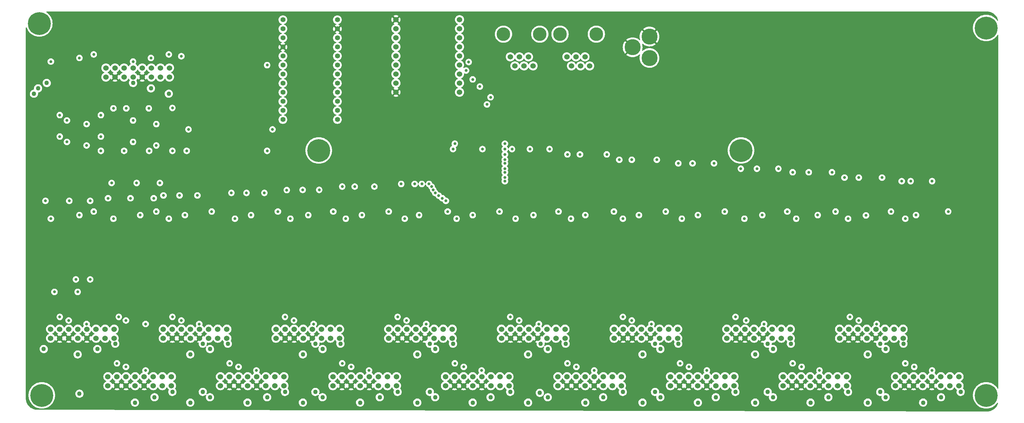
<source format=gbr>
%TF.GenerationSoftware,KiCad,Pcbnew,(6.0.7-1)-1*%
%TF.CreationDate,2023-03-16T12:26:32-07:00*%
%TF.ProjectId,adc_test_board,6164635f-7465-4737-945f-626f6172642e,rev?*%
%TF.SameCoordinates,Original*%
%TF.FileFunction,Copper,L2,Inr*%
%TF.FilePolarity,Positive*%
%FSLAX46Y46*%
G04 Gerber Fmt 4.6, Leading zero omitted, Abs format (unit mm)*
G04 Created by KiCad (PCBNEW (6.0.7-1)-1) date 2023-03-16 12:26:32*
%MOMM*%
%LPD*%
G01*
G04 APERTURE LIST*
%TA.AperFunction,ComponentPad*%
%ADD10C,6.400000*%
%TD*%
%TA.AperFunction,ComponentPad*%
%ADD11C,1.524000*%
%TD*%
%TA.AperFunction,ComponentPad*%
%ADD12C,4.500000*%
%TD*%
%TA.AperFunction,ComponentPad*%
%ADD13C,3.800000*%
%TD*%
%TA.AperFunction,ComponentPad*%
%ADD14C,1.397000*%
%TD*%
%TA.AperFunction,ViaPad*%
%ADD15C,0.800000*%
%TD*%
%TA.AperFunction,ViaPad*%
%ADD16C,1.270000*%
%TD*%
G04 APERTURE END LIST*
D10*
%TO.N,unconnected-(H6-Pad1)*%
%TO.C,H6*%
X209550000Y-72390000D03*
%TD*%
%TO.N,unconnected-(H5-Pad1)*%
%TO.C,H5*%
X13270000Y-36830000D03*
%TD*%
%TO.N,unconnected-(H4-Pad1)*%
%TO.C,H4*%
X91440000Y-72390000D03*
%TD*%
%TO.N,unconnected-(H3-Pad1)*%
%TO.C,H3*%
X13970000Y-140970000D03*
%TD*%
%TO.N,unconnected-(H2-Pad1)*%
%TO.C,H2*%
X278130000Y-38100000D03*
%TD*%
%TO.N,unconnected-(H1-Pad1)*%
%TO.C,H1*%
X278130000Y-140970000D03*
%TD*%
D11*
%TO.N,GND*%
%TO.C,P13*%
X113030000Y-35760000D03*
%TO.N,unconnected-(P13-Pad2)*%
X130810000Y-35760000D03*
%TO.N,/TX*%
X113030000Y-38300000D03*
%TO.N,unconnected-(P13-Pad4)*%
X130810000Y-38300000D03*
%TO.N,/RX*%
X113030000Y-40840000D03*
%TO.N,unconnected-(P13-Pad6)*%
X130810000Y-40840000D03*
%TO.N,/UC_D12*%
X113030000Y-43380000D03*
%TO.N,unconnected-(P13-Pad8)*%
X130810000Y-43380000D03*
%TO.N,unconnected-(P13-Pad9)*%
X113030000Y-45920000D03*
%TO.N,unconnected-(P13-Pad10)*%
X130810000Y-45920000D03*
%TO.N,unconnected-(P13-Pad11)*%
X113030000Y-48460000D03*
%TO.N,unconnected-(P13-Pad12)*%
X130810000Y-48460000D03*
%TO.N,unconnected-(P13-Pad13)*%
X113030000Y-51000000D03*
%TO.N,unconnected-(P13-Pad14)*%
X130810000Y-51000000D03*
%TO.N,+5V*%
X113030000Y-53540000D03*
%TO.N,/A*%
X130810000Y-53540000D03*
%TO.N,GND*%
X113030000Y-56080000D03*
%TO.N,/B*%
X130810000Y-56080000D03*
%TD*%
%TO.N,unconnected-(P15-Pad1)*%
%TO.C,P15*%
X205584308Y-124969400D03*
%TO.N,unconnected-(P15-Pad2)*%
X205584308Y-122429400D03*
%TO.N,GND*%
X208124308Y-124969400D03*
%TO.N,/SEL_PD135-*%
X208124308Y-122429400D03*
%TO.N,GND*%
X210664308Y-124969400D03*
%TO.N,/SEL_PD90-*%
X210664308Y-122429400D03*
%TO.N,/LED+*%
X213204308Y-124969400D03*
%TO.N,/LED-12*%
X213204308Y-122429400D03*
%TO.N,GND*%
X215744308Y-124969400D03*
%TO.N,/SEL_TS-*%
X215744308Y-122429400D03*
%TO.N,/HTR+*%
X218284308Y-124969400D03*
%TO.N,/HTR-12*%
X218284308Y-122429400D03*
%TO.N,unconnected-(P15-Pad13)*%
X220824308Y-124969400D03*
%TO.N,unconnected-(P15-Pad14)*%
X220824308Y-122429400D03*
%TO.N,/FAN+*%
X223364308Y-124969400D03*
%TO.N,/FAN-12*%
X223364308Y-122429400D03*
%TD*%
%TO.N,unconnected-(P9-Pad1)*%
%TO.C,P9*%
X63931800Y-138270000D03*
%TO.N,unconnected-(P9-Pad2)*%
X63931800Y-135730000D03*
%TO.N,GND*%
X66471800Y-138270000D03*
%TO.N,/SEL_PD135-*%
X66471800Y-135730000D03*
%TO.N,GND*%
X69011800Y-138270000D03*
%TO.N,/SEL_PD90-*%
X69011800Y-135730000D03*
%TO.N,/LED+*%
X71551800Y-138270000D03*
%TO.N,/LED-3*%
X71551800Y-135730000D03*
%TO.N,GND*%
X74091800Y-138270000D03*
%TO.N,/SEL_TS-*%
X74091800Y-135730000D03*
%TO.N,/HTR+*%
X76631800Y-138270000D03*
%TO.N,/HTR-3*%
X76631800Y-135730000D03*
%TO.N,unconnected-(P9-Pad13)*%
X79171800Y-138270000D03*
%TO.N,unconnected-(P9-Pad14)*%
X79171800Y-135730000D03*
%TO.N,/FAN+*%
X81711800Y-138270000D03*
%TO.N,/FAN-3*%
X81711800Y-135730000D03*
%TD*%
%TO.N,unconnected-(P19-Pad1)*%
%TO.C,P19*%
X237110000Y-124969400D03*
%TO.N,unconnected-(P19-Pad2)*%
X237110000Y-122429400D03*
%TO.N,GND*%
X239650000Y-124969400D03*
%TO.N,/SEL_PD135-*%
X239650000Y-122429400D03*
%TO.N,GND*%
X242190000Y-124969400D03*
%TO.N,/SEL_PD90-*%
X242190000Y-122429400D03*
%TO.N,/LED+*%
X244730000Y-124969400D03*
%TO.N,/LED-14*%
X244730000Y-122429400D03*
%TO.N,GND*%
X247270000Y-124969400D03*
%TO.N,/SEL_TS-*%
X247270000Y-122429400D03*
%TO.N,/HTR+*%
X249810000Y-124969400D03*
%TO.N,/HTR-14*%
X249810000Y-122429400D03*
%TO.N,unconnected-(P19-Pad13)*%
X252350000Y-124969400D03*
%TO.N,unconnected-(P19-Pad14)*%
X252350000Y-122429400D03*
%TO.N,/FAN+*%
X254890000Y-124969400D03*
%TO.N,/FAN-14*%
X254890000Y-122429400D03*
%TD*%
%TO.N,unconnected-(P18-Pad1)*%
%TO.C,P18*%
X111007238Y-124969400D03*
%TO.N,unconnected-(P18-Pad2)*%
X111007238Y-122429400D03*
%TO.N,GND*%
X113547238Y-124969400D03*
%TO.N,/SEL_PD135-*%
X113547238Y-122429400D03*
%TO.N,GND*%
X116087238Y-124969400D03*
%TO.N,/SEL_PD90-*%
X116087238Y-122429400D03*
%TO.N,/LED+*%
X118627238Y-124969400D03*
%TO.N,/LED-6*%
X118627238Y-122429400D03*
%TO.N,GND*%
X121167238Y-124969400D03*
%TO.N,/SEL_TS-*%
X121167238Y-122429400D03*
%TO.N,/HTR+*%
X123707238Y-124969400D03*
%TO.N,/HTR-6*%
X123707238Y-122429400D03*
%TO.N,unconnected-(P18-Pad13)*%
X126247238Y-124969400D03*
%TO.N,unconnected-(P18-Pad14)*%
X126247238Y-122429400D03*
%TO.N,/FAN+*%
X128787238Y-124969400D03*
%TO.N,/FAN-6*%
X128787238Y-122429400D03*
%TD*%
D12*
%TO.N,+5V*%
%TO.C,CON1*%
X183937500Y-46500000D03*
%TO.N,GND*%
X183937500Y-40500000D03*
X179237500Y-43500000D03*
%TD*%
D11*
%TO.N,unconnected-(P16-Pad1)*%
%TO.C,P16*%
X95402400Y-138270000D03*
%TO.N,unconnected-(P16-Pad2)*%
X95402400Y-135730000D03*
%TO.N,GND*%
X97942400Y-138270000D03*
%TO.N,/SEL_PD135-*%
X97942400Y-135730000D03*
%TO.N,GND*%
X100482400Y-138270000D03*
%TO.N,/SEL_PD90-*%
X100482400Y-135730000D03*
%TO.N,/LED+*%
X103022400Y-138270000D03*
%TO.N,/LED-5*%
X103022400Y-135730000D03*
%TO.N,GND*%
X105562400Y-138270000D03*
%TO.N,/SEL_TS-*%
X105562400Y-135730000D03*
%TO.N,/HTR+*%
X108102400Y-138270000D03*
%TO.N,/HTR-5*%
X108102400Y-135730000D03*
%TO.N,unconnected-(P16-Pad13)*%
X110642400Y-138270000D03*
%TO.N,unconnected-(P16-Pad14)*%
X110642400Y-135730000D03*
%TO.N,/FAN+*%
X113182400Y-138270000D03*
%TO.N,/FAN-5*%
X113182400Y-135730000D03*
%TD*%
%TO.N,unconnected-(P21-Pad1)*%
%TO.C,P21*%
X252755400Y-138270000D03*
%TO.N,unconnected-(P21-Pad2)*%
X252755400Y-135730000D03*
%TO.N,GND*%
X255295400Y-138270000D03*
%TO.N,/SEL_PD135-*%
X255295400Y-135730000D03*
%TO.N,GND*%
X257835400Y-138270000D03*
%TO.N,/SEL_PD90-*%
X257835400Y-135730000D03*
%TO.N,/LED+*%
X260375400Y-138270000D03*
%TO.N,/LED-15*%
X260375400Y-135730000D03*
%TO.N,GND*%
X262915400Y-138270000D03*
%TO.N,/SEL_TS-*%
X262915400Y-135730000D03*
%TO.N,/HTR+*%
X265455400Y-138270000D03*
%TO.N,/HTR-15*%
X265455400Y-135730000D03*
%TO.N,unconnected-(P21-Pad13)*%
X267995400Y-138270000D03*
%TO.N,unconnected-(P21-Pad14)*%
X267995400Y-135730000D03*
%TO.N,/FAN+*%
X270535400Y-138270000D03*
%TO.N,/FAN-15*%
X270535400Y-135730000D03*
%TD*%
%TO.N,N/C*%
%TO.C,P12*%
X167200000Y-48719200D03*
%TO.N,unconnected-(P12-Pad2)*%
X165910000Y-46179200D03*
%TO.N,/A*%
X164660000Y-48719200D03*
%TO.N,/B*%
X163370000Y-46179200D03*
%TO.N,unconnected-(P12-Pad5)*%
X162120000Y-48719200D03*
%TO.N,N/C*%
X160830000Y-46179200D03*
D13*
X158920000Y-39829200D03*
X169080000Y-39829200D03*
%TD*%
D14*
%TO.N,/TX*%
%TO.C,P6*%
X81407000Y-35803200D03*
%TO.N,+5V*%
X96647000Y-35803200D03*
%TO.N,/RX*%
X81407000Y-38343200D03*
%TO.N,GND*%
X96647000Y-38343200D03*
%TO.N,/RST*%
X81407000Y-40883200D03*
%TO.N,unconnected-(P6-Pad6)*%
X96647000Y-40883200D03*
%TO.N,GND*%
X81407000Y-43423200D03*
%TO.N,+3V3*%
X96647000Y-43423200D03*
%TO.N,/VIAL_SEL*%
X81407000Y-45963200D03*
%TO.N,unconnected-(P6-Pad10)*%
X96647000Y-45963200D03*
%TO.N,/SAM_SEL*%
X81407000Y-48503200D03*
%TO.N,unconnected-(P6-Pad12)*%
X96647000Y-48503200D03*
%TO.N,/S0*%
X81407000Y-51043200D03*
%TO.N,unconnected-(P6-Pad14)*%
X96647000Y-51043200D03*
%TO.N,/S1*%
X81407000Y-53583200D03*
%TO.N,unconnected-(P6-Pad16)*%
X96647000Y-53583200D03*
%TO.N,/S2*%
X81407000Y-56123200D03*
%TO.N,unconnected-(P6-Pad18)*%
X96647000Y-56123200D03*
%TO.N,/S3*%
X81407000Y-58663200D03*
%TO.N,/UC_D12*%
X96647000Y-58663200D03*
%TO.N,/VIAL_SEL_0*%
X81407000Y-61203200D03*
%TO.N,unconnected-(P6-Pad22)*%
X96647000Y-61203200D03*
%TO.N,unconnected-(P6-Pad23)*%
X81407000Y-63743200D03*
%TO.N,unconnected-(P6-Pad24)*%
X96647000Y-63743200D03*
%TD*%
D11*
%TO.N,unconnected-(P7-Pad1)*%
%TO.C,P7*%
X47955858Y-124969400D03*
%TO.N,unconnected-(P7-Pad2)*%
X47955858Y-122429400D03*
%TO.N,GND*%
X50495858Y-124969400D03*
%TO.N,/SEL_PD135-*%
X50495858Y-122429400D03*
%TO.N,GND*%
X53035858Y-124969400D03*
%TO.N,/SEL_PD90-*%
X53035858Y-122429400D03*
%TO.N,/LED+*%
X55575858Y-124969400D03*
%TO.N,/LED-2*%
X55575858Y-122429400D03*
%TO.N,GND*%
X58115858Y-124969400D03*
%TO.N,/SEL_TS-*%
X58115858Y-122429400D03*
%TO.N,/HTR+*%
X60655858Y-124969400D03*
%TO.N,/HTR-2*%
X60655858Y-122429400D03*
%TO.N,unconnected-(P7-Pad13)*%
X63195858Y-124969400D03*
%TO.N,unconnected-(P7-Pad14)*%
X63195858Y-122429400D03*
%TO.N,/FAN+*%
X65735858Y-124969400D03*
%TO.N,/FAN-2*%
X65735858Y-122429400D03*
%TD*%
%TO.N,unconnected-(P20-Pad1)*%
%TO.C,P20*%
X126873000Y-138270000D03*
%TO.N,unconnected-(P20-Pad2)*%
X126873000Y-135730000D03*
%TO.N,GND*%
X129413000Y-138270000D03*
%TO.N,/SEL_PD135-*%
X129413000Y-135730000D03*
%TO.N,GND*%
X131953000Y-138270000D03*
%TO.N,/SEL_PD90-*%
X131953000Y-135730000D03*
%TO.N,/LED+*%
X134493000Y-138270000D03*
%TO.N,/LED-7*%
X134493000Y-135730000D03*
%TO.N,GND*%
X137033000Y-138270000D03*
%TO.N,/SEL_TS-*%
X137033000Y-135730000D03*
%TO.N,/HTR+*%
X139573000Y-138270000D03*
%TO.N,/HTR-7*%
X139573000Y-135730000D03*
%TO.N,unconnected-(P20-Pad13)*%
X142113000Y-138270000D03*
%TO.N,unconnected-(P20-Pad14)*%
X142113000Y-135730000D03*
%TO.N,/FAN+*%
X144653000Y-138270000D03*
%TO.N,/FAN-7*%
X144653000Y-135730000D03*
%TD*%
%TO.N,unconnected-(P10-Pad1)*%
%TO.C,P10*%
X189814200Y-138270000D03*
%TO.N,unconnected-(P10-Pad2)*%
X189814200Y-135730000D03*
%TO.N,GND*%
X192354200Y-138270000D03*
%TO.N,/SEL_PD135-*%
X192354200Y-135730000D03*
%TO.N,GND*%
X194894200Y-138270000D03*
%TO.N,/SEL_PD90-*%
X194894200Y-135730000D03*
%TO.N,/LED+*%
X197434200Y-138270000D03*
%TO.N,/LED-11*%
X197434200Y-135730000D03*
%TO.N,GND*%
X199974200Y-138270000D03*
%TO.N,/SEL_TS-*%
X199974200Y-135730000D03*
%TO.N,/HTR+*%
X202514200Y-138270000D03*
%TO.N,/HTR-11*%
X202514200Y-135730000D03*
%TO.N,unconnected-(P10-Pad13)*%
X205054200Y-138270000D03*
%TO.N,unconnected-(P10-Pad14)*%
X205054200Y-135730000D03*
%TO.N,/FAN+*%
X207594200Y-138270000D03*
%TO.N,/FAN-11*%
X207594200Y-135730000D03*
%TD*%
%TO.N,unconnected-(P14-Pad1)*%
%TO.C,P14*%
X79481548Y-124969400D03*
%TO.N,unconnected-(P14-Pad2)*%
X79481548Y-122429400D03*
%TO.N,GND*%
X82021548Y-124969400D03*
%TO.N,/SEL_PD135-*%
X82021548Y-122429400D03*
%TO.N,GND*%
X84561548Y-124969400D03*
%TO.N,/SEL_PD90-*%
X84561548Y-122429400D03*
%TO.N,/LED+*%
X87101548Y-124969400D03*
%TO.N,/LED-4*%
X87101548Y-122429400D03*
%TO.N,GND*%
X89641548Y-124969400D03*
%TO.N,/SEL_TS-*%
X89641548Y-122429400D03*
%TO.N,/HTR+*%
X92181548Y-124969400D03*
%TO.N,/HTR-4*%
X92181548Y-122429400D03*
%TO.N,unconnected-(P14-Pad13)*%
X94721548Y-124969400D03*
%TO.N,unconnected-(P14-Pad14)*%
X94721548Y-122429400D03*
%TO.N,/FAN+*%
X97261548Y-124969400D03*
%TO.N,/FAN-4*%
X97261548Y-122429400D03*
%TD*%
%TO.N,unconnected-(P8-Pad1)*%
%TO.C,P8*%
X174058618Y-124969400D03*
%TO.N,unconnected-(P8-Pad2)*%
X174058618Y-122429400D03*
%TO.N,GND*%
X176598618Y-124969400D03*
%TO.N,/SEL_PD135-*%
X176598618Y-122429400D03*
%TO.N,GND*%
X179138618Y-124969400D03*
%TO.N,/SEL_PD90-*%
X179138618Y-122429400D03*
%TO.N,/LED+*%
X181678618Y-124969400D03*
%TO.N,/LED-10*%
X181678618Y-122429400D03*
%TO.N,GND*%
X184218618Y-124969400D03*
%TO.N,/SEL_TS-*%
X184218618Y-122429400D03*
%TO.N,/HTR+*%
X186758618Y-124969400D03*
%TO.N,/HTR-10*%
X186758618Y-122429400D03*
%TO.N,unconnected-(P8-Pad13)*%
X189298618Y-124969400D03*
%TO.N,unconnected-(P8-Pad14)*%
X189298618Y-122429400D03*
%TO.N,/FAN+*%
X191838618Y-124969400D03*
%TO.N,/FAN-10*%
X191838618Y-122429400D03*
%TD*%
%TO.N,unconnected-(P1-Pad1)*%
%TO.C,P1*%
X31904768Y-51830600D03*
%TO.N,unconnected-(P1-Pad2)*%
X31904768Y-49290600D03*
%TO.N,GND*%
X34444768Y-51830600D03*
%TO.N,/PD135-*%
X34444768Y-49290600D03*
%TO.N,/PD90+*%
X36984768Y-51830600D03*
%TO.N,/PD90-*%
X36984768Y-49290600D03*
%TO.N,/LED+*%
X39524768Y-51830600D03*
%TO.N,/LED-*%
X39524768Y-49290600D03*
%TO.N,GND*%
X42064768Y-51830600D03*
%TO.N,/TS-*%
X42064768Y-49290600D03*
%TO.N,/HTR+*%
X44604768Y-51830600D03*
%TO.N,/HTR-*%
X44604768Y-49290600D03*
%TO.N,unconnected-(P1-Pad13)*%
X47144768Y-51830600D03*
%TO.N,unconnected-(P1-Pad14)*%
X47144768Y-49290600D03*
%TO.N,/FAN+*%
X49684768Y-51830600D03*
%TO.N,/FAN-*%
X49684768Y-49290600D03*
%TD*%
%TO.N,unconnected-(P17-Pad1)*%
%TO.C,P17*%
X221284800Y-138270000D03*
%TO.N,unconnected-(P17-Pad2)*%
X221284800Y-135730000D03*
%TO.N,GND*%
X223824800Y-138270000D03*
%TO.N,/SEL_PD135-*%
X223824800Y-135730000D03*
%TO.N,GND*%
X226364800Y-138270000D03*
%TO.N,/SEL_PD90-*%
X226364800Y-135730000D03*
%TO.N,/LED+*%
X228904800Y-138270000D03*
%TO.N,/LED-13*%
X228904800Y-135730000D03*
%TO.N,GND*%
X231444800Y-138270000D03*
%TO.N,/SEL_TS-*%
X231444800Y-135730000D03*
%TO.N,/HTR+*%
X233984800Y-138270000D03*
%TO.N,/HTR-13*%
X233984800Y-135730000D03*
%TO.N,unconnected-(P17-Pad13)*%
X236524800Y-138270000D03*
%TO.N,unconnected-(P17-Pad14)*%
X236524800Y-135730000D03*
%TO.N,/FAN+*%
X239064800Y-138270000D03*
%TO.N,/FAN-13*%
X239064800Y-135730000D03*
%TD*%
%TO.N,N/C*%
%TO.C,P11*%
X151386500Y-48719200D03*
%TO.N,unconnected-(P11-Pad2)*%
X150096500Y-46179200D03*
%TO.N,/A*%
X148846500Y-48719200D03*
%TO.N,/B*%
X147556500Y-46179200D03*
%TO.N,unconnected-(P11-Pad5)*%
X146306500Y-48719200D03*
%TO.N,N/C*%
X145016500Y-46179200D03*
D13*
X143106500Y-39829200D03*
X153266500Y-39829200D03*
%TD*%
D11*
%TO.N,unconnected-(P4-Pad1)*%
%TO.C,P4*%
X32461200Y-138270000D03*
%TO.N,unconnected-(P4-Pad2)*%
X32461200Y-135730000D03*
%TO.N,GND*%
X35001200Y-138270000D03*
%TO.N,/SEL_PD135-*%
X35001200Y-135730000D03*
%TO.N,GND*%
X37541200Y-138270000D03*
%TO.N,/SEL_PD90-*%
X37541200Y-135730000D03*
%TO.N,/LED+*%
X40081200Y-138270000D03*
%TO.N,/LED-1*%
X40081200Y-135730000D03*
%TO.N,GND*%
X42621200Y-138270000D03*
%TO.N,/SEL_TS-*%
X42621200Y-135730000D03*
%TO.N,/HTR+*%
X45161200Y-138270000D03*
%TO.N,/HTR-1*%
X45161200Y-135730000D03*
%TO.N,unconnected-(P4-Pad13)*%
X47701200Y-138270000D03*
%TO.N,unconnected-(P4-Pad14)*%
X47701200Y-135730000D03*
%TO.N,/FAN+*%
X50241200Y-138270000D03*
%TO.N,/FAN-1*%
X50241200Y-135730000D03*
%TD*%
%TO.N,unconnected-(P3-Pad1)*%
%TO.C,P3*%
X142532928Y-124969400D03*
%TO.N,unconnected-(P3-Pad2)*%
X142532928Y-122429400D03*
%TO.N,GND*%
X145072928Y-124969400D03*
%TO.N,/SEL_PD135-*%
X145072928Y-122429400D03*
%TO.N,GND*%
X147612928Y-124969400D03*
%TO.N,/SEL_PD90-*%
X147612928Y-122429400D03*
%TO.N,/LED+*%
X150152928Y-124969400D03*
%TO.N,/LED-8*%
X150152928Y-122429400D03*
%TO.N,GND*%
X152692928Y-124969400D03*
%TO.N,/SEL_TS-*%
X152692928Y-122429400D03*
%TO.N,/HTR+*%
X155232928Y-124969400D03*
%TO.N,/HTR-8*%
X155232928Y-122429400D03*
%TO.N,unconnected-(P3-Pad13)*%
X157772928Y-124969400D03*
%TO.N,unconnected-(P3-Pad14)*%
X157772928Y-122429400D03*
%TO.N,/FAN+*%
X160312928Y-124969400D03*
%TO.N,/FAN-8*%
X160312928Y-122429400D03*
%TD*%
%TO.N,unconnected-(P2-Pad1)*%
%TO.C,P2*%
X16430168Y-124969400D03*
%TO.N,unconnected-(P2-Pad2)*%
X16430168Y-122429400D03*
%TO.N,GND*%
X18970168Y-124969400D03*
%TO.N,/SEL_PD135-*%
X18970168Y-122429400D03*
%TO.N,GND*%
X21510168Y-124969400D03*
%TO.N,/SEL_PD90-*%
X21510168Y-122429400D03*
%TO.N,/LED+*%
X24050168Y-124969400D03*
%TO.N,/LED-0*%
X24050168Y-122429400D03*
%TO.N,GND*%
X26590168Y-124969400D03*
%TO.N,/SEL_TS-*%
X26590168Y-122429400D03*
%TO.N,/HTR+*%
X29130168Y-124969400D03*
%TO.N,/HTR-0*%
X29130168Y-122429400D03*
%TO.N,unconnected-(P2-Pad13)*%
X31670168Y-124969400D03*
%TO.N,unconnected-(P2-Pad14)*%
X31670168Y-122429400D03*
%TO.N,/FAN+*%
X34210168Y-124969400D03*
%TO.N,/FAN-0*%
X34210168Y-122429400D03*
%TD*%
%TO.N,unconnected-(P5-Pad1)*%
%TO.C,P5*%
X158343600Y-138270000D03*
%TO.N,unconnected-(P5-Pad2)*%
X158343600Y-135730000D03*
%TO.N,GND*%
X160883600Y-138270000D03*
%TO.N,/SEL_PD135-*%
X160883600Y-135730000D03*
%TO.N,GND*%
X163423600Y-138270000D03*
%TO.N,/SEL_PD90-*%
X163423600Y-135730000D03*
%TO.N,/LED+*%
X165963600Y-138270000D03*
%TO.N,/LED-9*%
X165963600Y-135730000D03*
%TO.N,GND*%
X168503600Y-138270000D03*
%TO.N,/SEL_TS-*%
X168503600Y-135730000D03*
%TO.N,/HTR+*%
X171043600Y-138270000D03*
%TO.N,/HTR-9*%
X171043600Y-135730000D03*
%TO.N,unconnected-(P5-Pad13)*%
X173583600Y-138270000D03*
%TO.N,unconnected-(P5-Pad14)*%
X173583600Y-135730000D03*
%TO.N,/FAN+*%
X176123600Y-138270000D03*
%TO.N,/FAN-9*%
X176123600Y-135730000D03*
%TD*%
D15*
%TO.N,GND*%
X261500000Y-106500000D03*
X153000000Y-94000000D03*
X53000000Y-70000000D03*
X23000000Y-93500000D03*
X168000000Y-106500000D03*
X199000000Y-106500000D03*
X44000000Y-74500000D03*
X141000000Y-64500000D03*
X230000000Y-106500000D03*
X53000000Y-64000000D03*
X129000000Y-85000000D03*
X40000000Y-106000000D03*
X37500000Y-74500000D03*
X105000000Y-106500000D03*
X136000000Y-106000000D03*
X217000000Y-94000000D03*
X74000000Y-106500000D03*
X143500000Y-82500000D03*
X53000000Y-76000000D03*
X122000000Y-94000000D03*
X183000000Y-94000000D03*
X90000000Y-93500000D03*
X30500000Y-74500000D03*
X246000000Y-94000000D03*
X56000000Y-93500000D03*
%TO.N,+3V3*%
X40500000Y-81500000D03*
X129500000Y-70500000D03*
X33500000Y-81500000D03*
X47000000Y-81500000D03*
X143500000Y-70500000D03*
D16*
%TO.N,/LED+*%
X39500000Y-53500000D03*
X166000000Y-143000000D03*
X197500000Y-143000000D03*
X40000000Y-143000000D03*
X103000000Y-143000000D03*
X260500000Y-143000000D03*
X150000000Y-143000000D03*
X87000000Y-129500000D03*
X182000000Y-143000000D03*
X229000000Y-143000000D03*
X150000000Y-129500000D03*
X15348000Y-53500000D03*
X182000000Y-129500000D03*
X71500000Y-143000000D03*
X245000000Y-129500000D03*
X24000000Y-129500000D03*
X119000000Y-129500000D03*
X55500000Y-143000000D03*
X213500000Y-143000000D03*
X87000000Y-143000000D03*
X119000000Y-143000000D03*
X213500000Y-129500000D03*
X134500000Y-143000000D03*
X55500000Y-129500000D03*
X245000000Y-143000000D03*
D15*
%TO.N,/LED-*%
X99000000Y-91500000D03*
X210500000Y-91500000D03*
X83500000Y-91500000D03*
X115500000Y-91500000D03*
X68000000Y-91500000D03*
X193000000Y-91500000D03*
X239500000Y-91500000D03*
X146500000Y-91500000D03*
X255500000Y-91500000D03*
X16500000Y-91500000D03*
X176500000Y-91500000D03*
X130000000Y-91500000D03*
X34000000Y-91500000D03*
X39500000Y-47500000D03*
X49500000Y-91500000D03*
X16500000Y-47500000D03*
X162000000Y-91500000D03*
X225000000Y-91500000D03*
D16*
%TO.N,/HTR+*%
X92500000Y-141500000D03*
X14500000Y-128000000D03*
X155500000Y-141500000D03*
X250000000Y-141500000D03*
X250000000Y-128000000D03*
X61000000Y-141500000D03*
X108500000Y-141500000D03*
X187000000Y-128000000D03*
X187000000Y-141500000D03*
X45500000Y-141500000D03*
X12930500Y-55009399D03*
X124000000Y-141500000D03*
X202500000Y-141500000D03*
X171000000Y-141500000D03*
X265500000Y-141500000D03*
X124000000Y-128000000D03*
X139500000Y-141500000D03*
X218500000Y-128000000D03*
X218500000Y-141500000D03*
X234000000Y-141500000D03*
X92500000Y-128000000D03*
X155500000Y-128000000D03*
X44500000Y-55000000D03*
X29500000Y-128000000D03*
X77000000Y-141500000D03*
X61000000Y-128000000D03*
D15*
%TO.N,/HTR-*%
X231000000Y-90500000D03*
X119500000Y-90500000D03*
X88500000Y-90500000D03*
X166000000Y-90500000D03*
X103500000Y-90500000D03*
X24500000Y-46500000D03*
X44500000Y-46500000D03*
X72500000Y-90500000D03*
X181000000Y-90500000D03*
X244500000Y-90583000D03*
X258500000Y-90500000D03*
X215500000Y-90500000D03*
X24500000Y-90500000D03*
X41500000Y-90500000D03*
X197500000Y-90500000D03*
X134500000Y-90500000D03*
X151500000Y-90500000D03*
X54000000Y-90500000D03*
D16*
%TO.N,/FAN+*%
X59000000Y-126500000D03*
X49500000Y-56500000D03*
X24500000Y-140500000D03*
X185500000Y-140000000D03*
X90500000Y-126500000D03*
X248500000Y-140000000D03*
X59000000Y-140000000D03*
X176500000Y-140000000D03*
X208000000Y-140000000D03*
X239500000Y-140000000D03*
X217000000Y-126500000D03*
X185500000Y-126500000D03*
X11778500Y-56500000D03*
X66000000Y-126500000D03*
X122500000Y-140000000D03*
X223500000Y-126500000D03*
X192000000Y-126500000D03*
X122500000Y-126500000D03*
X129000000Y-126500000D03*
X255000000Y-126500000D03*
X160500000Y-126500000D03*
X34500000Y-126500000D03*
X217000000Y-140000000D03*
X145000000Y-140000000D03*
X50500000Y-140000000D03*
X153500000Y-126500000D03*
X90500000Y-140000000D03*
X97500000Y-126500000D03*
X113500000Y-140000000D03*
X82000000Y-140000000D03*
X271000000Y-140000000D03*
X153273043Y-140273043D03*
X248500000Y-126500000D03*
D15*
%TO.N,/FAN-*%
X236000000Y-89500000D03*
X222500000Y-89500000D03*
X251500000Y-89500000D03*
X95500000Y-89500000D03*
X142000000Y-89500000D03*
X174000000Y-89500000D03*
X188500000Y-89500000D03*
X205000000Y-89500000D03*
X158500000Y-89500000D03*
X267500000Y-89500000D03*
X61500000Y-89500000D03*
X28500000Y-45500000D03*
X80000000Y-89500000D03*
X49500000Y-45500000D03*
X111000000Y-89500000D03*
X28500000Y-89500000D03*
X127500000Y-89500000D03*
X46000000Y-89500000D03*
%TO.N,/SEL_PD135-*%
X19000000Y-62500000D03*
X35500000Y-119000000D03*
X161000000Y-132000000D03*
X66500000Y-132000000D03*
X19000000Y-119000000D03*
X129500000Y-132000000D03*
X30500000Y-62500000D03*
X145000000Y-119000000D03*
X176500000Y-119000000D03*
X35000000Y-132000000D03*
X192500000Y-132000000D03*
X255500000Y-132000000D03*
X224000000Y-132000000D03*
X98000000Y-132000000D03*
X208000000Y-119000000D03*
X113500000Y-119000000D03*
X19000000Y-68500000D03*
X82000000Y-119000000D03*
X50500000Y-119000000D03*
X30500000Y-68500000D03*
X240000000Y-119000000D03*
%TO.N,/SEL_PD90-*%
X84500000Y-120000000D03*
X21000000Y-70000000D03*
X39500000Y-70000000D03*
X132000000Y-133000000D03*
X147500000Y-120000000D03*
X179000000Y-120000000D03*
X53000000Y-120000000D03*
X195000000Y-133000000D03*
X21000000Y-64000000D03*
X100500000Y-133000000D03*
X39500000Y-64000000D03*
X242500000Y-120000000D03*
X258000000Y-133000000D03*
X69000000Y-133000000D03*
X226500000Y-133000000D03*
X116000000Y-120000000D03*
X37500000Y-120000000D03*
X163500000Y-133000000D03*
X21500000Y-120000000D03*
X37500000Y-133000000D03*
X211000000Y-120000000D03*
%TO.N,/LED-0*%
X24000000Y-112000000D03*
X17500000Y-112000000D03*
%TO.N,/SEL_TS-*%
X46000000Y-71000000D03*
X26500000Y-71000000D03*
X90000000Y-121000000D03*
X137000000Y-134000000D03*
X153000000Y-121000000D03*
X231500000Y-134000000D03*
X105500000Y-134000000D03*
X216000000Y-121000000D03*
X43000000Y-121000000D03*
X46000000Y-65000000D03*
X263000000Y-134000000D03*
X43000000Y-134000000D03*
X58000000Y-121000000D03*
X74000000Y-134000000D03*
X168500000Y-134000000D03*
X247500000Y-121000000D03*
X121500000Y-121000000D03*
X26500000Y-121000000D03*
X26500000Y-65000000D03*
X200000000Y-134000000D03*
X184500000Y-121000000D03*
%TO.N,/HTR-0*%
X27500000Y-108500000D03*
X23500000Y-108500000D03*
%TO.N,/VIAL_SEL*%
X37600500Y-60600500D03*
X53000000Y-46000000D03*
X50500000Y-60500000D03*
X43899500Y-60600500D03*
X34000000Y-60600500D03*
%TO.N,/S0*%
X134500000Y-52500000D03*
%TO.N,/S1*%
X136500000Y-54500000D03*
%TO.N,/S2*%
X139500000Y-57500000D03*
%TO.N,/S3*%
X138500000Y-59500000D03*
%TO.N,/SAM_SEL*%
X54500000Y-72500000D03*
X44000000Y-72500000D03*
X50500000Y-72500000D03*
X37000000Y-72500000D03*
X77000000Y-72500000D03*
X77000000Y-48500000D03*
X30500000Y-72500000D03*
%TO.N,/Y8*%
X145500000Y-72000000D03*
X156000000Y-72000000D03*
X150500000Y-72000000D03*
X143500000Y-72000000D03*
%TO.N,/Y0*%
X21649500Y-86500000D03*
X27500000Y-86500000D03*
X15000000Y-86500000D03*
X127000000Y-86500000D03*
%TO.N,/Y9*%
X143500000Y-73500000D03*
X161000000Y-73500000D03*
X164500000Y-73500000D03*
X172000000Y-73500000D03*
%TO.N,/Y1*%
X45275500Y-85775500D03*
X126000000Y-85775500D03*
X38775500Y-85775500D03*
X32500000Y-85775500D03*
%TO.N,/Y10*%
X186000000Y-75000000D03*
X175500000Y-75000000D03*
X179000000Y-75000000D03*
X143500000Y-75000000D03*
%TO.N,/Y2*%
X125000000Y-85051000D03*
X52500000Y-85000000D03*
X48000000Y-85000000D03*
X57500000Y-85000000D03*
%TO.N,/Y11*%
X202000000Y-76000000D03*
X143500000Y-76000000D03*
X192000000Y-76000000D03*
X196000000Y-76000000D03*
%TO.N,/Y3*%
X71224500Y-84275500D03*
X124000000Y-84275500D03*
X76224500Y-84275500D03*
X67000000Y-84275500D03*
%TO.N,/Y12*%
X220000000Y-77500000D03*
X209500000Y-77500000D03*
X143500000Y-77500000D03*
X214000000Y-77500000D03*
%TO.N,/Y4*%
X86935462Y-83435462D03*
X123458390Y-83435462D03*
X91564538Y-83435462D03*
X82500000Y-83500000D03*
%TO.N,/Y13*%
X224000000Y-78500000D03*
X228500000Y-78500000D03*
X143500000Y-78500000D03*
X235000000Y-78500000D03*
%TO.N,/Y5*%
X107000000Y-82500000D03*
X101500000Y-82500000D03*
X123000000Y-82500000D03*
X98000000Y-82500000D03*
%TO.N,/Y14*%
X143500000Y-80000000D03*
X242500000Y-80000000D03*
X238500000Y-80000000D03*
X249000000Y-80000000D03*
%TO.N,/Y6*%
X118275500Y-81775500D03*
X114500000Y-81775500D03*
X120275500Y-81775500D03*
X122293245Y-81775500D03*
%TO.N,/Y15*%
X257000000Y-81000000D03*
X254500000Y-81000000D03*
X143500000Y-81000000D03*
X263000000Y-81000000D03*
%TO.N,/Y7*%
X137224500Y-72000000D03*
X129000000Y-72000000D03*
%TO.N,/B*%
X133367800Y-47632200D03*
%TO.N,/A*%
X132643300Y-50000000D03*
%TO.N,/VIAL_SEL_0*%
X78500000Y-66500000D03*
X55000000Y-66500000D03*
%TD*%
%TA.AperFunction,Conductor*%
%TO.N,GND*%
G36*
X278368525Y-33500198D02*
G01*
X278713426Y-33519567D01*
X278727458Y-33521148D01*
X278856274Y-33543035D01*
X279064528Y-33578419D01*
X279078303Y-33581563D01*
X279406838Y-33676212D01*
X279420175Y-33680879D01*
X279542803Y-33731673D01*
X279736048Y-33811718D01*
X279748771Y-33817845D01*
X279766635Y-33827718D01*
X280048006Y-33983227D01*
X280059970Y-33990744D01*
X280338811Y-34188592D01*
X280349858Y-34197402D01*
X280584699Y-34407268D01*
X280604788Y-34425221D01*
X280614779Y-34435212D01*
X280842598Y-34690142D01*
X280851408Y-34701189D01*
X281049256Y-34980030D01*
X281056773Y-34991994D01*
X281222153Y-35291225D01*
X281228282Y-35303952D01*
X281266241Y-35395592D01*
X281359121Y-35619825D01*
X281363788Y-35633162D01*
X281458437Y-35961697D01*
X281461575Y-35975437D01*
X281462009Y-35977987D01*
X281453720Y-36048498D01*
X281408626Y-36103335D01*
X281341043Y-36125086D01*
X281272429Y-36106847D01*
X281232122Y-36067752D01*
X281136152Y-35919971D01*
X281136152Y-35919970D01*
X281134357Y-35917207D01*
X280889734Y-35615124D01*
X280614876Y-35340266D01*
X280601105Y-35329114D01*
X280438446Y-35197395D01*
X280312793Y-35095643D01*
X280310029Y-35093848D01*
X279989564Y-34885736D01*
X279989561Y-34885734D01*
X279986795Y-34883938D01*
X279983861Y-34882443D01*
X279983854Y-34882439D01*
X279643393Y-34708966D01*
X279640453Y-34707468D01*
X279339826Y-34592068D01*
X279280652Y-34569353D01*
X279280650Y-34569352D01*
X279277562Y-34568167D01*
X278902099Y-34467562D01*
X278697851Y-34435212D01*
X278521424Y-34407268D01*
X278521416Y-34407267D01*
X278518176Y-34406754D01*
X278130000Y-34386411D01*
X277741824Y-34406754D01*
X277738584Y-34407267D01*
X277738576Y-34407268D01*
X277562149Y-34435212D01*
X277357901Y-34467562D01*
X276982438Y-34568167D01*
X276979350Y-34569352D01*
X276979348Y-34569353D01*
X276920174Y-34592068D01*
X276619547Y-34707468D01*
X276616607Y-34708966D01*
X276276147Y-34882439D01*
X276276140Y-34882443D01*
X276273206Y-34883938D01*
X276270440Y-34885734D01*
X276270437Y-34885736D01*
X276131216Y-34976147D01*
X275947207Y-35095643D01*
X275821554Y-35197395D01*
X275658896Y-35329114D01*
X275645124Y-35340266D01*
X275370266Y-35615124D01*
X275125643Y-35917207D01*
X275123848Y-35919970D01*
X275123848Y-35919971D01*
X274927335Y-36222577D01*
X274913938Y-36243206D01*
X274912443Y-36246140D01*
X274912439Y-36246147D01*
X274743608Y-36577497D01*
X274737468Y-36589547D01*
X274736284Y-36592632D01*
X274601727Y-36943165D01*
X274598167Y-36952438D01*
X274497562Y-37327901D01*
X274465268Y-37531793D01*
X274437759Y-37705481D01*
X274436754Y-37711824D01*
X274416411Y-38100000D01*
X274436754Y-38488176D01*
X274437267Y-38491416D01*
X274437268Y-38491424D01*
X274446247Y-38548114D01*
X274497562Y-38872099D01*
X274598167Y-39247562D01*
X274599352Y-39250650D01*
X274599353Y-39250652D01*
X274635252Y-39344172D01*
X274737468Y-39610453D01*
X274738966Y-39613393D01*
X274911441Y-39951893D01*
X274913938Y-39956794D01*
X274915734Y-39959560D01*
X274915736Y-39959563D01*
X275123848Y-40280029D01*
X275125643Y-40282793D01*
X275127718Y-40285355D01*
X275350203Y-40560100D01*
X275370266Y-40584876D01*
X275645124Y-40859734D01*
X275647682Y-40861806D01*
X275647686Y-40861809D01*
X275718725Y-40919335D01*
X275947207Y-41104357D01*
X275949970Y-41106152D01*
X275949971Y-41106152D01*
X276236592Y-41292285D01*
X276273205Y-41316062D01*
X276276139Y-41317557D01*
X276276146Y-41317561D01*
X276555762Y-41460032D01*
X276619547Y-41492532D01*
X276982438Y-41631833D01*
X277357901Y-41732438D01*
X277561793Y-41764732D01*
X277738576Y-41792732D01*
X277738584Y-41792733D01*
X277741824Y-41793246D01*
X278130000Y-41813589D01*
X278518176Y-41793246D01*
X278521416Y-41792733D01*
X278521424Y-41792732D01*
X278698207Y-41764732D01*
X278902099Y-41732438D01*
X279277562Y-41631833D01*
X279640453Y-41492532D01*
X279704238Y-41460032D01*
X279983854Y-41317561D01*
X279983861Y-41317557D01*
X279986795Y-41316062D01*
X280023409Y-41292285D01*
X280310029Y-41106152D01*
X280310030Y-41106152D01*
X280312793Y-41104357D01*
X280541275Y-40919335D01*
X280612314Y-40861809D01*
X280612318Y-40861806D01*
X280614876Y-40859734D01*
X280889734Y-40584876D01*
X280909798Y-40560100D01*
X281132282Y-40285355D01*
X281134357Y-40282793D01*
X281137863Y-40277395D01*
X281263762Y-40083525D01*
X281308327Y-40014901D01*
X281362204Y-39968664D01*
X281432525Y-39958894D01*
X281496965Y-39988694D01*
X281535064Y-40048602D01*
X281540000Y-40083525D01*
X281540000Y-138986475D01*
X281519998Y-139054596D01*
X281466342Y-139101089D01*
X281396068Y-139111193D01*
X281331488Y-139081699D01*
X281308327Y-139055099D01*
X281268223Y-138993343D01*
X281134357Y-138787207D01*
X280899170Y-138496776D01*
X280891809Y-138487686D01*
X280891806Y-138487682D01*
X280889734Y-138485124D01*
X280614876Y-138210266D01*
X280312793Y-137965643D01*
X280082829Y-137816303D01*
X279989564Y-137755736D01*
X279989561Y-137755734D01*
X279986795Y-137753938D01*
X279983861Y-137752443D01*
X279983854Y-137752439D01*
X279643393Y-137578966D01*
X279640453Y-137577468D01*
X279320710Y-137454730D01*
X279280652Y-137439353D01*
X279280650Y-137439352D01*
X279277562Y-137438167D01*
X278902099Y-137337562D01*
X278698207Y-137305268D01*
X278521424Y-137277268D01*
X278521416Y-137277267D01*
X278518176Y-137276754D01*
X278130000Y-137256411D01*
X277741824Y-137276754D01*
X277738584Y-137277267D01*
X277738576Y-137277268D01*
X277561793Y-137305268D01*
X277357901Y-137337562D01*
X276982438Y-137438167D01*
X276979350Y-137439352D01*
X276979348Y-137439353D01*
X276939290Y-137454730D01*
X276619547Y-137577468D01*
X276616607Y-137578966D01*
X276276147Y-137752439D01*
X276276140Y-137752443D01*
X276273206Y-137753938D01*
X276270440Y-137755734D01*
X276270437Y-137755736D01*
X276046426Y-137901210D01*
X275947207Y-137965643D01*
X275645124Y-138210266D01*
X275370266Y-138485124D01*
X275368194Y-138487682D01*
X275368191Y-138487686D01*
X275360830Y-138496776D01*
X275125643Y-138787207D01*
X275123848Y-138789970D01*
X275123848Y-138789971D01*
X274924327Y-139097209D01*
X274913938Y-139113206D01*
X274912443Y-139116140D01*
X274912439Y-139116147D01*
X274768373Y-139398892D01*
X274737468Y-139459547D01*
X274598167Y-139822438D01*
X274497562Y-140197901D01*
X274469078Y-140377743D01*
X274437877Y-140574736D01*
X274436754Y-140581824D01*
X274416411Y-140970000D01*
X274436754Y-141358176D01*
X274437267Y-141361416D01*
X274437268Y-141361424D01*
X274455369Y-141475704D01*
X274497562Y-141742099D01*
X274598167Y-142117562D01*
X274599352Y-142120650D01*
X274599353Y-142120652D01*
X274631996Y-142205689D01*
X274737468Y-142480453D01*
X274738966Y-142483393D01*
X274895558Y-142790721D01*
X274913938Y-142826794D01*
X274915734Y-142829560D01*
X274915736Y-142829563D01*
X275123848Y-143150029D01*
X275125643Y-143152793D01*
X275370266Y-143454876D01*
X275645124Y-143729734D01*
X275647682Y-143731806D01*
X275647686Y-143731809D01*
X275751322Y-143815732D01*
X275947207Y-143974357D01*
X275949970Y-143976152D01*
X275949971Y-143976152D01*
X276212436Y-144146598D01*
X276273205Y-144186062D01*
X276276139Y-144187557D01*
X276276146Y-144187561D01*
X276526570Y-144315158D01*
X276619547Y-144362532D01*
X276982438Y-144501833D01*
X277357901Y-144602438D01*
X277561793Y-144634732D01*
X277738576Y-144662732D01*
X277738584Y-144662733D01*
X277741824Y-144663246D01*
X278130000Y-144683589D01*
X278518176Y-144663246D01*
X278521416Y-144662733D01*
X278521424Y-144662732D01*
X278698207Y-144634732D01*
X278902099Y-144602438D01*
X279277562Y-144501833D01*
X279640453Y-144362532D01*
X279733430Y-144315158D01*
X279983854Y-144187561D01*
X279983861Y-144187557D01*
X279986795Y-144186062D01*
X280047565Y-144146598D01*
X280310029Y-143976152D01*
X280310030Y-143976152D01*
X280312793Y-143974357D01*
X280508678Y-143815732D01*
X280612314Y-143731809D01*
X280612318Y-143731806D01*
X280614876Y-143729734D01*
X280889734Y-143454876D01*
X281134357Y-143152793D01*
X281136152Y-143150029D01*
X281193392Y-143061887D01*
X281247269Y-143015650D01*
X281317590Y-143005880D01*
X281382030Y-143035680D01*
X281420129Y-143095589D01*
X281420129Y-143165431D01*
X281388940Y-143273557D01*
X281363381Y-143362163D01*
X281358704Y-143375513D01*
X281353281Y-143388590D01*
X281227564Y-143691702D01*
X281221419Y-143704443D01*
X281055671Y-144003925D01*
X281048138Y-144015897D01*
X280849853Y-144294928D01*
X280841034Y-144305968D01*
X280666759Y-144500647D01*
X280612722Y-144561010D01*
X280602710Y-144571003D01*
X280347263Y-144798833D01*
X280336194Y-144807642D01*
X280056805Y-145005410D01*
X280044820Y-145012921D01*
X279745025Y-145178124D01*
X279732280Y-145184241D01*
X279415849Y-145314801D01*
X279402500Y-145319450D01*
X279196644Y-145378419D01*
X279073437Y-145413713D01*
X279059641Y-145416839D01*
X278945804Y-145435989D01*
X278722083Y-145473623D01*
X278708035Y-145475181D01*
X278362695Y-145493962D01*
X278355648Y-145494148D01*
X143049759Y-145245460D01*
X12672690Y-145005831D01*
X12665634Y-145005620D01*
X12377934Y-144988952D01*
X12321184Y-144985664D01*
X12307167Y-144984060D01*
X12195927Y-144964972D01*
X11970586Y-144926304D01*
X11956832Y-144923142D01*
X11628824Y-144828108D01*
X11615509Y-144823427D01*
X11300190Y-144692308D01*
X11287483Y-144686168D01*
X10988803Y-144520607D01*
X10976862Y-144513084D01*
X10763072Y-144361034D01*
X10698570Y-144315158D01*
X10687549Y-144306351D01*
X10681232Y-144300694D01*
X10449803Y-144093466D01*
X10433141Y-144078546D01*
X10423170Y-144068557D01*
X10195832Y-143813728D01*
X10187042Y-143802688D01*
X9989626Y-143524031D01*
X9982125Y-143512076D01*
X9817111Y-143213088D01*
X9811001Y-143200382D01*
X9680460Y-142884816D01*
X9675804Y-142871494D01*
X9611092Y-142646598D01*
X9581371Y-142543307D01*
X9578235Y-142529552D01*
X9569380Y-142477368D01*
X9521099Y-142192866D01*
X9519521Y-142178845D01*
X9515905Y-142114370D01*
X9500198Y-141834360D01*
X9500000Y-141827303D01*
X9500000Y-140970000D01*
X10256411Y-140970000D01*
X10276754Y-141358176D01*
X10277267Y-141361416D01*
X10277268Y-141361424D01*
X10295369Y-141475704D01*
X10337562Y-141742099D01*
X10438167Y-142117562D01*
X10439352Y-142120650D01*
X10439353Y-142120652D01*
X10471996Y-142205689D01*
X10577468Y-142480453D01*
X10578966Y-142483393D01*
X10735558Y-142790721D01*
X10753938Y-142826794D01*
X10755734Y-142829560D01*
X10755736Y-142829563D01*
X10963848Y-143150029D01*
X10965643Y-143152793D01*
X11210266Y-143454876D01*
X11485124Y-143729734D01*
X11487682Y-143731806D01*
X11487686Y-143731809D01*
X11591322Y-143815732D01*
X11787207Y-143974357D01*
X11789970Y-143976152D01*
X11789971Y-143976152D01*
X12052436Y-144146598D01*
X12113205Y-144186062D01*
X12116139Y-144187557D01*
X12116146Y-144187561D01*
X12366570Y-144315158D01*
X12459547Y-144362532D01*
X12822438Y-144501833D01*
X13197901Y-144602438D01*
X13401793Y-144634732D01*
X13578576Y-144662732D01*
X13578584Y-144662733D01*
X13581824Y-144663246D01*
X13970000Y-144683589D01*
X14358176Y-144663246D01*
X14361416Y-144662733D01*
X14361424Y-144662732D01*
X14538207Y-144634732D01*
X14742099Y-144602438D01*
X15117562Y-144501833D01*
X15480453Y-144362532D01*
X15573430Y-144315158D01*
X15823854Y-144187561D01*
X15823861Y-144187557D01*
X15826795Y-144186062D01*
X15887565Y-144146598D01*
X16150029Y-143976152D01*
X16150030Y-143976152D01*
X16152793Y-143974357D01*
X16348678Y-143815732D01*
X16452314Y-143731809D01*
X16452318Y-143731806D01*
X16454876Y-143729734D01*
X16729734Y-143454876D01*
X16974357Y-143152793D01*
X16976152Y-143150029D01*
X17093104Y-142969938D01*
X38851995Y-142969938D01*
X38865740Y-143179649D01*
X38917471Y-143383343D01*
X38919890Y-143388590D01*
X39003038Y-143568953D01*
X39003041Y-143568958D01*
X39005457Y-143574199D01*
X39008788Y-143578912D01*
X39008789Y-143578914D01*
X39115379Y-143729734D01*
X39126751Y-143745825D01*
X39277289Y-143892474D01*
X39282085Y-143895679D01*
X39282088Y-143895681D01*
X39352499Y-143942728D01*
X39452031Y-144009233D01*
X39457339Y-144011514D01*
X39457340Y-144011514D01*
X39639822Y-144089914D01*
X39639825Y-144089915D01*
X39645125Y-144092192D01*
X39650754Y-144093466D01*
X39650755Y-144093466D01*
X39844467Y-144137299D01*
X39844473Y-144137300D01*
X39850104Y-144138574D01*
X39855875Y-144138801D01*
X39855877Y-144138801D01*
X39919433Y-144141298D01*
X40060103Y-144146825D01*
X40268088Y-144116669D01*
X40273552Y-144114814D01*
X40273557Y-144114813D01*
X40461624Y-144050973D01*
X40461629Y-144050971D01*
X40467096Y-144049115D01*
X40650460Y-143946426D01*
X40812041Y-143812041D01*
X40946426Y-143650460D01*
X41049115Y-143467096D01*
X41050971Y-143461629D01*
X41050973Y-143461624D01*
X41114813Y-143273557D01*
X41114814Y-143273552D01*
X41116669Y-143268088D01*
X41146825Y-143060103D01*
X41148399Y-143000000D01*
X41145637Y-142969938D01*
X54351995Y-142969938D01*
X54365740Y-143179649D01*
X54417471Y-143383343D01*
X54419890Y-143388590D01*
X54503038Y-143568953D01*
X54503041Y-143568958D01*
X54505457Y-143574199D01*
X54508788Y-143578912D01*
X54508789Y-143578914D01*
X54615379Y-143729734D01*
X54626751Y-143745825D01*
X54777289Y-143892474D01*
X54782085Y-143895679D01*
X54782088Y-143895681D01*
X54852499Y-143942728D01*
X54952031Y-144009233D01*
X54957339Y-144011514D01*
X54957340Y-144011514D01*
X55139822Y-144089914D01*
X55139825Y-144089915D01*
X55145125Y-144092192D01*
X55150754Y-144093466D01*
X55150755Y-144093466D01*
X55344467Y-144137299D01*
X55344473Y-144137300D01*
X55350104Y-144138574D01*
X55355875Y-144138801D01*
X55355877Y-144138801D01*
X55419433Y-144141298D01*
X55560103Y-144146825D01*
X55768088Y-144116669D01*
X55773552Y-144114814D01*
X55773557Y-144114813D01*
X55961624Y-144050973D01*
X55961629Y-144050971D01*
X55967096Y-144049115D01*
X56150460Y-143946426D01*
X56312041Y-143812041D01*
X56446426Y-143650460D01*
X56549115Y-143467096D01*
X56550971Y-143461629D01*
X56550973Y-143461624D01*
X56614813Y-143273557D01*
X56614814Y-143273552D01*
X56616669Y-143268088D01*
X56646825Y-143060103D01*
X56648399Y-143000000D01*
X56645637Y-142969938D01*
X70351995Y-142969938D01*
X70365740Y-143179649D01*
X70417471Y-143383343D01*
X70419890Y-143388590D01*
X70503038Y-143568953D01*
X70503041Y-143568958D01*
X70505457Y-143574199D01*
X70508788Y-143578912D01*
X70508789Y-143578914D01*
X70615379Y-143729734D01*
X70626751Y-143745825D01*
X70777289Y-143892474D01*
X70782085Y-143895679D01*
X70782088Y-143895681D01*
X70852499Y-143942728D01*
X70952031Y-144009233D01*
X70957339Y-144011514D01*
X70957340Y-144011514D01*
X71139822Y-144089914D01*
X71139825Y-144089915D01*
X71145125Y-144092192D01*
X71150754Y-144093466D01*
X71150755Y-144093466D01*
X71344467Y-144137299D01*
X71344473Y-144137300D01*
X71350104Y-144138574D01*
X71355875Y-144138801D01*
X71355877Y-144138801D01*
X71419433Y-144141298D01*
X71560103Y-144146825D01*
X71768088Y-144116669D01*
X71773552Y-144114814D01*
X71773557Y-144114813D01*
X71961624Y-144050973D01*
X71961629Y-144050971D01*
X71967096Y-144049115D01*
X72150460Y-143946426D01*
X72312041Y-143812041D01*
X72446426Y-143650460D01*
X72549115Y-143467096D01*
X72550971Y-143461629D01*
X72550973Y-143461624D01*
X72614813Y-143273557D01*
X72614814Y-143273552D01*
X72616669Y-143268088D01*
X72646825Y-143060103D01*
X72648399Y-143000000D01*
X72645637Y-142969938D01*
X85851995Y-142969938D01*
X85865740Y-143179649D01*
X85917471Y-143383343D01*
X85919890Y-143388590D01*
X86003038Y-143568953D01*
X86003041Y-143568958D01*
X86005457Y-143574199D01*
X86008788Y-143578912D01*
X86008789Y-143578914D01*
X86115379Y-143729734D01*
X86126751Y-143745825D01*
X86277289Y-143892474D01*
X86282085Y-143895679D01*
X86282088Y-143895681D01*
X86352499Y-143942728D01*
X86452031Y-144009233D01*
X86457339Y-144011514D01*
X86457340Y-144011514D01*
X86639822Y-144089914D01*
X86639825Y-144089915D01*
X86645125Y-144092192D01*
X86650754Y-144093466D01*
X86650755Y-144093466D01*
X86844467Y-144137299D01*
X86844473Y-144137300D01*
X86850104Y-144138574D01*
X86855875Y-144138801D01*
X86855877Y-144138801D01*
X86919433Y-144141298D01*
X87060103Y-144146825D01*
X87268088Y-144116669D01*
X87273552Y-144114814D01*
X87273557Y-144114813D01*
X87461624Y-144050973D01*
X87461629Y-144050971D01*
X87467096Y-144049115D01*
X87650460Y-143946426D01*
X87812041Y-143812041D01*
X87946426Y-143650460D01*
X88049115Y-143467096D01*
X88050971Y-143461629D01*
X88050973Y-143461624D01*
X88114813Y-143273557D01*
X88114814Y-143273552D01*
X88116669Y-143268088D01*
X88146825Y-143060103D01*
X88148399Y-143000000D01*
X88145637Y-142969938D01*
X101851995Y-142969938D01*
X101865740Y-143179649D01*
X101917471Y-143383343D01*
X101919890Y-143388590D01*
X102003038Y-143568953D01*
X102003041Y-143568958D01*
X102005457Y-143574199D01*
X102008788Y-143578912D01*
X102008789Y-143578914D01*
X102115379Y-143729734D01*
X102126751Y-143745825D01*
X102277289Y-143892474D01*
X102282085Y-143895679D01*
X102282088Y-143895681D01*
X102352499Y-143942728D01*
X102452031Y-144009233D01*
X102457339Y-144011514D01*
X102457340Y-144011514D01*
X102639822Y-144089914D01*
X102639825Y-144089915D01*
X102645125Y-144092192D01*
X102650754Y-144093466D01*
X102650755Y-144093466D01*
X102844467Y-144137299D01*
X102844473Y-144137300D01*
X102850104Y-144138574D01*
X102855875Y-144138801D01*
X102855877Y-144138801D01*
X102919433Y-144141298D01*
X103060103Y-144146825D01*
X103268088Y-144116669D01*
X103273552Y-144114814D01*
X103273557Y-144114813D01*
X103461624Y-144050973D01*
X103461629Y-144050971D01*
X103467096Y-144049115D01*
X103650460Y-143946426D01*
X103812041Y-143812041D01*
X103946426Y-143650460D01*
X104049115Y-143467096D01*
X104050971Y-143461629D01*
X104050973Y-143461624D01*
X104114813Y-143273557D01*
X104114814Y-143273552D01*
X104116669Y-143268088D01*
X104146825Y-143060103D01*
X104148399Y-143000000D01*
X104145637Y-142969938D01*
X117851995Y-142969938D01*
X117865740Y-143179649D01*
X117917471Y-143383343D01*
X117919890Y-143388590D01*
X118003038Y-143568953D01*
X118003041Y-143568958D01*
X118005457Y-143574199D01*
X118008788Y-143578912D01*
X118008789Y-143578914D01*
X118115379Y-143729734D01*
X118126751Y-143745825D01*
X118277289Y-143892474D01*
X118282085Y-143895679D01*
X118282088Y-143895681D01*
X118352499Y-143942728D01*
X118452031Y-144009233D01*
X118457339Y-144011514D01*
X118457340Y-144011514D01*
X118639822Y-144089914D01*
X118639825Y-144089915D01*
X118645125Y-144092192D01*
X118650754Y-144093466D01*
X118650755Y-144093466D01*
X118844467Y-144137299D01*
X118844473Y-144137300D01*
X118850104Y-144138574D01*
X118855875Y-144138801D01*
X118855877Y-144138801D01*
X118919433Y-144141298D01*
X119060103Y-144146825D01*
X119268088Y-144116669D01*
X119273552Y-144114814D01*
X119273557Y-144114813D01*
X119461624Y-144050973D01*
X119461629Y-144050971D01*
X119467096Y-144049115D01*
X119650460Y-143946426D01*
X119812041Y-143812041D01*
X119946426Y-143650460D01*
X120049115Y-143467096D01*
X120050971Y-143461629D01*
X120050973Y-143461624D01*
X120114813Y-143273557D01*
X120114814Y-143273552D01*
X120116669Y-143268088D01*
X120146825Y-143060103D01*
X120148399Y-143000000D01*
X120145637Y-142969938D01*
X133351995Y-142969938D01*
X133365740Y-143179649D01*
X133417471Y-143383343D01*
X133419890Y-143388590D01*
X133503038Y-143568953D01*
X133503041Y-143568958D01*
X133505457Y-143574199D01*
X133508788Y-143578912D01*
X133508789Y-143578914D01*
X133615379Y-143729734D01*
X133626751Y-143745825D01*
X133777289Y-143892474D01*
X133782085Y-143895679D01*
X133782088Y-143895681D01*
X133852499Y-143942728D01*
X133952031Y-144009233D01*
X133957339Y-144011514D01*
X133957340Y-144011514D01*
X134139822Y-144089914D01*
X134139825Y-144089915D01*
X134145125Y-144092192D01*
X134150754Y-144093466D01*
X134150755Y-144093466D01*
X134344467Y-144137299D01*
X134344473Y-144137300D01*
X134350104Y-144138574D01*
X134355875Y-144138801D01*
X134355877Y-144138801D01*
X134419433Y-144141298D01*
X134560103Y-144146825D01*
X134768088Y-144116669D01*
X134773552Y-144114814D01*
X134773557Y-144114813D01*
X134961624Y-144050973D01*
X134961629Y-144050971D01*
X134967096Y-144049115D01*
X135150460Y-143946426D01*
X135312041Y-143812041D01*
X135446426Y-143650460D01*
X135549115Y-143467096D01*
X135550971Y-143461629D01*
X135550973Y-143461624D01*
X135614813Y-143273557D01*
X135614814Y-143273552D01*
X135616669Y-143268088D01*
X135646825Y-143060103D01*
X135648399Y-143000000D01*
X135645637Y-142969938D01*
X148851995Y-142969938D01*
X148865740Y-143179649D01*
X148917471Y-143383343D01*
X148919890Y-143388590D01*
X149003038Y-143568953D01*
X149003041Y-143568958D01*
X149005457Y-143574199D01*
X149008788Y-143578912D01*
X149008789Y-143578914D01*
X149115379Y-143729734D01*
X149126751Y-143745825D01*
X149277289Y-143892474D01*
X149282085Y-143895679D01*
X149282088Y-143895681D01*
X149352499Y-143942728D01*
X149452031Y-144009233D01*
X149457339Y-144011514D01*
X149457340Y-144011514D01*
X149639822Y-144089914D01*
X149639825Y-144089915D01*
X149645125Y-144092192D01*
X149650754Y-144093466D01*
X149650755Y-144093466D01*
X149844467Y-144137299D01*
X149844473Y-144137300D01*
X149850104Y-144138574D01*
X149855875Y-144138801D01*
X149855877Y-144138801D01*
X149919433Y-144141298D01*
X150060103Y-144146825D01*
X150268088Y-144116669D01*
X150273552Y-144114814D01*
X150273557Y-144114813D01*
X150461624Y-144050973D01*
X150461629Y-144050971D01*
X150467096Y-144049115D01*
X150650460Y-143946426D01*
X150812041Y-143812041D01*
X150946426Y-143650460D01*
X151049115Y-143467096D01*
X151050971Y-143461629D01*
X151050973Y-143461624D01*
X151114813Y-143273557D01*
X151114814Y-143273552D01*
X151116669Y-143268088D01*
X151146825Y-143060103D01*
X151148399Y-143000000D01*
X151145637Y-142969938D01*
X164851995Y-142969938D01*
X164865740Y-143179649D01*
X164917471Y-143383343D01*
X164919890Y-143388590D01*
X165003038Y-143568953D01*
X165003041Y-143568958D01*
X165005457Y-143574199D01*
X165008788Y-143578912D01*
X165008789Y-143578914D01*
X165115379Y-143729734D01*
X165126751Y-143745825D01*
X165277289Y-143892474D01*
X165282085Y-143895679D01*
X165282088Y-143895681D01*
X165352499Y-143942728D01*
X165452031Y-144009233D01*
X165457339Y-144011514D01*
X165457340Y-144011514D01*
X165639822Y-144089914D01*
X165639825Y-144089915D01*
X165645125Y-144092192D01*
X165650754Y-144093466D01*
X165650755Y-144093466D01*
X165844467Y-144137299D01*
X165844473Y-144137300D01*
X165850104Y-144138574D01*
X165855875Y-144138801D01*
X165855877Y-144138801D01*
X165919433Y-144141298D01*
X166060103Y-144146825D01*
X166268088Y-144116669D01*
X166273552Y-144114814D01*
X166273557Y-144114813D01*
X166461624Y-144050973D01*
X166461629Y-144050971D01*
X166467096Y-144049115D01*
X166650460Y-143946426D01*
X166812041Y-143812041D01*
X166946426Y-143650460D01*
X167049115Y-143467096D01*
X167050971Y-143461629D01*
X167050973Y-143461624D01*
X167114813Y-143273557D01*
X167114814Y-143273552D01*
X167116669Y-143268088D01*
X167146825Y-143060103D01*
X167148399Y-143000000D01*
X167145637Y-142969938D01*
X180851995Y-142969938D01*
X180865740Y-143179649D01*
X180917471Y-143383343D01*
X180919890Y-143388590D01*
X181003038Y-143568953D01*
X181003041Y-143568958D01*
X181005457Y-143574199D01*
X181008788Y-143578912D01*
X181008789Y-143578914D01*
X181115379Y-143729734D01*
X181126751Y-143745825D01*
X181277289Y-143892474D01*
X181282085Y-143895679D01*
X181282088Y-143895681D01*
X181352499Y-143942728D01*
X181452031Y-144009233D01*
X181457339Y-144011514D01*
X181457340Y-144011514D01*
X181639822Y-144089914D01*
X181639825Y-144089915D01*
X181645125Y-144092192D01*
X181650754Y-144093466D01*
X181650755Y-144093466D01*
X181844467Y-144137299D01*
X181844473Y-144137300D01*
X181850104Y-144138574D01*
X181855875Y-144138801D01*
X181855877Y-144138801D01*
X181919433Y-144141298D01*
X182060103Y-144146825D01*
X182268088Y-144116669D01*
X182273552Y-144114814D01*
X182273557Y-144114813D01*
X182461624Y-144050973D01*
X182461629Y-144050971D01*
X182467096Y-144049115D01*
X182650460Y-143946426D01*
X182812041Y-143812041D01*
X182946426Y-143650460D01*
X183049115Y-143467096D01*
X183050971Y-143461629D01*
X183050973Y-143461624D01*
X183114813Y-143273557D01*
X183114814Y-143273552D01*
X183116669Y-143268088D01*
X183146825Y-143060103D01*
X183148399Y-143000000D01*
X183145637Y-142969938D01*
X196351995Y-142969938D01*
X196365740Y-143179649D01*
X196417471Y-143383343D01*
X196419890Y-143388590D01*
X196503038Y-143568953D01*
X196503041Y-143568958D01*
X196505457Y-143574199D01*
X196508788Y-143578912D01*
X196508789Y-143578914D01*
X196615379Y-143729734D01*
X196626751Y-143745825D01*
X196777289Y-143892474D01*
X196782085Y-143895679D01*
X196782088Y-143895681D01*
X196852499Y-143942728D01*
X196952031Y-144009233D01*
X196957339Y-144011514D01*
X196957340Y-144011514D01*
X197139822Y-144089914D01*
X197139825Y-144089915D01*
X197145125Y-144092192D01*
X197150754Y-144093466D01*
X197150755Y-144093466D01*
X197344467Y-144137299D01*
X197344473Y-144137300D01*
X197350104Y-144138574D01*
X197355875Y-144138801D01*
X197355877Y-144138801D01*
X197419433Y-144141298D01*
X197560103Y-144146825D01*
X197768088Y-144116669D01*
X197773552Y-144114814D01*
X197773557Y-144114813D01*
X197961624Y-144050973D01*
X197961629Y-144050971D01*
X197967096Y-144049115D01*
X198150460Y-143946426D01*
X198312041Y-143812041D01*
X198446426Y-143650460D01*
X198549115Y-143467096D01*
X198550971Y-143461629D01*
X198550973Y-143461624D01*
X198614813Y-143273557D01*
X198614814Y-143273552D01*
X198616669Y-143268088D01*
X198646825Y-143060103D01*
X198648399Y-143000000D01*
X198645637Y-142969938D01*
X212351995Y-142969938D01*
X212365740Y-143179649D01*
X212417471Y-143383343D01*
X212419890Y-143388590D01*
X212503038Y-143568953D01*
X212503041Y-143568958D01*
X212505457Y-143574199D01*
X212508788Y-143578912D01*
X212508789Y-143578914D01*
X212615379Y-143729734D01*
X212626751Y-143745825D01*
X212777289Y-143892474D01*
X212782085Y-143895679D01*
X212782088Y-143895681D01*
X212852499Y-143942728D01*
X212952031Y-144009233D01*
X212957339Y-144011514D01*
X212957340Y-144011514D01*
X213139822Y-144089914D01*
X213139825Y-144089915D01*
X213145125Y-144092192D01*
X213150754Y-144093466D01*
X213150755Y-144093466D01*
X213344467Y-144137299D01*
X213344473Y-144137300D01*
X213350104Y-144138574D01*
X213355875Y-144138801D01*
X213355877Y-144138801D01*
X213419433Y-144141298D01*
X213560103Y-144146825D01*
X213768088Y-144116669D01*
X213773552Y-144114814D01*
X213773557Y-144114813D01*
X213961624Y-144050973D01*
X213961629Y-144050971D01*
X213967096Y-144049115D01*
X214150460Y-143946426D01*
X214312041Y-143812041D01*
X214446426Y-143650460D01*
X214549115Y-143467096D01*
X214550971Y-143461629D01*
X214550973Y-143461624D01*
X214614813Y-143273557D01*
X214614814Y-143273552D01*
X214616669Y-143268088D01*
X214646825Y-143060103D01*
X214648399Y-143000000D01*
X214645637Y-142969938D01*
X227851995Y-142969938D01*
X227865740Y-143179649D01*
X227917471Y-143383343D01*
X227919890Y-143388590D01*
X228003038Y-143568953D01*
X228003041Y-143568958D01*
X228005457Y-143574199D01*
X228008788Y-143578912D01*
X228008789Y-143578914D01*
X228115379Y-143729734D01*
X228126751Y-143745825D01*
X228277289Y-143892474D01*
X228282085Y-143895679D01*
X228282088Y-143895681D01*
X228352499Y-143942728D01*
X228452031Y-144009233D01*
X228457339Y-144011514D01*
X228457340Y-144011514D01*
X228639822Y-144089914D01*
X228639825Y-144089915D01*
X228645125Y-144092192D01*
X228650754Y-144093466D01*
X228650755Y-144093466D01*
X228844467Y-144137299D01*
X228844473Y-144137300D01*
X228850104Y-144138574D01*
X228855875Y-144138801D01*
X228855877Y-144138801D01*
X228919433Y-144141298D01*
X229060103Y-144146825D01*
X229268088Y-144116669D01*
X229273552Y-144114814D01*
X229273557Y-144114813D01*
X229461624Y-144050973D01*
X229461629Y-144050971D01*
X229467096Y-144049115D01*
X229650460Y-143946426D01*
X229812041Y-143812041D01*
X229946426Y-143650460D01*
X230049115Y-143467096D01*
X230050971Y-143461629D01*
X230050973Y-143461624D01*
X230114813Y-143273557D01*
X230114814Y-143273552D01*
X230116669Y-143268088D01*
X230146825Y-143060103D01*
X230148399Y-143000000D01*
X230145637Y-142969938D01*
X243851995Y-142969938D01*
X243865740Y-143179649D01*
X243917471Y-143383343D01*
X243919890Y-143388590D01*
X244003038Y-143568953D01*
X244003041Y-143568958D01*
X244005457Y-143574199D01*
X244008788Y-143578912D01*
X244008789Y-143578914D01*
X244115379Y-143729734D01*
X244126751Y-143745825D01*
X244277289Y-143892474D01*
X244282085Y-143895679D01*
X244282088Y-143895681D01*
X244352499Y-143942728D01*
X244452031Y-144009233D01*
X244457339Y-144011514D01*
X244457340Y-144011514D01*
X244639822Y-144089914D01*
X244639825Y-144089915D01*
X244645125Y-144092192D01*
X244650754Y-144093466D01*
X244650755Y-144093466D01*
X244844467Y-144137299D01*
X244844473Y-144137300D01*
X244850104Y-144138574D01*
X244855875Y-144138801D01*
X244855877Y-144138801D01*
X244919433Y-144141298D01*
X245060103Y-144146825D01*
X245268088Y-144116669D01*
X245273552Y-144114814D01*
X245273557Y-144114813D01*
X245461624Y-144050973D01*
X245461629Y-144050971D01*
X245467096Y-144049115D01*
X245650460Y-143946426D01*
X245812041Y-143812041D01*
X245946426Y-143650460D01*
X246049115Y-143467096D01*
X246050971Y-143461629D01*
X246050973Y-143461624D01*
X246114813Y-143273557D01*
X246114814Y-143273552D01*
X246116669Y-143268088D01*
X246146825Y-143060103D01*
X246148399Y-143000000D01*
X246145637Y-142969938D01*
X259351995Y-142969938D01*
X259365740Y-143179649D01*
X259417471Y-143383343D01*
X259419890Y-143388590D01*
X259503038Y-143568953D01*
X259503041Y-143568958D01*
X259505457Y-143574199D01*
X259508788Y-143578912D01*
X259508789Y-143578914D01*
X259615379Y-143729734D01*
X259626751Y-143745825D01*
X259777289Y-143892474D01*
X259782085Y-143895679D01*
X259782088Y-143895681D01*
X259852499Y-143942728D01*
X259952031Y-144009233D01*
X259957339Y-144011514D01*
X259957340Y-144011514D01*
X260139822Y-144089914D01*
X260139825Y-144089915D01*
X260145125Y-144092192D01*
X260150754Y-144093466D01*
X260150755Y-144093466D01*
X260344467Y-144137299D01*
X260344473Y-144137300D01*
X260350104Y-144138574D01*
X260355875Y-144138801D01*
X260355877Y-144138801D01*
X260419433Y-144141298D01*
X260560103Y-144146825D01*
X260768088Y-144116669D01*
X260773552Y-144114814D01*
X260773557Y-144114813D01*
X260961624Y-144050973D01*
X260961629Y-144050971D01*
X260967096Y-144049115D01*
X261150460Y-143946426D01*
X261312041Y-143812041D01*
X261446426Y-143650460D01*
X261549115Y-143467096D01*
X261550971Y-143461629D01*
X261550973Y-143461624D01*
X261614813Y-143273557D01*
X261614814Y-143273552D01*
X261616669Y-143268088D01*
X261646825Y-143060103D01*
X261648399Y-143000000D01*
X261629169Y-142790721D01*
X261572123Y-142588451D01*
X261479171Y-142399963D01*
X261353427Y-142231571D01*
X261311556Y-142192866D01*
X261203341Y-142092833D01*
X261203338Y-142092831D01*
X261199101Y-142088914D01*
X261021362Y-141976769D01*
X260826163Y-141898892D01*
X260820506Y-141897767D01*
X260820500Y-141897765D01*
X260625707Y-141859019D01*
X260625705Y-141859019D01*
X260620040Y-141857892D01*
X260614265Y-141857816D01*
X260614261Y-141857816D01*
X260509001Y-141856438D01*
X260409898Y-141855141D01*
X260404201Y-141856120D01*
X260404200Y-141856120D01*
X260208469Y-141889753D01*
X260202772Y-141890732D01*
X260005601Y-141963472D01*
X260000640Y-141966424D01*
X260000639Y-141966424D01*
X259999510Y-141967096D01*
X259824988Y-142070926D01*
X259666981Y-142209494D01*
X259536872Y-142374537D01*
X259534181Y-142379653D01*
X259534179Y-142379655D01*
X259441710Y-142555410D01*
X259439018Y-142560527D01*
X259376696Y-142761234D01*
X259351995Y-142969938D01*
X246145637Y-142969938D01*
X246129169Y-142790721D01*
X246072123Y-142588451D01*
X245979171Y-142399963D01*
X245853427Y-142231571D01*
X245811556Y-142192866D01*
X245703341Y-142092833D01*
X245703338Y-142092831D01*
X245699101Y-142088914D01*
X245521362Y-141976769D01*
X245326163Y-141898892D01*
X245320506Y-141897767D01*
X245320500Y-141897765D01*
X245125707Y-141859019D01*
X245125705Y-141859019D01*
X245120040Y-141857892D01*
X245114265Y-141857816D01*
X245114261Y-141857816D01*
X245009001Y-141856438D01*
X244909898Y-141855141D01*
X244904201Y-141856120D01*
X244904200Y-141856120D01*
X244708469Y-141889753D01*
X244702772Y-141890732D01*
X244505601Y-141963472D01*
X244500640Y-141966424D01*
X244500639Y-141966424D01*
X244499510Y-141967096D01*
X244324988Y-142070926D01*
X244166981Y-142209494D01*
X244036872Y-142374537D01*
X244034181Y-142379653D01*
X244034179Y-142379655D01*
X243941710Y-142555410D01*
X243939018Y-142560527D01*
X243876696Y-142761234D01*
X243851995Y-142969938D01*
X230145637Y-142969938D01*
X230129169Y-142790721D01*
X230072123Y-142588451D01*
X229979171Y-142399963D01*
X229853427Y-142231571D01*
X229811556Y-142192866D01*
X229703341Y-142092833D01*
X229703338Y-142092831D01*
X229699101Y-142088914D01*
X229521362Y-141976769D01*
X229326163Y-141898892D01*
X229320506Y-141897767D01*
X229320500Y-141897765D01*
X229125707Y-141859019D01*
X229125705Y-141859019D01*
X229120040Y-141857892D01*
X229114265Y-141857816D01*
X229114261Y-141857816D01*
X229009001Y-141856438D01*
X228909898Y-141855141D01*
X228904201Y-141856120D01*
X228904200Y-141856120D01*
X228708469Y-141889753D01*
X228702772Y-141890732D01*
X228505601Y-141963472D01*
X228500640Y-141966424D01*
X228500639Y-141966424D01*
X228499510Y-141967096D01*
X228324988Y-142070926D01*
X228166981Y-142209494D01*
X228036872Y-142374537D01*
X228034181Y-142379653D01*
X228034179Y-142379655D01*
X227941710Y-142555410D01*
X227939018Y-142560527D01*
X227876696Y-142761234D01*
X227851995Y-142969938D01*
X214645637Y-142969938D01*
X214629169Y-142790721D01*
X214572123Y-142588451D01*
X214479171Y-142399963D01*
X214353427Y-142231571D01*
X214311556Y-142192866D01*
X214203341Y-142092833D01*
X214203338Y-142092831D01*
X214199101Y-142088914D01*
X214021362Y-141976769D01*
X213826163Y-141898892D01*
X213820506Y-141897767D01*
X213820500Y-141897765D01*
X213625707Y-141859019D01*
X213625705Y-141859019D01*
X213620040Y-141857892D01*
X213614265Y-141857816D01*
X213614261Y-141857816D01*
X213509001Y-141856438D01*
X213409898Y-141855141D01*
X213404201Y-141856120D01*
X213404200Y-141856120D01*
X213208469Y-141889753D01*
X213202772Y-141890732D01*
X213005601Y-141963472D01*
X213000640Y-141966424D01*
X213000639Y-141966424D01*
X212999510Y-141967096D01*
X212824988Y-142070926D01*
X212666981Y-142209494D01*
X212536872Y-142374537D01*
X212534181Y-142379653D01*
X212534179Y-142379655D01*
X212441710Y-142555410D01*
X212439018Y-142560527D01*
X212376696Y-142761234D01*
X212351995Y-142969938D01*
X198645637Y-142969938D01*
X198629169Y-142790721D01*
X198572123Y-142588451D01*
X198479171Y-142399963D01*
X198353427Y-142231571D01*
X198311556Y-142192866D01*
X198203341Y-142092833D01*
X198203338Y-142092831D01*
X198199101Y-142088914D01*
X198021362Y-141976769D01*
X197826163Y-141898892D01*
X197820506Y-141897767D01*
X197820500Y-141897765D01*
X197625707Y-141859019D01*
X197625705Y-141859019D01*
X197620040Y-141857892D01*
X197614265Y-141857816D01*
X197614261Y-141857816D01*
X197509001Y-141856438D01*
X197409898Y-141855141D01*
X197404201Y-141856120D01*
X197404200Y-141856120D01*
X197208469Y-141889753D01*
X197202772Y-141890732D01*
X197005601Y-141963472D01*
X197000640Y-141966424D01*
X197000639Y-141966424D01*
X196999510Y-141967096D01*
X196824988Y-142070926D01*
X196666981Y-142209494D01*
X196536872Y-142374537D01*
X196534181Y-142379653D01*
X196534179Y-142379655D01*
X196441710Y-142555410D01*
X196439018Y-142560527D01*
X196376696Y-142761234D01*
X196351995Y-142969938D01*
X183145637Y-142969938D01*
X183129169Y-142790721D01*
X183072123Y-142588451D01*
X182979171Y-142399963D01*
X182853427Y-142231571D01*
X182811556Y-142192866D01*
X182703341Y-142092833D01*
X182703338Y-142092831D01*
X182699101Y-142088914D01*
X182521362Y-141976769D01*
X182326163Y-141898892D01*
X182320506Y-141897767D01*
X182320500Y-141897765D01*
X182125707Y-141859019D01*
X182125705Y-141859019D01*
X182120040Y-141857892D01*
X182114265Y-141857816D01*
X182114261Y-141857816D01*
X182009001Y-141856438D01*
X181909898Y-141855141D01*
X181904201Y-141856120D01*
X181904200Y-141856120D01*
X181708469Y-141889753D01*
X181702772Y-141890732D01*
X181505601Y-141963472D01*
X181500640Y-141966424D01*
X181500639Y-141966424D01*
X181499510Y-141967096D01*
X181324988Y-142070926D01*
X181166981Y-142209494D01*
X181036872Y-142374537D01*
X181034181Y-142379653D01*
X181034179Y-142379655D01*
X180941710Y-142555410D01*
X180939018Y-142560527D01*
X180876696Y-142761234D01*
X180851995Y-142969938D01*
X167145637Y-142969938D01*
X167129169Y-142790721D01*
X167072123Y-142588451D01*
X166979171Y-142399963D01*
X166853427Y-142231571D01*
X166811556Y-142192866D01*
X166703341Y-142092833D01*
X166703338Y-142092831D01*
X166699101Y-142088914D01*
X166521362Y-141976769D01*
X166326163Y-141898892D01*
X166320506Y-141897767D01*
X166320500Y-141897765D01*
X166125707Y-141859019D01*
X166125705Y-141859019D01*
X166120040Y-141857892D01*
X166114265Y-141857816D01*
X166114261Y-141857816D01*
X166009001Y-141856438D01*
X165909898Y-141855141D01*
X165904201Y-141856120D01*
X165904200Y-141856120D01*
X165708469Y-141889753D01*
X165702772Y-141890732D01*
X165505601Y-141963472D01*
X165500640Y-141966424D01*
X165500639Y-141966424D01*
X165499510Y-141967096D01*
X165324988Y-142070926D01*
X165166981Y-142209494D01*
X165036872Y-142374537D01*
X165034181Y-142379653D01*
X165034179Y-142379655D01*
X164941710Y-142555410D01*
X164939018Y-142560527D01*
X164876696Y-142761234D01*
X164851995Y-142969938D01*
X151145637Y-142969938D01*
X151129169Y-142790721D01*
X151072123Y-142588451D01*
X150979171Y-142399963D01*
X150853427Y-142231571D01*
X150811556Y-142192866D01*
X150703341Y-142092833D01*
X150703338Y-142092831D01*
X150699101Y-142088914D01*
X150521362Y-141976769D01*
X150326163Y-141898892D01*
X150320506Y-141897767D01*
X150320500Y-141897765D01*
X150125707Y-141859019D01*
X150125705Y-141859019D01*
X150120040Y-141857892D01*
X150114265Y-141857816D01*
X150114261Y-141857816D01*
X150009001Y-141856438D01*
X149909898Y-141855141D01*
X149904201Y-141856120D01*
X149904200Y-141856120D01*
X149708469Y-141889753D01*
X149702772Y-141890732D01*
X149505601Y-141963472D01*
X149500640Y-141966424D01*
X149500639Y-141966424D01*
X149499510Y-141967096D01*
X149324988Y-142070926D01*
X149166981Y-142209494D01*
X149036872Y-142374537D01*
X149034181Y-142379653D01*
X149034179Y-142379655D01*
X148941710Y-142555410D01*
X148939018Y-142560527D01*
X148876696Y-142761234D01*
X148851995Y-142969938D01*
X135645637Y-142969938D01*
X135629169Y-142790721D01*
X135572123Y-142588451D01*
X135479171Y-142399963D01*
X135353427Y-142231571D01*
X135311556Y-142192866D01*
X135203341Y-142092833D01*
X135203338Y-142092831D01*
X135199101Y-142088914D01*
X135021362Y-141976769D01*
X134826163Y-141898892D01*
X134820506Y-141897767D01*
X134820500Y-141897765D01*
X134625707Y-141859019D01*
X134625705Y-141859019D01*
X134620040Y-141857892D01*
X134614265Y-141857816D01*
X134614261Y-141857816D01*
X134509001Y-141856438D01*
X134409898Y-141855141D01*
X134404201Y-141856120D01*
X134404200Y-141856120D01*
X134208469Y-141889753D01*
X134202772Y-141890732D01*
X134005601Y-141963472D01*
X134000640Y-141966424D01*
X134000639Y-141966424D01*
X133999510Y-141967096D01*
X133824988Y-142070926D01*
X133666981Y-142209494D01*
X133536872Y-142374537D01*
X133534181Y-142379653D01*
X133534179Y-142379655D01*
X133441710Y-142555410D01*
X133439018Y-142560527D01*
X133376696Y-142761234D01*
X133351995Y-142969938D01*
X120145637Y-142969938D01*
X120129169Y-142790721D01*
X120072123Y-142588451D01*
X119979171Y-142399963D01*
X119853427Y-142231571D01*
X119811556Y-142192866D01*
X119703341Y-142092833D01*
X119703338Y-142092831D01*
X119699101Y-142088914D01*
X119521362Y-141976769D01*
X119326163Y-141898892D01*
X119320506Y-141897767D01*
X119320500Y-141897765D01*
X119125707Y-141859019D01*
X119125705Y-141859019D01*
X119120040Y-141857892D01*
X119114265Y-141857816D01*
X119114261Y-141857816D01*
X119009001Y-141856438D01*
X118909898Y-141855141D01*
X118904201Y-141856120D01*
X118904200Y-141856120D01*
X118708469Y-141889753D01*
X118702772Y-141890732D01*
X118505601Y-141963472D01*
X118500640Y-141966424D01*
X118500639Y-141966424D01*
X118499510Y-141967096D01*
X118324988Y-142070926D01*
X118166981Y-142209494D01*
X118036872Y-142374537D01*
X118034181Y-142379653D01*
X118034179Y-142379655D01*
X117941710Y-142555410D01*
X117939018Y-142560527D01*
X117876696Y-142761234D01*
X117851995Y-142969938D01*
X104145637Y-142969938D01*
X104129169Y-142790721D01*
X104072123Y-142588451D01*
X103979171Y-142399963D01*
X103853427Y-142231571D01*
X103811556Y-142192866D01*
X103703341Y-142092833D01*
X103703338Y-142092831D01*
X103699101Y-142088914D01*
X103521362Y-141976769D01*
X103326163Y-141898892D01*
X103320506Y-141897767D01*
X103320500Y-141897765D01*
X103125707Y-141859019D01*
X103125705Y-141859019D01*
X103120040Y-141857892D01*
X103114265Y-141857816D01*
X103114261Y-141857816D01*
X103009001Y-141856438D01*
X102909898Y-141855141D01*
X102904201Y-141856120D01*
X102904200Y-141856120D01*
X102708469Y-141889753D01*
X102702772Y-141890732D01*
X102505601Y-141963472D01*
X102500640Y-141966424D01*
X102500639Y-141966424D01*
X102499510Y-141967096D01*
X102324988Y-142070926D01*
X102166981Y-142209494D01*
X102036872Y-142374537D01*
X102034181Y-142379653D01*
X102034179Y-142379655D01*
X101941710Y-142555410D01*
X101939018Y-142560527D01*
X101876696Y-142761234D01*
X101851995Y-142969938D01*
X88145637Y-142969938D01*
X88129169Y-142790721D01*
X88072123Y-142588451D01*
X87979171Y-142399963D01*
X87853427Y-142231571D01*
X87811556Y-142192866D01*
X87703341Y-142092833D01*
X87703338Y-142092831D01*
X87699101Y-142088914D01*
X87521362Y-141976769D01*
X87326163Y-141898892D01*
X87320506Y-141897767D01*
X87320500Y-141897765D01*
X87125707Y-141859019D01*
X87125705Y-141859019D01*
X87120040Y-141857892D01*
X87114265Y-141857816D01*
X87114261Y-141857816D01*
X87009001Y-141856438D01*
X86909898Y-141855141D01*
X86904201Y-141856120D01*
X86904200Y-141856120D01*
X86708469Y-141889753D01*
X86702772Y-141890732D01*
X86505601Y-141963472D01*
X86500640Y-141966424D01*
X86500639Y-141966424D01*
X86499510Y-141967096D01*
X86324988Y-142070926D01*
X86166981Y-142209494D01*
X86036872Y-142374537D01*
X86034181Y-142379653D01*
X86034179Y-142379655D01*
X85941710Y-142555410D01*
X85939018Y-142560527D01*
X85876696Y-142761234D01*
X85851995Y-142969938D01*
X72645637Y-142969938D01*
X72629169Y-142790721D01*
X72572123Y-142588451D01*
X72479171Y-142399963D01*
X72353427Y-142231571D01*
X72311556Y-142192866D01*
X72203341Y-142092833D01*
X72203338Y-142092831D01*
X72199101Y-142088914D01*
X72021362Y-141976769D01*
X71826163Y-141898892D01*
X71820506Y-141897767D01*
X71820500Y-141897765D01*
X71625707Y-141859019D01*
X71625705Y-141859019D01*
X71620040Y-141857892D01*
X71614265Y-141857816D01*
X71614261Y-141857816D01*
X71509001Y-141856438D01*
X71409898Y-141855141D01*
X71404201Y-141856120D01*
X71404200Y-141856120D01*
X71208469Y-141889753D01*
X71202772Y-141890732D01*
X71005601Y-141963472D01*
X71000640Y-141966424D01*
X71000639Y-141966424D01*
X70999510Y-141967096D01*
X70824988Y-142070926D01*
X70666981Y-142209494D01*
X70536872Y-142374537D01*
X70534181Y-142379653D01*
X70534179Y-142379655D01*
X70441710Y-142555410D01*
X70439018Y-142560527D01*
X70376696Y-142761234D01*
X70351995Y-142969938D01*
X56645637Y-142969938D01*
X56629169Y-142790721D01*
X56572123Y-142588451D01*
X56479171Y-142399963D01*
X56353427Y-142231571D01*
X56311556Y-142192866D01*
X56203341Y-142092833D01*
X56203338Y-142092831D01*
X56199101Y-142088914D01*
X56021362Y-141976769D01*
X55826163Y-141898892D01*
X55820506Y-141897767D01*
X55820500Y-141897765D01*
X55625707Y-141859019D01*
X55625705Y-141859019D01*
X55620040Y-141857892D01*
X55614265Y-141857816D01*
X55614261Y-141857816D01*
X55509001Y-141856438D01*
X55409898Y-141855141D01*
X55404201Y-141856120D01*
X55404200Y-141856120D01*
X55208469Y-141889753D01*
X55202772Y-141890732D01*
X55005601Y-141963472D01*
X55000640Y-141966424D01*
X55000639Y-141966424D01*
X54999510Y-141967096D01*
X54824988Y-142070926D01*
X54666981Y-142209494D01*
X54536872Y-142374537D01*
X54534181Y-142379653D01*
X54534179Y-142379655D01*
X54441710Y-142555410D01*
X54439018Y-142560527D01*
X54376696Y-142761234D01*
X54351995Y-142969938D01*
X41145637Y-142969938D01*
X41129169Y-142790721D01*
X41072123Y-142588451D01*
X40979171Y-142399963D01*
X40853427Y-142231571D01*
X40811556Y-142192866D01*
X40703341Y-142092833D01*
X40703338Y-142092831D01*
X40699101Y-142088914D01*
X40521362Y-141976769D01*
X40326163Y-141898892D01*
X40320506Y-141897767D01*
X40320500Y-141897765D01*
X40125707Y-141859019D01*
X40125705Y-141859019D01*
X40120040Y-141857892D01*
X40114265Y-141857816D01*
X40114261Y-141857816D01*
X40009001Y-141856438D01*
X39909898Y-141855141D01*
X39904201Y-141856120D01*
X39904200Y-141856120D01*
X39708469Y-141889753D01*
X39702772Y-141890732D01*
X39505601Y-141963472D01*
X39500640Y-141966424D01*
X39500639Y-141966424D01*
X39499510Y-141967096D01*
X39324988Y-142070926D01*
X39166981Y-142209494D01*
X39036872Y-142374537D01*
X39034181Y-142379653D01*
X39034179Y-142379655D01*
X38941710Y-142555410D01*
X38939018Y-142560527D01*
X38876696Y-142761234D01*
X38851995Y-142969938D01*
X17093104Y-142969938D01*
X17184264Y-142829563D01*
X17184266Y-142829560D01*
X17186062Y-142826794D01*
X17204443Y-142790721D01*
X17361034Y-142483393D01*
X17362532Y-142480453D01*
X17468004Y-142205689D01*
X17500647Y-142120652D01*
X17500648Y-142120650D01*
X17501833Y-142117562D01*
X17602438Y-141742099D01*
X17644631Y-141475704D01*
X17662732Y-141361424D01*
X17662733Y-141361416D01*
X17663246Y-141358176D01*
X17683589Y-140970000D01*
X17663246Y-140581824D01*
X17662124Y-140574736D01*
X17645525Y-140469938D01*
X23351995Y-140469938D01*
X23365740Y-140679649D01*
X23417471Y-140883343D01*
X23423000Y-140895336D01*
X23503038Y-141068953D01*
X23503041Y-141068958D01*
X23505457Y-141074199D01*
X23508788Y-141078912D01*
X23508789Y-141078914D01*
X23610122Y-141222295D01*
X23626751Y-141245825D01*
X23777289Y-141392474D01*
X23782085Y-141395679D01*
X23782088Y-141395681D01*
X23804030Y-141410342D01*
X23952031Y-141509233D01*
X23957339Y-141511514D01*
X23957340Y-141511514D01*
X24139822Y-141589914D01*
X24139825Y-141589915D01*
X24145125Y-141592192D01*
X24150754Y-141593466D01*
X24150755Y-141593466D01*
X24344467Y-141637299D01*
X24344473Y-141637300D01*
X24350104Y-141638574D01*
X24355875Y-141638801D01*
X24355877Y-141638801D01*
X24419433Y-141641298D01*
X24560103Y-141646825D01*
X24768088Y-141616669D01*
X24773552Y-141614814D01*
X24773557Y-141614813D01*
X24961624Y-141550973D01*
X24961629Y-141550971D01*
X24967096Y-141549115D01*
X25108476Y-141469938D01*
X44351995Y-141469938D01*
X44365740Y-141679649D01*
X44417471Y-141883343D01*
X44419890Y-141888590D01*
X44503038Y-142068953D01*
X44503041Y-142068958D01*
X44505457Y-142074199D01*
X44508788Y-142078912D01*
X44508789Y-142078914D01*
X44613910Y-142227655D01*
X44626751Y-142245825D01*
X44777289Y-142392474D01*
X44782085Y-142395679D01*
X44782088Y-142395681D01*
X44852499Y-142442728D01*
X44952031Y-142509233D01*
X44957339Y-142511514D01*
X44957340Y-142511514D01*
X45139822Y-142589914D01*
X45139825Y-142589915D01*
X45145125Y-142592192D01*
X45150754Y-142593466D01*
X45150755Y-142593466D01*
X45344467Y-142637299D01*
X45344473Y-142637300D01*
X45350104Y-142638574D01*
X45355875Y-142638801D01*
X45355877Y-142638801D01*
X45419433Y-142641298D01*
X45560103Y-142646825D01*
X45768088Y-142616669D01*
X45773552Y-142614814D01*
X45773557Y-142614813D01*
X45961624Y-142550973D01*
X45961629Y-142550971D01*
X45967096Y-142549115D01*
X46150460Y-142446426D01*
X46312041Y-142312041D01*
X46446426Y-142150460D01*
X46514805Y-142028360D01*
X46546291Y-141972139D01*
X46546292Y-141972137D01*
X46549115Y-141967096D01*
X46550971Y-141961629D01*
X46550973Y-141961624D01*
X46614813Y-141773557D01*
X46614814Y-141773552D01*
X46616669Y-141768088D01*
X46646825Y-141560103D01*
X46648399Y-141500000D01*
X46629169Y-141290721D01*
X46572123Y-141088451D01*
X46479171Y-140899963D01*
X46470679Y-140888590D01*
X46356880Y-140736195D01*
X46356879Y-140736194D01*
X46353427Y-140731571D01*
X46325428Y-140705689D01*
X46203341Y-140592833D01*
X46203338Y-140592831D01*
X46199101Y-140588914D01*
X46021362Y-140476769D01*
X45826163Y-140398892D01*
X45820506Y-140397767D01*
X45820500Y-140397765D01*
X45625707Y-140359019D01*
X45625705Y-140359019D01*
X45620040Y-140357892D01*
X45614265Y-140357816D01*
X45614261Y-140357816D01*
X45509001Y-140356438D01*
X45409898Y-140355141D01*
X45404201Y-140356120D01*
X45404200Y-140356120D01*
X45208469Y-140389753D01*
X45202772Y-140390732D01*
X45005601Y-140463472D01*
X45000640Y-140466424D01*
X45000639Y-140466424D01*
X44875069Y-140541131D01*
X44824988Y-140570926D01*
X44666981Y-140709494D01*
X44663410Y-140714024D01*
X44554673Y-140851957D01*
X44536872Y-140874537D01*
X44534181Y-140879653D01*
X44534179Y-140879655D01*
X44441710Y-141055410D01*
X44439018Y-141060527D01*
X44376696Y-141261234D01*
X44376017Y-141266969D01*
X44376017Y-141266970D01*
X44364838Y-141361424D01*
X44351995Y-141469938D01*
X25108476Y-141469938D01*
X25150460Y-141446426D01*
X25312041Y-141312041D01*
X25446426Y-141150460D01*
X25549115Y-140967096D01*
X25550971Y-140961629D01*
X25550973Y-140961624D01*
X25614813Y-140773557D01*
X25614814Y-140773552D01*
X25616669Y-140768088D01*
X25646825Y-140560103D01*
X25648399Y-140500000D01*
X25629169Y-140290721D01*
X25572123Y-140088451D01*
X25479171Y-139899963D01*
X25421281Y-139822438D01*
X25356880Y-139736195D01*
X25356879Y-139736194D01*
X25353427Y-139731571D01*
X25325428Y-139705689D01*
X25203341Y-139592833D01*
X25203338Y-139592831D01*
X25199101Y-139588914D01*
X25021362Y-139476769D01*
X24826163Y-139398892D01*
X24820506Y-139397767D01*
X24820500Y-139397765D01*
X24625707Y-139359019D01*
X24625705Y-139359019D01*
X24620040Y-139357892D01*
X24614265Y-139357816D01*
X24614261Y-139357816D01*
X24509001Y-139356438D01*
X24409898Y-139355141D01*
X24404201Y-139356120D01*
X24404200Y-139356120D01*
X24250289Y-139382567D01*
X24202772Y-139390732D01*
X24005601Y-139463472D01*
X24000640Y-139466424D01*
X24000639Y-139466424D01*
X23851060Y-139555415D01*
X23824988Y-139570926D01*
X23666981Y-139709494D01*
X23663410Y-139714024D01*
X23573202Y-139828453D01*
X23536872Y-139874537D01*
X23534181Y-139879653D01*
X23534179Y-139879655D01*
X23472807Y-139996305D01*
X23439018Y-140060527D01*
X23376696Y-140261234D01*
X23376017Y-140266969D01*
X23376017Y-140266970D01*
X23374860Y-140276747D01*
X23351995Y-140469938D01*
X17645525Y-140469938D01*
X17630922Y-140377743D01*
X17602438Y-140197901D01*
X17501833Y-139822438D01*
X17362532Y-139459547D01*
X17331627Y-139398892D01*
X17187561Y-139116147D01*
X17187557Y-139116140D01*
X17186062Y-139113206D01*
X17175674Y-139097209D01*
X16976152Y-138789971D01*
X16976152Y-138789970D01*
X16974357Y-138787207D01*
X16739170Y-138496776D01*
X16731809Y-138487686D01*
X16731806Y-138487682D01*
X16729734Y-138485124D01*
X16514610Y-138270000D01*
X31185847Y-138270000D01*
X31205222Y-138491463D01*
X31262760Y-138706196D01*
X31265082Y-138711177D01*
X31265083Y-138711178D01*
X31354386Y-138902689D01*
X31354389Y-138902694D01*
X31356712Y-138907676D01*
X31359868Y-138912183D01*
X31359869Y-138912185D01*
X31480639Y-139084662D01*
X31484223Y-139089781D01*
X31641419Y-139246977D01*
X31645927Y-139250134D01*
X31645930Y-139250136D01*
X31721695Y-139303187D01*
X31823523Y-139374488D01*
X31828505Y-139376811D01*
X31828510Y-139376814D01*
X32013316Y-139462990D01*
X32025004Y-139468440D01*
X32030312Y-139469862D01*
X32030314Y-139469863D01*
X32048101Y-139474629D01*
X32239737Y-139525978D01*
X32461200Y-139545353D01*
X32682663Y-139525978D01*
X32874299Y-139474629D01*
X32892086Y-139469863D01*
X32892088Y-139469862D01*
X32897396Y-139468440D01*
X32909084Y-139462990D01*
X33093890Y-139376814D01*
X33093895Y-139376811D01*
X33098877Y-139374488D01*
X33164159Y-139328777D01*
X34306977Y-139328777D01*
X34316274Y-139340793D01*
X34359269Y-139370898D01*
X34368755Y-139376376D01*
X34560193Y-139465645D01*
X34570485Y-139469391D01*
X34774509Y-139524059D01*
X34785304Y-139525962D01*
X34995725Y-139544372D01*
X35006675Y-139544372D01*
X35217096Y-139525962D01*
X35227891Y-139524059D01*
X35431915Y-139469391D01*
X35442207Y-139465645D01*
X35633645Y-139376376D01*
X35643131Y-139370898D01*
X35686964Y-139340207D01*
X35695339Y-139329729D01*
X35694839Y-139328777D01*
X36846977Y-139328777D01*
X36856274Y-139340793D01*
X36899269Y-139370898D01*
X36908755Y-139376376D01*
X37100193Y-139465645D01*
X37110485Y-139469391D01*
X37314509Y-139524059D01*
X37325304Y-139525962D01*
X37535725Y-139544372D01*
X37546675Y-139544372D01*
X37757096Y-139525962D01*
X37767891Y-139524059D01*
X37971915Y-139469391D01*
X37982207Y-139465645D01*
X38173645Y-139376376D01*
X38183131Y-139370898D01*
X38226964Y-139340207D01*
X38235339Y-139329729D01*
X38228271Y-139316281D01*
X37554012Y-138642022D01*
X37540068Y-138634408D01*
X37538235Y-138634539D01*
X37531620Y-138638790D01*
X36853407Y-139317003D01*
X36846977Y-139328777D01*
X35694839Y-139328777D01*
X35688271Y-139316281D01*
X35014012Y-138642022D01*
X35000068Y-138634408D01*
X34998235Y-138634539D01*
X34991620Y-138638790D01*
X34313407Y-139317003D01*
X34306977Y-139328777D01*
X33164159Y-139328777D01*
X33200705Y-139303187D01*
X33276470Y-139250136D01*
X33276473Y-139250134D01*
X33280981Y-139246977D01*
X33438177Y-139089781D01*
X33441762Y-139084662D01*
X33562531Y-138912185D01*
X33562532Y-138912183D01*
X33565688Y-138907676D01*
X33568011Y-138902694D01*
X33568014Y-138902689D01*
X33617281Y-138797035D01*
X33664199Y-138743750D01*
X33732476Y-138724289D01*
X33800436Y-138744831D01*
X33845671Y-138797035D01*
X33894823Y-138902441D01*
X33900303Y-138911932D01*
X33930994Y-138955765D01*
X33941471Y-138964140D01*
X33954918Y-138957072D01*
X34629178Y-138282812D01*
X34635556Y-138271132D01*
X35365608Y-138271132D01*
X35365739Y-138272965D01*
X35369990Y-138279580D01*
X36048203Y-138957793D01*
X36059977Y-138964223D01*
X36071993Y-138954926D01*
X36102097Y-138911932D01*
X36107577Y-138902441D01*
X36157005Y-138796443D01*
X36203922Y-138743158D01*
X36272200Y-138723697D01*
X36340160Y-138744239D01*
X36385395Y-138796443D01*
X36434823Y-138902441D01*
X36440303Y-138911932D01*
X36470994Y-138955765D01*
X36481471Y-138964140D01*
X36494918Y-138957072D01*
X37169178Y-138282812D01*
X37176792Y-138268868D01*
X37176661Y-138267035D01*
X37172410Y-138260420D01*
X36494197Y-137582207D01*
X36482423Y-137575777D01*
X36470407Y-137585074D01*
X36440303Y-137628068D01*
X36434823Y-137637559D01*
X36385395Y-137743557D01*
X36338478Y-137796842D01*
X36270200Y-137816303D01*
X36202240Y-137795761D01*
X36157005Y-137743557D01*
X36107577Y-137637559D01*
X36102097Y-137628068D01*
X36071406Y-137584235D01*
X36060929Y-137575860D01*
X36047482Y-137582928D01*
X35373222Y-138257188D01*
X35365608Y-138271132D01*
X34635556Y-138271132D01*
X34636792Y-138268868D01*
X34636661Y-138267035D01*
X34632410Y-138260420D01*
X33954197Y-137582207D01*
X33942423Y-137575777D01*
X33930407Y-137585074D01*
X33900303Y-137628068D01*
X33894823Y-137637559D01*
X33845671Y-137742965D01*
X33798753Y-137796250D01*
X33730476Y-137815711D01*
X33662516Y-137795169D01*
X33617281Y-137742965D01*
X33568014Y-137637311D01*
X33568011Y-137637306D01*
X33565688Y-137632324D01*
X33562531Y-137627815D01*
X33441336Y-137454730D01*
X33441334Y-137454727D01*
X33438177Y-137450219D01*
X33280981Y-137293023D01*
X33276473Y-137289866D01*
X33276470Y-137289864D01*
X33200705Y-137236813D01*
X33098877Y-137165512D01*
X33093895Y-137163189D01*
X33093890Y-137163186D01*
X32988827Y-137114195D01*
X32935542Y-137067278D01*
X32916081Y-136999001D01*
X32936623Y-136931041D01*
X32988827Y-136885805D01*
X33093890Y-136836814D01*
X33093895Y-136836811D01*
X33098877Y-136834488D01*
X33200705Y-136763187D01*
X33276470Y-136710136D01*
X33276473Y-136710134D01*
X33280981Y-136706977D01*
X33438177Y-136549781D01*
X33565688Y-136367676D01*
X33568011Y-136362694D01*
X33568014Y-136362689D01*
X33617005Y-136257627D01*
X33663923Y-136204342D01*
X33732200Y-136184881D01*
X33800160Y-136205423D01*
X33845395Y-136257627D01*
X33894386Y-136362689D01*
X33894389Y-136362694D01*
X33896712Y-136367676D01*
X34024223Y-136549781D01*
X34181419Y-136706977D01*
X34185927Y-136710134D01*
X34185930Y-136710136D01*
X34261695Y-136763187D01*
X34363523Y-136834488D01*
X34368505Y-136836811D01*
X34368510Y-136836814D01*
X34474165Y-136886081D01*
X34527450Y-136932998D01*
X34546911Y-137001275D01*
X34526369Y-137069235D01*
X34474165Y-137114471D01*
X34368759Y-137163623D01*
X34359268Y-137169103D01*
X34315435Y-137199794D01*
X34307060Y-137210271D01*
X34314128Y-137223718D01*
X34988388Y-137897978D01*
X35002332Y-137905592D01*
X35004165Y-137905461D01*
X35010780Y-137901210D01*
X35688993Y-137222997D01*
X35695423Y-137211223D01*
X35686126Y-137199207D01*
X35643131Y-137169102D01*
X35633645Y-137163624D01*
X35528235Y-137114471D01*
X35474950Y-137067554D01*
X35455489Y-136999277D01*
X35476031Y-136931317D01*
X35528235Y-136886081D01*
X35633890Y-136836814D01*
X35633895Y-136836811D01*
X35638877Y-136834488D01*
X35740705Y-136763187D01*
X35816470Y-136710136D01*
X35816473Y-136710134D01*
X35820981Y-136706977D01*
X35978177Y-136549781D01*
X36105688Y-136367676D01*
X36108011Y-136362694D01*
X36108014Y-136362689D01*
X36157005Y-136257627D01*
X36203923Y-136204342D01*
X36272200Y-136184881D01*
X36340160Y-136205423D01*
X36385395Y-136257627D01*
X36434386Y-136362689D01*
X36434389Y-136362694D01*
X36436712Y-136367676D01*
X36564223Y-136549781D01*
X36721419Y-136706977D01*
X36725927Y-136710134D01*
X36725930Y-136710136D01*
X36801695Y-136763187D01*
X36903523Y-136834488D01*
X36908505Y-136836811D01*
X36908510Y-136836814D01*
X37014165Y-136886081D01*
X37067450Y-136932998D01*
X37086911Y-137001275D01*
X37066369Y-137069235D01*
X37014165Y-137114471D01*
X36908759Y-137163623D01*
X36899268Y-137169103D01*
X36855435Y-137199794D01*
X36847060Y-137210271D01*
X36854128Y-137223718D01*
X37528388Y-137897978D01*
X37542332Y-137905592D01*
X37544165Y-137905461D01*
X37550780Y-137901210D01*
X38228993Y-137222997D01*
X38235423Y-137211223D01*
X38226126Y-137199207D01*
X38183131Y-137169102D01*
X38173645Y-137163624D01*
X38068235Y-137114471D01*
X38014950Y-137067554D01*
X37995489Y-136999277D01*
X38016031Y-136931317D01*
X38068235Y-136886081D01*
X38173890Y-136836814D01*
X38173895Y-136836811D01*
X38178877Y-136834488D01*
X38280705Y-136763187D01*
X38356470Y-136710136D01*
X38356473Y-136710134D01*
X38360981Y-136706977D01*
X38518177Y-136549781D01*
X38645688Y-136367676D01*
X38648011Y-136362694D01*
X38648014Y-136362689D01*
X38697005Y-136257627D01*
X38743923Y-136204342D01*
X38812200Y-136184881D01*
X38880160Y-136205423D01*
X38925395Y-136257627D01*
X38974386Y-136362689D01*
X38974389Y-136362694D01*
X38976712Y-136367676D01*
X39104223Y-136549781D01*
X39261419Y-136706977D01*
X39265927Y-136710134D01*
X39265930Y-136710136D01*
X39341695Y-136763187D01*
X39443523Y-136834488D01*
X39448505Y-136836811D01*
X39448510Y-136836814D01*
X39553573Y-136885805D01*
X39606858Y-136932722D01*
X39626319Y-137000999D01*
X39605777Y-137068959D01*
X39553573Y-137114195D01*
X39448511Y-137163186D01*
X39448506Y-137163189D01*
X39443524Y-137165512D01*
X39439017Y-137168668D01*
X39439015Y-137168669D01*
X39265930Y-137289864D01*
X39265927Y-137289866D01*
X39261419Y-137293023D01*
X39104223Y-137450219D01*
X39101066Y-137454727D01*
X39101064Y-137454730D01*
X38979869Y-137627815D01*
X38976712Y-137632324D01*
X38974389Y-137637306D01*
X38974386Y-137637311D01*
X38925119Y-137742965D01*
X38878201Y-137796250D01*
X38809924Y-137815711D01*
X38741964Y-137795169D01*
X38696729Y-137742965D01*
X38647577Y-137637559D01*
X38642097Y-137628068D01*
X38611406Y-137584235D01*
X38600929Y-137575860D01*
X38587482Y-137582928D01*
X37913222Y-138257188D01*
X37905608Y-138271132D01*
X37905739Y-138272965D01*
X37909990Y-138279580D01*
X38588203Y-138957793D01*
X38599977Y-138964223D01*
X38611993Y-138954926D01*
X38642097Y-138911932D01*
X38647577Y-138902441D01*
X38696729Y-138797035D01*
X38743647Y-138743750D01*
X38811924Y-138724289D01*
X38879884Y-138744831D01*
X38925119Y-138797035D01*
X38974386Y-138902689D01*
X38974389Y-138902694D01*
X38976712Y-138907676D01*
X38979868Y-138912183D01*
X38979869Y-138912185D01*
X39100639Y-139084662D01*
X39104223Y-139089781D01*
X39261419Y-139246977D01*
X39265927Y-139250134D01*
X39265930Y-139250136D01*
X39341695Y-139303187D01*
X39443523Y-139374488D01*
X39448505Y-139376811D01*
X39448510Y-139376814D01*
X39633316Y-139462990D01*
X39645004Y-139468440D01*
X39650312Y-139469862D01*
X39650314Y-139469863D01*
X39668101Y-139474629D01*
X39859737Y-139525978D01*
X40081200Y-139545353D01*
X40302663Y-139525978D01*
X40494299Y-139474629D01*
X40512086Y-139469863D01*
X40512088Y-139469862D01*
X40517396Y-139468440D01*
X40529084Y-139462990D01*
X40713890Y-139376814D01*
X40713895Y-139376811D01*
X40718877Y-139374488D01*
X40784159Y-139328777D01*
X41926977Y-139328777D01*
X41936274Y-139340793D01*
X41979269Y-139370898D01*
X41988755Y-139376376D01*
X42180193Y-139465645D01*
X42190485Y-139469391D01*
X42394509Y-139524059D01*
X42405304Y-139525962D01*
X42615725Y-139544372D01*
X42626675Y-139544372D01*
X42837096Y-139525962D01*
X42847891Y-139524059D01*
X43051915Y-139469391D01*
X43062207Y-139465645D01*
X43253645Y-139376376D01*
X43263131Y-139370898D01*
X43306964Y-139340207D01*
X43315339Y-139329729D01*
X43308271Y-139316281D01*
X42634012Y-138642022D01*
X42620068Y-138634408D01*
X42618235Y-138634539D01*
X42611620Y-138638790D01*
X41933407Y-139317003D01*
X41926977Y-139328777D01*
X40784159Y-139328777D01*
X40820705Y-139303187D01*
X40896470Y-139250136D01*
X40896473Y-139250134D01*
X40900981Y-139246977D01*
X41058177Y-139089781D01*
X41061762Y-139084662D01*
X41182531Y-138912185D01*
X41182532Y-138912183D01*
X41185688Y-138907676D01*
X41188011Y-138902694D01*
X41188014Y-138902689D01*
X41237281Y-138797035D01*
X41284199Y-138743750D01*
X41352476Y-138724289D01*
X41420436Y-138744831D01*
X41465671Y-138797035D01*
X41514823Y-138902441D01*
X41520303Y-138911932D01*
X41550994Y-138955765D01*
X41561471Y-138964140D01*
X41574918Y-138957072D01*
X42249178Y-138282812D01*
X42256792Y-138268868D01*
X42256661Y-138267035D01*
X42252410Y-138260420D01*
X41574197Y-137582207D01*
X41562423Y-137575777D01*
X41550407Y-137585074D01*
X41520303Y-137628068D01*
X41514823Y-137637559D01*
X41465671Y-137742965D01*
X41418753Y-137796250D01*
X41350476Y-137815711D01*
X41282516Y-137795169D01*
X41237281Y-137742965D01*
X41188014Y-137637311D01*
X41188011Y-137637306D01*
X41185688Y-137632324D01*
X41182531Y-137627815D01*
X41061336Y-137454730D01*
X41061334Y-137454727D01*
X41058177Y-137450219D01*
X40900981Y-137293023D01*
X40896473Y-137289866D01*
X40896470Y-137289864D01*
X40820705Y-137236813D01*
X40718877Y-137165512D01*
X40713895Y-137163189D01*
X40713890Y-137163186D01*
X40608827Y-137114195D01*
X40555542Y-137067278D01*
X40536081Y-136999001D01*
X40556623Y-136931041D01*
X40608827Y-136885805D01*
X40713890Y-136836814D01*
X40713895Y-136836811D01*
X40718877Y-136834488D01*
X40820705Y-136763187D01*
X40896470Y-136710136D01*
X40896473Y-136710134D01*
X40900981Y-136706977D01*
X41058177Y-136549781D01*
X41185688Y-136367676D01*
X41188011Y-136362694D01*
X41188014Y-136362689D01*
X41237005Y-136257627D01*
X41283923Y-136204342D01*
X41352200Y-136184881D01*
X41420160Y-136205423D01*
X41465395Y-136257627D01*
X41514386Y-136362689D01*
X41514389Y-136362694D01*
X41516712Y-136367676D01*
X41644223Y-136549781D01*
X41801419Y-136706977D01*
X41805927Y-136710134D01*
X41805930Y-136710136D01*
X41881695Y-136763187D01*
X41983523Y-136834488D01*
X41988505Y-136836811D01*
X41988510Y-136836814D01*
X42094165Y-136886081D01*
X42147450Y-136932998D01*
X42166911Y-137001275D01*
X42146369Y-137069235D01*
X42094165Y-137114471D01*
X41988759Y-137163623D01*
X41979268Y-137169103D01*
X41935435Y-137199794D01*
X41927060Y-137210271D01*
X41934128Y-137223718D01*
X42608388Y-137897978D01*
X42622332Y-137905592D01*
X42624165Y-137905461D01*
X42630780Y-137901210D01*
X43308993Y-137222997D01*
X43315423Y-137211223D01*
X43306126Y-137199207D01*
X43263131Y-137169102D01*
X43253645Y-137163624D01*
X43148235Y-137114471D01*
X43094950Y-137067554D01*
X43075489Y-136999277D01*
X43096031Y-136931317D01*
X43148235Y-136886081D01*
X43253890Y-136836814D01*
X43253895Y-136836811D01*
X43258877Y-136834488D01*
X43360705Y-136763187D01*
X43436470Y-136710136D01*
X43436473Y-136710134D01*
X43440981Y-136706977D01*
X43598177Y-136549781D01*
X43725688Y-136367676D01*
X43728011Y-136362694D01*
X43728014Y-136362689D01*
X43777005Y-136257627D01*
X43823923Y-136204342D01*
X43892200Y-136184881D01*
X43960160Y-136205423D01*
X44005395Y-136257627D01*
X44054386Y-136362689D01*
X44054389Y-136362694D01*
X44056712Y-136367676D01*
X44184223Y-136549781D01*
X44341419Y-136706977D01*
X44345927Y-136710134D01*
X44345930Y-136710136D01*
X44421695Y-136763187D01*
X44523523Y-136834488D01*
X44528505Y-136836811D01*
X44528510Y-136836814D01*
X44633573Y-136885805D01*
X44686858Y-136932722D01*
X44706319Y-137000999D01*
X44685777Y-137068959D01*
X44633573Y-137114195D01*
X44528511Y-137163186D01*
X44528506Y-137163189D01*
X44523524Y-137165512D01*
X44519017Y-137168668D01*
X44519015Y-137168669D01*
X44345930Y-137289864D01*
X44345927Y-137289866D01*
X44341419Y-137293023D01*
X44184223Y-137450219D01*
X44181066Y-137454727D01*
X44181064Y-137454730D01*
X44059869Y-137627815D01*
X44056712Y-137632324D01*
X44054389Y-137637306D01*
X44054386Y-137637311D01*
X44005119Y-137742965D01*
X43958201Y-137796250D01*
X43889924Y-137815711D01*
X43821964Y-137795169D01*
X43776729Y-137742965D01*
X43727577Y-137637559D01*
X43722097Y-137628068D01*
X43691406Y-137584235D01*
X43680929Y-137575860D01*
X43667482Y-137582928D01*
X42993222Y-138257188D01*
X42985608Y-138271132D01*
X42985739Y-138272965D01*
X42989990Y-138279580D01*
X43668203Y-138957793D01*
X43679977Y-138964223D01*
X43691993Y-138954926D01*
X43722097Y-138911932D01*
X43727577Y-138902441D01*
X43776729Y-138797035D01*
X43823647Y-138743750D01*
X43891924Y-138724289D01*
X43959884Y-138744831D01*
X44005119Y-138797035D01*
X44054386Y-138902689D01*
X44054389Y-138902694D01*
X44056712Y-138907676D01*
X44059868Y-138912183D01*
X44059869Y-138912185D01*
X44180639Y-139084662D01*
X44184223Y-139089781D01*
X44341419Y-139246977D01*
X44345927Y-139250134D01*
X44345930Y-139250136D01*
X44421695Y-139303187D01*
X44523523Y-139374488D01*
X44528505Y-139376811D01*
X44528510Y-139376814D01*
X44713316Y-139462990D01*
X44725004Y-139468440D01*
X44730312Y-139469862D01*
X44730314Y-139469863D01*
X44748101Y-139474629D01*
X44939737Y-139525978D01*
X45161200Y-139545353D01*
X45382663Y-139525978D01*
X45574299Y-139474629D01*
X45592086Y-139469863D01*
X45592088Y-139469862D01*
X45597396Y-139468440D01*
X45609084Y-139462990D01*
X45793890Y-139376814D01*
X45793895Y-139376811D01*
X45798877Y-139374488D01*
X45900705Y-139303187D01*
X45976470Y-139250136D01*
X45976473Y-139250134D01*
X45980981Y-139246977D01*
X46138177Y-139089781D01*
X46141762Y-139084662D01*
X46262531Y-138912185D01*
X46262532Y-138912183D01*
X46265688Y-138907676D01*
X46268011Y-138902694D01*
X46268014Y-138902689D01*
X46317005Y-138797627D01*
X46363923Y-138744342D01*
X46432200Y-138724881D01*
X46500160Y-138745423D01*
X46545395Y-138797627D01*
X46594386Y-138902689D01*
X46594389Y-138902694D01*
X46596712Y-138907676D01*
X46599868Y-138912183D01*
X46599869Y-138912185D01*
X46720639Y-139084662D01*
X46724223Y-139089781D01*
X46881419Y-139246977D01*
X46885927Y-139250134D01*
X46885930Y-139250136D01*
X46961695Y-139303187D01*
X47063523Y-139374488D01*
X47068505Y-139376811D01*
X47068510Y-139376814D01*
X47253316Y-139462990D01*
X47265004Y-139468440D01*
X47270312Y-139469862D01*
X47270314Y-139469863D01*
X47288101Y-139474629D01*
X47479737Y-139525978D01*
X47701200Y-139545353D01*
X47922663Y-139525978D01*
X48114299Y-139474629D01*
X48132086Y-139469863D01*
X48132088Y-139469862D01*
X48137396Y-139468440D01*
X48149084Y-139462990D01*
X48333890Y-139376814D01*
X48333895Y-139376811D01*
X48338877Y-139374488D01*
X48440705Y-139303187D01*
X48516470Y-139250136D01*
X48516473Y-139250134D01*
X48520981Y-139246977D01*
X48678177Y-139089781D01*
X48681762Y-139084662D01*
X48802531Y-138912185D01*
X48802532Y-138912183D01*
X48805688Y-138907676D01*
X48808011Y-138902694D01*
X48808014Y-138902689D01*
X48857005Y-138797627D01*
X48903923Y-138744342D01*
X48972200Y-138724881D01*
X49040160Y-138745423D01*
X49085395Y-138797627D01*
X49134386Y-138902689D01*
X49134389Y-138902694D01*
X49136712Y-138907676D01*
X49139868Y-138912183D01*
X49139869Y-138912185D01*
X49260639Y-139084662D01*
X49264223Y-139089781D01*
X49421419Y-139246977D01*
X49425929Y-139250135D01*
X49425935Y-139250140D01*
X49463920Y-139276737D01*
X49508249Y-139332194D01*
X49515558Y-139402813D01*
X49503158Y-139438617D01*
X49447518Y-139544372D01*
X49439018Y-139560527D01*
X49376696Y-139761234D01*
X49351995Y-139969938D01*
X49365740Y-140179649D01*
X49417471Y-140383343D01*
X49419890Y-140388590D01*
X49503038Y-140568953D01*
X49503041Y-140568958D01*
X49505457Y-140574199D01*
X49508788Y-140578912D01*
X49508789Y-140578914D01*
X49622733Y-140740139D01*
X49626751Y-140745825D01*
X49777289Y-140892474D01*
X49782085Y-140895679D01*
X49782088Y-140895681D01*
X49893315Y-140970000D01*
X49952031Y-141009233D01*
X49957339Y-141011514D01*
X49957340Y-141011514D01*
X50139822Y-141089914D01*
X50139825Y-141089915D01*
X50145125Y-141092192D01*
X50150754Y-141093466D01*
X50150755Y-141093466D01*
X50344467Y-141137299D01*
X50344473Y-141137300D01*
X50350104Y-141138574D01*
X50355875Y-141138801D01*
X50355877Y-141138801D01*
X50419433Y-141141298D01*
X50560103Y-141146825D01*
X50768088Y-141116669D01*
X50773552Y-141114814D01*
X50773557Y-141114813D01*
X50961624Y-141050973D01*
X50961629Y-141050971D01*
X50967096Y-141049115D01*
X51150460Y-140946426D01*
X51312041Y-140812041D01*
X51446426Y-140650460D01*
X51526886Y-140506789D01*
X51546291Y-140472139D01*
X51546292Y-140472137D01*
X51549115Y-140467096D01*
X51550971Y-140461629D01*
X51550973Y-140461624D01*
X51614813Y-140273557D01*
X51614814Y-140273552D01*
X51616669Y-140268088D01*
X51646825Y-140060103D01*
X51648399Y-140000000D01*
X51645637Y-139969938D01*
X57851995Y-139969938D01*
X57865740Y-140179649D01*
X57917471Y-140383343D01*
X57919890Y-140388590D01*
X58003038Y-140568953D01*
X58003041Y-140568958D01*
X58005457Y-140574199D01*
X58008788Y-140578912D01*
X58008789Y-140578914D01*
X58122733Y-140740139D01*
X58126751Y-140745825D01*
X58277289Y-140892474D01*
X58282085Y-140895679D01*
X58282088Y-140895681D01*
X58393315Y-140970000D01*
X58452031Y-141009233D01*
X58457339Y-141011514D01*
X58457340Y-141011514D01*
X58639822Y-141089914D01*
X58639825Y-141089915D01*
X58645125Y-141092192D01*
X58650754Y-141093466D01*
X58650755Y-141093466D01*
X58844467Y-141137299D01*
X58844473Y-141137300D01*
X58850104Y-141138574D01*
X58855875Y-141138801D01*
X58855877Y-141138801D01*
X58919433Y-141141298D01*
X59060103Y-141146825D01*
X59268088Y-141116669D01*
X59273552Y-141114814D01*
X59273557Y-141114813D01*
X59461624Y-141050973D01*
X59461629Y-141050971D01*
X59467096Y-141049115D01*
X59650460Y-140946426D01*
X59706326Y-140899963D01*
X59783239Y-140835996D01*
X59848403Y-140807815D01*
X59918459Y-140819339D01*
X59971163Y-140866908D01*
X59989782Y-140935419D01*
X59975317Y-140991534D01*
X59939018Y-141060527D01*
X59876696Y-141261234D01*
X59876017Y-141266969D01*
X59876017Y-141266970D01*
X59864838Y-141361424D01*
X59851995Y-141469938D01*
X59865740Y-141679649D01*
X59917471Y-141883343D01*
X59919890Y-141888590D01*
X60003038Y-142068953D01*
X60003041Y-142068958D01*
X60005457Y-142074199D01*
X60008788Y-142078912D01*
X60008789Y-142078914D01*
X60113910Y-142227655D01*
X60126751Y-142245825D01*
X60277289Y-142392474D01*
X60282085Y-142395679D01*
X60282088Y-142395681D01*
X60352499Y-142442728D01*
X60452031Y-142509233D01*
X60457339Y-142511514D01*
X60457340Y-142511514D01*
X60639822Y-142589914D01*
X60639825Y-142589915D01*
X60645125Y-142592192D01*
X60650754Y-142593466D01*
X60650755Y-142593466D01*
X60844467Y-142637299D01*
X60844473Y-142637300D01*
X60850104Y-142638574D01*
X60855875Y-142638801D01*
X60855877Y-142638801D01*
X60919433Y-142641298D01*
X61060103Y-142646825D01*
X61268088Y-142616669D01*
X61273552Y-142614814D01*
X61273557Y-142614813D01*
X61461624Y-142550973D01*
X61461629Y-142550971D01*
X61467096Y-142549115D01*
X61650460Y-142446426D01*
X61812041Y-142312041D01*
X61946426Y-142150460D01*
X62014805Y-142028360D01*
X62046291Y-141972139D01*
X62046292Y-141972137D01*
X62049115Y-141967096D01*
X62050971Y-141961629D01*
X62050973Y-141961624D01*
X62114813Y-141773557D01*
X62114814Y-141773552D01*
X62116669Y-141768088D01*
X62146825Y-141560103D01*
X62148399Y-141500000D01*
X62145637Y-141469938D01*
X75851995Y-141469938D01*
X75865740Y-141679649D01*
X75917471Y-141883343D01*
X75919890Y-141888590D01*
X76003038Y-142068953D01*
X76003041Y-142068958D01*
X76005457Y-142074199D01*
X76008788Y-142078912D01*
X76008789Y-142078914D01*
X76113910Y-142227655D01*
X76126751Y-142245825D01*
X76277289Y-142392474D01*
X76282085Y-142395679D01*
X76282088Y-142395681D01*
X76352499Y-142442728D01*
X76452031Y-142509233D01*
X76457339Y-142511514D01*
X76457340Y-142511514D01*
X76639822Y-142589914D01*
X76639825Y-142589915D01*
X76645125Y-142592192D01*
X76650754Y-142593466D01*
X76650755Y-142593466D01*
X76844467Y-142637299D01*
X76844473Y-142637300D01*
X76850104Y-142638574D01*
X76855875Y-142638801D01*
X76855877Y-142638801D01*
X76919433Y-142641298D01*
X77060103Y-142646825D01*
X77268088Y-142616669D01*
X77273552Y-142614814D01*
X77273557Y-142614813D01*
X77461624Y-142550973D01*
X77461629Y-142550971D01*
X77467096Y-142549115D01*
X77650460Y-142446426D01*
X77812041Y-142312041D01*
X77946426Y-142150460D01*
X78014805Y-142028360D01*
X78046291Y-141972139D01*
X78046292Y-141972137D01*
X78049115Y-141967096D01*
X78050971Y-141961629D01*
X78050973Y-141961624D01*
X78114813Y-141773557D01*
X78114814Y-141773552D01*
X78116669Y-141768088D01*
X78146825Y-141560103D01*
X78148399Y-141500000D01*
X78129169Y-141290721D01*
X78072123Y-141088451D01*
X77979171Y-140899963D01*
X77970679Y-140888590D01*
X77856880Y-140736195D01*
X77856879Y-140736194D01*
X77853427Y-140731571D01*
X77825428Y-140705689D01*
X77703341Y-140592833D01*
X77703338Y-140592831D01*
X77699101Y-140588914D01*
X77521362Y-140476769D01*
X77326163Y-140398892D01*
X77320506Y-140397767D01*
X77320500Y-140397765D01*
X77125707Y-140359019D01*
X77125705Y-140359019D01*
X77120040Y-140357892D01*
X77114265Y-140357816D01*
X77114261Y-140357816D01*
X77009001Y-140356438D01*
X76909898Y-140355141D01*
X76904201Y-140356120D01*
X76904200Y-140356120D01*
X76708469Y-140389753D01*
X76702772Y-140390732D01*
X76505601Y-140463472D01*
X76500640Y-140466424D01*
X76500639Y-140466424D01*
X76375069Y-140541131D01*
X76324988Y-140570926D01*
X76166981Y-140709494D01*
X76163410Y-140714024D01*
X76054673Y-140851957D01*
X76036872Y-140874537D01*
X76034181Y-140879653D01*
X76034179Y-140879655D01*
X75941710Y-141055410D01*
X75939018Y-141060527D01*
X75876696Y-141261234D01*
X75876017Y-141266969D01*
X75876017Y-141266970D01*
X75864838Y-141361424D01*
X75851995Y-141469938D01*
X62145637Y-141469938D01*
X62129169Y-141290721D01*
X62072123Y-141088451D01*
X61979171Y-140899963D01*
X61970679Y-140888590D01*
X61856880Y-140736195D01*
X61856879Y-140736194D01*
X61853427Y-140731571D01*
X61825428Y-140705689D01*
X61703341Y-140592833D01*
X61703338Y-140592831D01*
X61699101Y-140588914D01*
X61521362Y-140476769D01*
X61326163Y-140398892D01*
X61320506Y-140397767D01*
X61320500Y-140397765D01*
X61125707Y-140359019D01*
X61125705Y-140359019D01*
X61120040Y-140357892D01*
X61114265Y-140357816D01*
X61114261Y-140357816D01*
X61009001Y-140356438D01*
X60909898Y-140355141D01*
X60904201Y-140356120D01*
X60904200Y-140356120D01*
X60708469Y-140389753D01*
X60702772Y-140390732D01*
X60505601Y-140463472D01*
X60500640Y-140466424D01*
X60500639Y-140466424D01*
X60375069Y-140541131D01*
X60324988Y-140570926D01*
X60308810Y-140585114D01*
X60219895Y-140663089D01*
X60155491Y-140692966D01*
X60085158Y-140683280D01*
X60031227Y-140637107D01*
X60010820Y-140569106D01*
X60026882Y-140506795D01*
X60049115Y-140467096D01*
X60050971Y-140461629D01*
X60050973Y-140461624D01*
X60114813Y-140273557D01*
X60114814Y-140273552D01*
X60116669Y-140268088D01*
X60146825Y-140060103D01*
X60148399Y-140000000D01*
X60129169Y-139790721D01*
X60072123Y-139588451D01*
X59979171Y-139399963D01*
X59947699Y-139357816D01*
X59856880Y-139236195D01*
X59856879Y-139236194D01*
X59853427Y-139231571D01*
X59849191Y-139227655D01*
X59703341Y-139092833D01*
X59703338Y-139092831D01*
X59699101Y-139088914D01*
X59521362Y-138976769D01*
X59326163Y-138898892D01*
X59320506Y-138897767D01*
X59320500Y-138897765D01*
X59125707Y-138859019D01*
X59125705Y-138859019D01*
X59120040Y-138857892D01*
X59114265Y-138857816D01*
X59114261Y-138857816D01*
X59009001Y-138856438D01*
X58909898Y-138855141D01*
X58904201Y-138856120D01*
X58904200Y-138856120D01*
X58708469Y-138889753D01*
X58702772Y-138890732D01*
X58505601Y-138963472D01*
X58500640Y-138966424D01*
X58500639Y-138966424D01*
X58351591Y-139055099D01*
X58324988Y-139070926D01*
X58166981Y-139209494D01*
X58143352Y-139239467D01*
X58052103Y-139355217D01*
X58036872Y-139374537D01*
X58034181Y-139379653D01*
X58034179Y-139379655D01*
X57947253Y-139544874D01*
X57939018Y-139560527D01*
X57876696Y-139761234D01*
X57851995Y-139969938D01*
X51645637Y-139969938D01*
X51629169Y-139790721D01*
X51572123Y-139588451D01*
X51479171Y-139399963D01*
X51447699Y-139357816D01*
X51356880Y-139236195D01*
X51356879Y-139236194D01*
X51353427Y-139231571D01*
X51349185Y-139227649D01*
X51291836Y-139174637D01*
X51255391Y-139113708D01*
X51257672Y-139042748D01*
X51274152Y-139009842D01*
X51342528Y-138912190D01*
X51342531Y-138912184D01*
X51345688Y-138907676D01*
X51348011Y-138902694D01*
X51348014Y-138902689D01*
X51437317Y-138711178D01*
X51437318Y-138711177D01*
X51439640Y-138706196D01*
X51497178Y-138491463D01*
X51516553Y-138270000D01*
X62656447Y-138270000D01*
X62675822Y-138491463D01*
X62733360Y-138706196D01*
X62735682Y-138711177D01*
X62735683Y-138711178D01*
X62824986Y-138902689D01*
X62824989Y-138902694D01*
X62827312Y-138907676D01*
X62830468Y-138912183D01*
X62830469Y-138912185D01*
X62951239Y-139084662D01*
X62954823Y-139089781D01*
X63112019Y-139246977D01*
X63116527Y-139250134D01*
X63116530Y-139250136D01*
X63192295Y-139303187D01*
X63294123Y-139374488D01*
X63299105Y-139376811D01*
X63299110Y-139376814D01*
X63483916Y-139462990D01*
X63495604Y-139468440D01*
X63500912Y-139469862D01*
X63500914Y-139469863D01*
X63518701Y-139474629D01*
X63710337Y-139525978D01*
X63931800Y-139545353D01*
X64153263Y-139525978D01*
X64344899Y-139474629D01*
X64362686Y-139469863D01*
X64362688Y-139469862D01*
X64367996Y-139468440D01*
X64379684Y-139462990D01*
X64564490Y-139376814D01*
X64564495Y-139376811D01*
X64569477Y-139374488D01*
X64634759Y-139328777D01*
X65777577Y-139328777D01*
X65786874Y-139340793D01*
X65829869Y-139370898D01*
X65839355Y-139376376D01*
X66030793Y-139465645D01*
X66041085Y-139469391D01*
X66245109Y-139524059D01*
X66255904Y-139525962D01*
X66466325Y-139544372D01*
X66477275Y-139544372D01*
X66687696Y-139525962D01*
X66698491Y-139524059D01*
X66902515Y-139469391D01*
X66912807Y-139465645D01*
X67104245Y-139376376D01*
X67113731Y-139370898D01*
X67157564Y-139340207D01*
X67165939Y-139329729D01*
X67165439Y-139328777D01*
X68317577Y-139328777D01*
X68326874Y-139340793D01*
X68369869Y-139370898D01*
X68379355Y-139376376D01*
X68570793Y-139465645D01*
X68581085Y-139469391D01*
X68785109Y-139524059D01*
X68795904Y-139525962D01*
X69006325Y-139544372D01*
X69017275Y-139544372D01*
X69227696Y-139525962D01*
X69238491Y-139524059D01*
X69442515Y-139469391D01*
X69452807Y-139465645D01*
X69644245Y-139376376D01*
X69653731Y-139370898D01*
X69697564Y-139340207D01*
X69705939Y-139329729D01*
X69698871Y-139316281D01*
X69024612Y-138642022D01*
X69010668Y-138634408D01*
X69008835Y-138634539D01*
X69002220Y-138638790D01*
X68324007Y-139317003D01*
X68317577Y-139328777D01*
X67165439Y-139328777D01*
X67158871Y-139316281D01*
X66484612Y-138642022D01*
X66470668Y-138634408D01*
X66468835Y-138634539D01*
X66462220Y-138638790D01*
X65784007Y-139317003D01*
X65777577Y-139328777D01*
X64634759Y-139328777D01*
X64671305Y-139303187D01*
X64747070Y-139250136D01*
X64747073Y-139250134D01*
X64751581Y-139246977D01*
X64908777Y-139089781D01*
X64912362Y-139084662D01*
X65033131Y-138912185D01*
X65033132Y-138912183D01*
X65036288Y-138907676D01*
X65038611Y-138902694D01*
X65038614Y-138902689D01*
X65087881Y-138797035D01*
X65134799Y-138743750D01*
X65203076Y-138724289D01*
X65271036Y-138744831D01*
X65316271Y-138797035D01*
X65365423Y-138902441D01*
X65370903Y-138911932D01*
X65401594Y-138955765D01*
X65412071Y-138964140D01*
X65425518Y-138957072D01*
X66099778Y-138282812D01*
X66106156Y-138271132D01*
X66836208Y-138271132D01*
X66836339Y-138272965D01*
X66840590Y-138279580D01*
X67518803Y-138957793D01*
X67530577Y-138964223D01*
X67542593Y-138954926D01*
X67572697Y-138911932D01*
X67578177Y-138902441D01*
X67627605Y-138796443D01*
X67674522Y-138743158D01*
X67742800Y-138723697D01*
X67810760Y-138744239D01*
X67855995Y-138796443D01*
X67905423Y-138902441D01*
X67910903Y-138911932D01*
X67941594Y-138955765D01*
X67952071Y-138964140D01*
X67965518Y-138957072D01*
X68639778Y-138282812D01*
X68647392Y-138268868D01*
X68647261Y-138267035D01*
X68643010Y-138260420D01*
X67964797Y-137582207D01*
X67953023Y-137575777D01*
X67941007Y-137585074D01*
X67910903Y-137628068D01*
X67905423Y-137637559D01*
X67855995Y-137743557D01*
X67809078Y-137796842D01*
X67740800Y-137816303D01*
X67672840Y-137795761D01*
X67627605Y-137743557D01*
X67578177Y-137637559D01*
X67572697Y-137628068D01*
X67542006Y-137584235D01*
X67531529Y-137575860D01*
X67518082Y-137582928D01*
X66843822Y-138257188D01*
X66836208Y-138271132D01*
X66106156Y-138271132D01*
X66107392Y-138268868D01*
X66107261Y-138267035D01*
X66103010Y-138260420D01*
X65424797Y-137582207D01*
X65413023Y-137575777D01*
X65401007Y-137585074D01*
X65370903Y-137628068D01*
X65365423Y-137637559D01*
X65316271Y-137742965D01*
X65269353Y-137796250D01*
X65201076Y-137815711D01*
X65133116Y-137795169D01*
X65087881Y-137742965D01*
X65038614Y-137637311D01*
X65038611Y-137637306D01*
X65036288Y-137632324D01*
X65033131Y-137627815D01*
X64911936Y-137454730D01*
X64911934Y-137454727D01*
X64908777Y-137450219D01*
X64751581Y-137293023D01*
X64747073Y-137289866D01*
X64747070Y-137289864D01*
X64671305Y-137236813D01*
X64569477Y-137165512D01*
X64564495Y-137163189D01*
X64564490Y-137163186D01*
X64459427Y-137114195D01*
X64406142Y-137067278D01*
X64386681Y-136999001D01*
X64407223Y-136931041D01*
X64459427Y-136885805D01*
X64564490Y-136836814D01*
X64564495Y-136836811D01*
X64569477Y-136834488D01*
X64671305Y-136763187D01*
X64747070Y-136710136D01*
X64747073Y-136710134D01*
X64751581Y-136706977D01*
X64908777Y-136549781D01*
X65036288Y-136367676D01*
X65038611Y-136362694D01*
X65038614Y-136362689D01*
X65087605Y-136257627D01*
X65134523Y-136204342D01*
X65202800Y-136184881D01*
X65270760Y-136205423D01*
X65315995Y-136257627D01*
X65364986Y-136362689D01*
X65364989Y-136362694D01*
X65367312Y-136367676D01*
X65494823Y-136549781D01*
X65652019Y-136706977D01*
X65656527Y-136710134D01*
X65656530Y-136710136D01*
X65732295Y-136763187D01*
X65834123Y-136834488D01*
X65839105Y-136836811D01*
X65839110Y-136836814D01*
X65944765Y-136886081D01*
X65998050Y-136932998D01*
X66017511Y-137001275D01*
X65996969Y-137069235D01*
X65944765Y-137114471D01*
X65839359Y-137163623D01*
X65829868Y-137169103D01*
X65786035Y-137199794D01*
X65777660Y-137210271D01*
X65784728Y-137223718D01*
X66458988Y-137897978D01*
X66472932Y-137905592D01*
X66474765Y-137905461D01*
X66481380Y-137901210D01*
X67159593Y-137222997D01*
X67166023Y-137211223D01*
X67156726Y-137199207D01*
X67113731Y-137169102D01*
X67104245Y-137163624D01*
X66998835Y-137114471D01*
X66945550Y-137067554D01*
X66926089Y-136999277D01*
X66946631Y-136931317D01*
X66998835Y-136886081D01*
X67104490Y-136836814D01*
X67104495Y-136836811D01*
X67109477Y-136834488D01*
X67211305Y-136763187D01*
X67287070Y-136710136D01*
X67287073Y-136710134D01*
X67291581Y-136706977D01*
X67448777Y-136549781D01*
X67576288Y-136367676D01*
X67578611Y-136362694D01*
X67578614Y-136362689D01*
X67627605Y-136257627D01*
X67674523Y-136204342D01*
X67742800Y-136184881D01*
X67810760Y-136205423D01*
X67855995Y-136257627D01*
X67904986Y-136362689D01*
X67904989Y-136362694D01*
X67907312Y-136367676D01*
X68034823Y-136549781D01*
X68192019Y-136706977D01*
X68196527Y-136710134D01*
X68196530Y-136710136D01*
X68272295Y-136763187D01*
X68374123Y-136834488D01*
X68379105Y-136836811D01*
X68379110Y-136836814D01*
X68484765Y-136886081D01*
X68538050Y-136932998D01*
X68557511Y-137001275D01*
X68536969Y-137069235D01*
X68484765Y-137114471D01*
X68379359Y-137163623D01*
X68369868Y-137169103D01*
X68326035Y-137199794D01*
X68317660Y-137210271D01*
X68324728Y-137223718D01*
X68998988Y-137897978D01*
X69012932Y-137905592D01*
X69014765Y-137905461D01*
X69021380Y-137901210D01*
X69699593Y-137222997D01*
X69706023Y-137211223D01*
X69696726Y-137199207D01*
X69653731Y-137169102D01*
X69644245Y-137163624D01*
X69538835Y-137114471D01*
X69485550Y-137067554D01*
X69466089Y-136999277D01*
X69486631Y-136931317D01*
X69538835Y-136886081D01*
X69644490Y-136836814D01*
X69644495Y-136836811D01*
X69649477Y-136834488D01*
X69751305Y-136763187D01*
X69827070Y-136710136D01*
X69827073Y-136710134D01*
X69831581Y-136706977D01*
X69988777Y-136549781D01*
X70116288Y-136367676D01*
X70118611Y-136362694D01*
X70118614Y-136362689D01*
X70167605Y-136257627D01*
X70214523Y-136204342D01*
X70282800Y-136184881D01*
X70350760Y-136205423D01*
X70395995Y-136257627D01*
X70444986Y-136362689D01*
X70444989Y-136362694D01*
X70447312Y-136367676D01*
X70574823Y-136549781D01*
X70732019Y-136706977D01*
X70736527Y-136710134D01*
X70736530Y-136710136D01*
X70812295Y-136763187D01*
X70914123Y-136834488D01*
X70919105Y-136836811D01*
X70919110Y-136836814D01*
X71024173Y-136885805D01*
X71077458Y-136932722D01*
X71096919Y-137000999D01*
X71076377Y-137068959D01*
X71024173Y-137114195D01*
X70919111Y-137163186D01*
X70919106Y-137163189D01*
X70914124Y-137165512D01*
X70909617Y-137168668D01*
X70909615Y-137168669D01*
X70736530Y-137289864D01*
X70736527Y-137289866D01*
X70732019Y-137293023D01*
X70574823Y-137450219D01*
X70571666Y-137454727D01*
X70571664Y-137454730D01*
X70450469Y-137627815D01*
X70447312Y-137632324D01*
X70444989Y-137637306D01*
X70444986Y-137637311D01*
X70395719Y-137742965D01*
X70348801Y-137796250D01*
X70280524Y-137815711D01*
X70212564Y-137795169D01*
X70167329Y-137742965D01*
X70118177Y-137637559D01*
X70112697Y-137628068D01*
X70082006Y-137584235D01*
X70071529Y-137575860D01*
X70058082Y-137582928D01*
X69383822Y-138257188D01*
X69376208Y-138271132D01*
X69376339Y-138272965D01*
X69380590Y-138279580D01*
X70058803Y-138957793D01*
X70070577Y-138964223D01*
X70082593Y-138954926D01*
X70112697Y-138911932D01*
X70118177Y-138902441D01*
X70167329Y-138797035D01*
X70214247Y-138743750D01*
X70282524Y-138724289D01*
X70350484Y-138744831D01*
X70395719Y-138797035D01*
X70444986Y-138902689D01*
X70444989Y-138902694D01*
X70447312Y-138907676D01*
X70450468Y-138912183D01*
X70450469Y-138912185D01*
X70571239Y-139084662D01*
X70574823Y-139089781D01*
X70732019Y-139246977D01*
X70736527Y-139250134D01*
X70736530Y-139250136D01*
X70812295Y-139303187D01*
X70914123Y-139374488D01*
X70919105Y-139376811D01*
X70919110Y-139376814D01*
X71103916Y-139462990D01*
X71115604Y-139468440D01*
X71120912Y-139469862D01*
X71120914Y-139469863D01*
X71138701Y-139474629D01*
X71330337Y-139525978D01*
X71551800Y-139545353D01*
X71773263Y-139525978D01*
X71964899Y-139474629D01*
X71982686Y-139469863D01*
X71982688Y-139469862D01*
X71987996Y-139468440D01*
X71999684Y-139462990D01*
X72184490Y-139376814D01*
X72184495Y-139376811D01*
X72189477Y-139374488D01*
X72254759Y-139328777D01*
X73397577Y-139328777D01*
X73406874Y-139340793D01*
X73449869Y-139370898D01*
X73459355Y-139376376D01*
X73650793Y-139465645D01*
X73661085Y-139469391D01*
X73865109Y-139524059D01*
X73875904Y-139525962D01*
X74086325Y-139544372D01*
X74097275Y-139544372D01*
X74307696Y-139525962D01*
X74318491Y-139524059D01*
X74522515Y-139469391D01*
X74532807Y-139465645D01*
X74724245Y-139376376D01*
X74733731Y-139370898D01*
X74777564Y-139340207D01*
X74785939Y-139329729D01*
X74778871Y-139316281D01*
X74104612Y-138642022D01*
X74090668Y-138634408D01*
X74088835Y-138634539D01*
X74082220Y-138638790D01*
X73404007Y-139317003D01*
X73397577Y-139328777D01*
X72254759Y-139328777D01*
X72291305Y-139303187D01*
X72367070Y-139250136D01*
X72367073Y-139250134D01*
X72371581Y-139246977D01*
X72528777Y-139089781D01*
X72532362Y-139084662D01*
X72653131Y-138912185D01*
X72653132Y-138912183D01*
X72656288Y-138907676D01*
X72658611Y-138902694D01*
X72658614Y-138902689D01*
X72707881Y-138797035D01*
X72754799Y-138743750D01*
X72823076Y-138724289D01*
X72891036Y-138744831D01*
X72936271Y-138797035D01*
X72985423Y-138902441D01*
X72990903Y-138911932D01*
X73021594Y-138955765D01*
X73032071Y-138964140D01*
X73045518Y-138957072D01*
X73719778Y-138282812D01*
X73727392Y-138268868D01*
X73727261Y-138267035D01*
X73723010Y-138260420D01*
X73044797Y-137582207D01*
X73033023Y-137575777D01*
X73021007Y-137585074D01*
X72990903Y-137628068D01*
X72985423Y-137637559D01*
X72936271Y-137742965D01*
X72889353Y-137796250D01*
X72821076Y-137815711D01*
X72753116Y-137795169D01*
X72707881Y-137742965D01*
X72658614Y-137637311D01*
X72658611Y-137637306D01*
X72656288Y-137632324D01*
X72653131Y-137627815D01*
X72531936Y-137454730D01*
X72531934Y-137454727D01*
X72528777Y-137450219D01*
X72371581Y-137293023D01*
X72367073Y-137289866D01*
X72367070Y-137289864D01*
X72291305Y-137236813D01*
X72189477Y-137165512D01*
X72184495Y-137163189D01*
X72184490Y-137163186D01*
X72079427Y-137114195D01*
X72026142Y-137067278D01*
X72006681Y-136999001D01*
X72027223Y-136931041D01*
X72079427Y-136885805D01*
X72184490Y-136836814D01*
X72184495Y-136836811D01*
X72189477Y-136834488D01*
X72291305Y-136763187D01*
X72367070Y-136710136D01*
X72367073Y-136710134D01*
X72371581Y-136706977D01*
X72528777Y-136549781D01*
X72656288Y-136367676D01*
X72658611Y-136362694D01*
X72658614Y-136362689D01*
X72707605Y-136257627D01*
X72754523Y-136204342D01*
X72822800Y-136184881D01*
X72890760Y-136205423D01*
X72935995Y-136257627D01*
X72984986Y-136362689D01*
X72984989Y-136362694D01*
X72987312Y-136367676D01*
X73114823Y-136549781D01*
X73272019Y-136706977D01*
X73276527Y-136710134D01*
X73276530Y-136710136D01*
X73352295Y-136763187D01*
X73454123Y-136834488D01*
X73459105Y-136836811D01*
X73459110Y-136836814D01*
X73564765Y-136886081D01*
X73618050Y-136932998D01*
X73637511Y-137001275D01*
X73616969Y-137069235D01*
X73564765Y-137114471D01*
X73459359Y-137163623D01*
X73449868Y-137169103D01*
X73406035Y-137199794D01*
X73397660Y-137210271D01*
X73404728Y-137223718D01*
X74078988Y-137897978D01*
X74092932Y-137905592D01*
X74094765Y-137905461D01*
X74101380Y-137901210D01*
X74779593Y-137222997D01*
X74786023Y-137211223D01*
X74776726Y-137199207D01*
X74733731Y-137169102D01*
X74724245Y-137163624D01*
X74618835Y-137114471D01*
X74565550Y-137067554D01*
X74546089Y-136999277D01*
X74566631Y-136931317D01*
X74618835Y-136886081D01*
X74724490Y-136836814D01*
X74724495Y-136836811D01*
X74729477Y-136834488D01*
X74831305Y-136763187D01*
X74907070Y-136710136D01*
X74907073Y-136710134D01*
X74911581Y-136706977D01*
X75068777Y-136549781D01*
X75196288Y-136367676D01*
X75198611Y-136362694D01*
X75198614Y-136362689D01*
X75247605Y-136257627D01*
X75294523Y-136204342D01*
X75362800Y-136184881D01*
X75430760Y-136205423D01*
X75475995Y-136257627D01*
X75524986Y-136362689D01*
X75524989Y-136362694D01*
X75527312Y-136367676D01*
X75654823Y-136549781D01*
X75812019Y-136706977D01*
X75816527Y-136710134D01*
X75816530Y-136710136D01*
X75892295Y-136763187D01*
X75994123Y-136834488D01*
X75999105Y-136836811D01*
X75999110Y-136836814D01*
X76104173Y-136885805D01*
X76157458Y-136932722D01*
X76176919Y-137000999D01*
X76156377Y-137068959D01*
X76104173Y-137114195D01*
X75999111Y-137163186D01*
X75999106Y-137163189D01*
X75994124Y-137165512D01*
X75989617Y-137168668D01*
X75989615Y-137168669D01*
X75816530Y-137289864D01*
X75816527Y-137289866D01*
X75812019Y-137293023D01*
X75654823Y-137450219D01*
X75651666Y-137454727D01*
X75651664Y-137454730D01*
X75530469Y-137627815D01*
X75527312Y-137632324D01*
X75524989Y-137637306D01*
X75524986Y-137637311D01*
X75475719Y-137742965D01*
X75428801Y-137796250D01*
X75360524Y-137815711D01*
X75292564Y-137795169D01*
X75247329Y-137742965D01*
X75198177Y-137637559D01*
X75192697Y-137628068D01*
X75162006Y-137584235D01*
X75151529Y-137575860D01*
X75138082Y-137582928D01*
X74463822Y-138257188D01*
X74456208Y-138271132D01*
X74456339Y-138272965D01*
X74460590Y-138279580D01*
X75138803Y-138957793D01*
X75150577Y-138964223D01*
X75162593Y-138954926D01*
X75192697Y-138911932D01*
X75198177Y-138902441D01*
X75247329Y-138797035D01*
X75294247Y-138743750D01*
X75362524Y-138724289D01*
X75430484Y-138744831D01*
X75475719Y-138797035D01*
X75524986Y-138902689D01*
X75524989Y-138902694D01*
X75527312Y-138907676D01*
X75530468Y-138912183D01*
X75530469Y-138912185D01*
X75651239Y-139084662D01*
X75654823Y-139089781D01*
X75812019Y-139246977D01*
X75816527Y-139250134D01*
X75816530Y-139250136D01*
X75892295Y-139303187D01*
X75994123Y-139374488D01*
X75999105Y-139376811D01*
X75999110Y-139376814D01*
X76183916Y-139462990D01*
X76195604Y-139468440D01*
X76200912Y-139469862D01*
X76200914Y-139469863D01*
X76218701Y-139474629D01*
X76410337Y-139525978D01*
X76631800Y-139545353D01*
X76853263Y-139525978D01*
X77044899Y-139474629D01*
X77062686Y-139469863D01*
X77062688Y-139469862D01*
X77067996Y-139468440D01*
X77079684Y-139462990D01*
X77264490Y-139376814D01*
X77264495Y-139376811D01*
X77269477Y-139374488D01*
X77371305Y-139303187D01*
X77447070Y-139250136D01*
X77447073Y-139250134D01*
X77451581Y-139246977D01*
X77608777Y-139089781D01*
X77612362Y-139084662D01*
X77733131Y-138912185D01*
X77733132Y-138912183D01*
X77736288Y-138907676D01*
X77738611Y-138902694D01*
X77738614Y-138902689D01*
X77787605Y-138797627D01*
X77834523Y-138744342D01*
X77902800Y-138724881D01*
X77970760Y-138745423D01*
X78015995Y-138797627D01*
X78064986Y-138902689D01*
X78064989Y-138902694D01*
X78067312Y-138907676D01*
X78070468Y-138912183D01*
X78070469Y-138912185D01*
X78191239Y-139084662D01*
X78194823Y-139089781D01*
X78352019Y-139246977D01*
X78356527Y-139250134D01*
X78356530Y-139250136D01*
X78432295Y-139303187D01*
X78534123Y-139374488D01*
X78539105Y-139376811D01*
X78539110Y-139376814D01*
X78723916Y-139462990D01*
X78735604Y-139468440D01*
X78740912Y-139469862D01*
X78740914Y-139469863D01*
X78758701Y-139474629D01*
X78950337Y-139525978D01*
X79171800Y-139545353D01*
X79393263Y-139525978D01*
X79584899Y-139474629D01*
X79602686Y-139469863D01*
X79602688Y-139469862D01*
X79607996Y-139468440D01*
X79619684Y-139462990D01*
X79804490Y-139376814D01*
X79804495Y-139376811D01*
X79809477Y-139374488D01*
X79911305Y-139303187D01*
X79987070Y-139250136D01*
X79987073Y-139250134D01*
X79991581Y-139246977D01*
X80148777Y-139089781D01*
X80152362Y-139084662D01*
X80273131Y-138912185D01*
X80273132Y-138912183D01*
X80276288Y-138907676D01*
X80278611Y-138902694D01*
X80278614Y-138902689D01*
X80327605Y-138797627D01*
X80374523Y-138744342D01*
X80442800Y-138724881D01*
X80510760Y-138745423D01*
X80555995Y-138797627D01*
X80604986Y-138902689D01*
X80604989Y-138902694D01*
X80607312Y-138907676D01*
X80610468Y-138912183D01*
X80610469Y-138912185D01*
X80731239Y-139084662D01*
X80734823Y-139089781D01*
X80892019Y-139246977D01*
X80896529Y-139250135D01*
X80896535Y-139250140D01*
X80956005Y-139291781D01*
X81000334Y-139347238D01*
X81007643Y-139417857D01*
X80995243Y-139453660D01*
X80979412Y-139483750D01*
X80947518Y-139544372D01*
X80939018Y-139560527D01*
X80876696Y-139761234D01*
X80851995Y-139969938D01*
X80865740Y-140179649D01*
X80917471Y-140383343D01*
X80919890Y-140388590D01*
X81003038Y-140568953D01*
X81003041Y-140568958D01*
X81005457Y-140574199D01*
X81008788Y-140578912D01*
X81008789Y-140578914D01*
X81122733Y-140740139D01*
X81126751Y-140745825D01*
X81277289Y-140892474D01*
X81282085Y-140895679D01*
X81282088Y-140895681D01*
X81393315Y-140970000D01*
X81452031Y-141009233D01*
X81457339Y-141011514D01*
X81457340Y-141011514D01*
X81639822Y-141089914D01*
X81639825Y-141089915D01*
X81645125Y-141092192D01*
X81650754Y-141093466D01*
X81650755Y-141093466D01*
X81844467Y-141137299D01*
X81844473Y-141137300D01*
X81850104Y-141138574D01*
X81855875Y-141138801D01*
X81855877Y-141138801D01*
X81919433Y-141141298D01*
X82060103Y-141146825D01*
X82268088Y-141116669D01*
X82273552Y-141114814D01*
X82273557Y-141114813D01*
X82461624Y-141050973D01*
X82461629Y-141050971D01*
X82467096Y-141049115D01*
X82650460Y-140946426D01*
X82812041Y-140812041D01*
X82946426Y-140650460D01*
X83026886Y-140506789D01*
X83046291Y-140472139D01*
X83046292Y-140472137D01*
X83049115Y-140467096D01*
X83050971Y-140461629D01*
X83050973Y-140461624D01*
X83114813Y-140273557D01*
X83114814Y-140273552D01*
X83116669Y-140268088D01*
X83146825Y-140060103D01*
X83148399Y-140000000D01*
X83145637Y-139969938D01*
X89351995Y-139969938D01*
X89365740Y-140179649D01*
X89417471Y-140383343D01*
X89419890Y-140388590D01*
X89503038Y-140568953D01*
X89503041Y-140568958D01*
X89505457Y-140574199D01*
X89508788Y-140578912D01*
X89508789Y-140578914D01*
X89622733Y-140740139D01*
X89626751Y-140745825D01*
X89777289Y-140892474D01*
X89782085Y-140895679D01*
X89782088Y-140895681D01*
X89893315Y-140970000D01*
X89952031Y-141009233D01*
X89957339Y-141011514D01*
X89957340Y-141011514D01*
X90139822Y-141089914D01*
X90139825Y-141089915D01*
X90145125Y-141092192D01*
X90150754Y-141093466D01*
X90150755Y-141093466D01*
X90344467Y-141137299D01*
X90344473Y-141137300D01*
X90350104Y-141138574D01*
X90355875Y-141138801D01*
X90355877Y-141138801D01*
X90419433Y-141141298D01*
X90560103Y-141146825D01*
X90768088Y-141116669D01*
X90773552Y-141114814D01*
X90773557Y-141114813D01*
X90961624Y-141050973D01*
X90961629Y-141050971D01*
X90967096Y-141049115D01*
X91150460Y-140946426D01*
X91206326Y-140899963D01*
X91283239Y-140835996D01*
X91348403Y-140807815D01*
X91418459Y-140819339D01*
X91471163Y-140866908D01*
X91489782Y-140935419D01*
X91475317Y-140991534D01*
X91439018Y-141060527D01*
X91376696Y-141261234D01*
X91376017Y-141266969D01*
X91376017Y-141266970D01*
X91364838Y-141361424D01*
X91351995Y-141469938D01*
X91365740Y-141679649D01*
X91417471Y-141883343D01*
X91419890Y-141888590D01*
X91503038Y-142068953D01*
X91503041Y-142068958D01*
X91505457Y-142074199D01*
X91508788Y-142078912D01*
X91508789Y-142078914D01*
X91613910Y-142227655D01*
X91626751Y-142245825D01*
X91777289Y-142392474D01*
X91782085Y-142395679D01*
X91782088Y-142395681D01*
X91852499Y-142442728D01*
X91952031Y-142509233D01*
X91957339Y-142511514D01*
X91957340Y-142511514D01*
X92139822Y-142589914D01*
X92139825Y-142589915D01*
X92145125Y-142592192D01*
X92150754Y-142593466D01*
X92150755Y-142593466D01*
X92344467Y-142637299D01*
X92344473Y-142637300D01*
X92350104Y-142638574D01*
X92355875Y-142638801D01*
X92355877Y-142638801D01*
X92419433Y-142641298D01*
X92560103Y-142646825D01*
X92768088Y-142616669D01*
X92773552Y-142614814D01*
X92773557Y-142614813D01*
X92961624Y-142550973D01*
X92961629Y-142550971D01*
X92967096Y-142549115D01*
X93150460Y-142446426D01*
X93312041Y-142312041D01*
X93446426Y-142150460D01*
X93514805Y-142028360D01*
X93546291Y-141972139D01*
X93546292Y-141972137D01*
X93549115Y-141967096D01*
X93550971Y-141961629D01*
X93550973Y-141961624D01*
X93614813Y-141773557D01*
X93614814Y-141773552D01*
X93616669Y-141768088D01*
X93646825Y-141560103D01*
X93648399Y-141500000D01*
X93645637Y-141469938D01*
X107351995Y-141469938D01*
X107365740Y-141679649D01*
X107417471Y-141883343D01*
X107419890Y-141888590D01*
X107503038Y-142068953D01*
X107503041Y-142068958D01*
X107505457Y-142074199D01*
X107508788Y-142078912D01*
X107508789Y-142078914D01*
X107613910Y-142227655D01*
X107626751Y-142245825D01*
X107777289Y-142392474D01*
X107782085Y-142395679D01*
X107782088Y-142395681D01*
X107852499Y-142442728D01*
X107952031Y-142509233D01*
X107957339Y-142511514D01*
X107957340Y-142511514D01*
X108139822Y-142589914D01*
X108139825Y-142589915D01*
X108145125Y-142592192D01*
X108150754Y-142593466D01*
X108150755Y-142593466D01*
X108344467Y-142637299D01*
X108344473Y-142637300D01*
X108350104Y-142638574D01*
X108355875Y-142638801D01*
X108355877Y-142638801D01*
X108419433Y-142641298D01*
X108560103Y-142646825D01*
X108768088Y-142616669D01*
X108773552Y-142614814D01*
X108773557Y-142614813D01*
X108961624Y-142550973D01*
X108961629Y-142550971D01*
X108967096Y-142549115D01*
X109150460Y-142446426D01*
X109312041Y-142312041D01*
X109446426Y-142150460D01*
X109514805Y-142028360D01*
X109546291Y-141972139D01*
X109546292Y-141972137D01*
X109549115Y-141967096D01*
X109550971Y-141961629D01*
X109550973Y-141961624D01*
X109614813Y-141773557D01*
X109614814Y-141773552D01*
X109616669Y-141768088D01*
X109646825Y-141560103D01*
X109648399Y-141500000D01*
X109629169Y-141290721D01*
X109572123Y-141088451D01*
X109479171Y-140899963D01*
X109470679Y-140888590D01*
X109356880Y-140736195D01*
X109356879Y-140736194D01*
X109353427Y-140731571D01*
X109325428Y-140705689D01*
X109203341Y-140592833D01*
X109203338Y-140592831D01*
X109199101Y-140588914D01*
X109021362Y-140476769D01*
X108826163Y-140398892D01*
X108820506Y-140397767D01*
X108820500Y-140397765D01*
X108625707Y-140359019D01*
X108625705Y-140359019D01*
X108620040Y-140357892D01*
X108614265Y-140357816D01*
X108614261Y-140357816D01*
X108509001Y-140356438D01*
X108409898Y-140355141D01*
X108404201Y-140356120D01*
X108404200Y-140356120D01*
X108208469Y-140389753D01*
X108202772Y-140390732D01*
X108005601Y-140463472D01*
X108000640Y-140466424D01*
X108000639Y-140466424D01*
X107875069Y-140541131D01*
X107824988Y-140570926D01*
X107666981Y-140709494D01*
X107663410Y-140714024D01*
X107554673Y-140851957D01*
X107536872Y-140874537D01*
X107534181Y-140879653D01*
X107534179Y-140879655D01*
X107441710Y-141055410D01*
X107439018Y-141060527D01*
X107376696Y-141261234D01*
X107376017Y-141266969D01*
X107376017Y-141266970D01*
X107364838Y-141361424D01*
X107351995Y-141469938D01*
X93645637Y-141469938D01*
X93629169Y-141290721D01*
X93572123Y-141088451D01*
X93479171Y-140899963D01*
X93470679Y-140888590D01*
X93356880Y-140736195D01*
X93356879Y-140736194D01*
X93353427Y-140731571D01*
X93325428Y-140705689D01*
X93203341Y-140592833D01*
X93203338Y-140592831D01*
X93199101Y-140588914D01*
X93021362Y-140476769D01*
X92826163Y-140398892D01*
X92820506Y-140397767D01*
X92820500Y-140397765D01*
X92625707Y-140359019D01*
X92625705Y-140359019D01*
X92620040Y-140357892D01*
X92614265Y-140357816D01*
X92614261Y-140357816D01*
X92509001Y-140356438D01*
X92409898Y-140355141D01*
X92404201Y-140356120D01*
X92404200Y-140356120D01*
X92208469Y-140389753D01*
X92202772Y-140390732D01*
X92005601Y-140463472D01*
X92000640Y-140466424D01*
X92000639Y-140466424D01*
X91875069Y-140541131D01*
X91824988Y-140570926D01*
X91808810Y-140585114D01*
X91719895Y-140663089D01*
X91655491Y-140692966D01*
X91585158Y-140683280D01*
X91531227Y-140637107D01*
X91510820Y-140569106D01*
X91526882Y-140506795D01*
X91549115Y-140467096D01*
X91550971Y-140461629D01*
X91550973Y-140461624D01*
X91614813Y-140273557D01*
X91614814Y-140273552D01*
X91616669Y-140268088D01*
X91646825Y-140060103D01*
X91648399Y-140000000D01*
X91629169Y-139790721D01*
X91572123Y-139588451D01*
X91479171Y-139399963D01*
X91447699Y-139357816D01*
X91356880Y-139236195D01*
X91356879Y-139236194D01*
X91353427Y-139231571D01*
X91349191Y-139227655D01*
X91203341Y-139092833D01*
X91203338Y-139092831D01*
X91199101Y-139088914D01*
X91021362Y-138976769D01*
X90826163Y-138898892D01*
X90820506Y-138897767D01*
X90820500Y-138897765D01*
X90625707Y-138859019D01*
X90625705Y-138859019D01*
X90620040Y-138857892D01*
X90614265Y-138857816D01*
X90614261Y-138857816D01*
X90509001Y-138856438D01*
X90409898Y-138855141D01*
X90404201Y-138856120D01*
X90404200Y-138856120D01*
X90208469Y-138889753D01*
X90202772Y-138890732D01*
X90005601Y-138963472D01*
X90000640Y-138966424D01*
X90000639Y-138966424D01*
X89851591Y-139055099D01*
X89824988Y-139070926D01*
X89666981Y-139209494D01*
X89643352Y-139239467D01*
X89552103Y-139355217D01*
X89536872Y-139374537D01*
X89534181Y-139379653D01*
X89534179Y-139379655D01*
X89447253Y-139544874D01*
X89439018Y-139560527D01*
X89376696Y-139761234D01*
X89351995Y-139969938D01*
X83145637Y-139969938D01*
X83129169Y-139790721D01*
X83072123Y-139588451D01*
X82979171Y-139399963D01*
X82947699Y-139357816D01*
X82856880Y-139236195D01*
X82856879Y-139236194D01*
X82853427Y-139231571D01*
X82849189Y-139227653D01*
X82849185Y-139227649D01*
X82773988Y-139158137D01*
X82737543Y-139097209D01*
X82739824Y-139026249D01*
X82756301Y-138993347D01*
X82816288Y-138907676D01*
X82818614Y-138902689D01*
X82907917Y-138711178D01*
X82907918Y-138711177D01*
X82910240Y-138706196D01*
X82967778Y-138491463D01*
X82987153Y-138270000D01*
X94127047Y-138270000D01*
X94146422Y-138491463D01*
X94203960Y-138706196D01*
X94206282Y-138711177D01*
X94206283Y-138711178D01*
X94295586Y-138902689D01*
X94295589Y-138902694D01*
X94297912Y-138907676D01*
X94301068Y-138912183D01*
X94301069Y-138912185D01*
X94421839Y-139084662D01*
X94425423Y-139089781D01*
X94582619Y-139246977D01*
X94587127Y-139250134D01*
X94587130Y-139250136D01*
X94662895Y-139303187D01*
X94764723Y-139374488D01*
X94769705Y-139376811D01*
X94769710Y-139376814D01*
X94954516Y-139462990D01*
X94966204Y-139468440D01*
X94971512Y-139469862D01*
X94971514Y-139469863D01*
X94989301Y-139474629D01*
X95180937Y-139525978D01*
X95402400Y-139545353D01*
X95623863Y-139525978D01*
X95815499Y-139474629D01*
X95833286Y-139469863D01*
X95833288Y-139469862D01*
X95838596Y-139468440D01*
X95850284Y-139462990D01*
X96035090Y-139376814D01*
X96035095Y-139376811D01*
X96040077Y-139374488D01*
X96105359Y-139328777D01*
X97248177Y-139328777D01*
X97257474Y-139340793D01*
X97300469Y-139370898D01*
X97309955Y-139376376D01*
X97501393Y-139465645D01*
X97511685Y-139469391D01*
X97715709Y-139524059D01*
X97726504Y-139525962D01*
X97936925Y-139544372D01*
X97947875Y-139544372D01*
X98158296Y-139525962D01*
X98169091Y-139524059D01*
X98373115Y-139469391D01*
X98383407Y-139465645D01*
X98574845Y-139376376D01*
X98584331Y-139370898D01*
X98628164Y-139340207D01*
X98636539Y-139329729D01*
X98636039Y-139328777D01*
X99788177Y-139328777D01*
X99797474Y-139340793D01*
X99840469Y-139370898D01*
X99849955Y-139376376D01*
X100041393Y-139465645D01*
X100051685Y-139469391D01*
X100255709Y-139524059D01*
X100266504Y-139525962D01*
X100476925Y-139544372D01*
X100487875Y-139544372D01*
X100698296Y-139525962D01*
X100709091Y-139524059D01*
X100913115Y-139469391D01*
X100923407Y-139465645D01*
X101114845Y-139376376D01*
X101124331Y-139370898D01*
X101168164Y-139340207D01*
X101176539Y-139329729D01*
X101169471Y-139316281D01*
X100495212Y-138642022D01*
X100481268Y-138634408D01*
X100479435Y-138634539D01*
X100472820Y-138638790D01*
X99794607Y-139317003D01*
X99788177Y-139328777D01*
X98636039Y-139328777D01*
X98629471Y-139316281D01*
X97955212Y-138642022D01*
X97941268Y-138634408D01*
X97939435Y-138634539D01*
X97932820Y-138638790D01*
X97254607Y-139317003D01*
X97248177Y-139328777D01*
X96105359Y-139328777D01*
X96141905Y-139303187D01*
X96217670Y-139250136D01*
X96217673Y-139250134D01*
X96222181Y-139246977D01*
X96379377Y-139089781D01*
X96382962Y-139084662D01*
X96503731Y-138912185D01*
X96503732Y-138912183D01*
X96506888Y-138907676D01*
X96509211Y-138902694D01*
X96509214Y-138902689D01*
X96558481Y-138797035D01*
X96605399Y-138743750D01*
X96673676Y-138724289D01*
X96741636Y-138744831D01*
X96786871Y-138797035D01*
X96836023Y-138902441D01*
X96841503Y-138911932D01*
X96872194Y-138955765D01*
X96882671Y-138964140D01*
X96896118Y-138957072D01*
X97570378Y-138282812D01*
X97576756Y-138271132D01*
X98306808Y-138271132D01*
X98306939Y-138272965D01*
X98311190Y-138279580D01*
X98989403Y-138957793D01*
X99001177Y-138964223D01*
X99013193Y-138954926D01*
X99043297Y-138911932D01*
X99048777Y-138902441D01*
X99098205Y-138796443D01*
X99145122Y-138743158D01*
X99213400Y-138723697D01*
X99281360Y-138744239D01*
X99326595Y-138796443D01*
X99376023Y-138902441D01*
X99381503Y-138911932D01*
X99412194Y-138955765D01*
X99422671Y-138964140D01*
X99436118Y-138957072D01*
X100110378Y-138282812D01*
X100117992Y-138268868D01*
X100117861Y-138267035D01*
X100113610Y-138260420D01*
X99435397Y-137582207D01*
X99423623Y-137575777D01*
X99411607Y-137585074D01*
X99381503Y-137628068D01*
X99376023Y-137637559D01*
X99326595Y-137743557D01*
X99279678Y-137796842D01*
X99211400Y-137816303D01*
X99143440Y-137795761D01*
X99098205Y-137743557D01*
X99048777Y-137637559D01*
X99043297Y-137628068D01*
X99012606Y-137584235D01*
X99002129Y-137575860D01*
X98988682Y-137582928D01*
X98314422Y-138257188D01*
X98306808Y-138271132D01*
X97576756Y-138271132D01*
X97577992Y-138268868D01*
X97577861Y-138267035D01*
X97573610Y-138260420D01*
X96895397Y-137582207D01*
X96883623Y-137575777D01*
X96871607Y-137585074D01*
X96841503Y-137628068D01*
X96836023Y-137637559D01*
X96786871Y-137742965D01*
X96739953Y-137796250D01*
X96671676Y-137815711D01*
X96603716Y-137795169D01*
X96558481Y-137742965D01*
X96509214Y-137637311D01*
X96509211Y-137637306D01*
X96506888Y-137632324D01*
X96503731Y-137627815D01*
X96382536Y-137454730D01*
X96382534Y-137454727D01*
X96379377Y-137450219D01*
X96222181Y-137293023D01*
X96217673Y-137289866D01*
X96217670Y-137289864D01*
X96141905Y-137236813D01*
X96040077Y-137165512D01*
X96035095Y-137163189D01*
X96035090Y-137163186D01*
X95930027Y-137114195D01*
X95876742Y-137067278D01*
X95857281Y-136999001D01*
X95877823Y-136931041D01*
X95930027Y-136885805D01*
X96035090Y-136836814D01*
X96035095Y-136836811D01*
X96040077Y-136834488D01*
X96141905Y-136763187D01*
X96217670Y-136710136D01*
X96217673Y-136710134D01*
X96222181Y-136706977D01*
X96379377Y-136549781D01*
X96506888Y-136367676D01*
X96509211Y-136362694D01*
X96509214Y-136362689D01*
X96558205Y-136257627D01*
X96605123Y-136204342D01*
X96673400Y-136184881D01*
X96741360Y-136205423D01*
X96786595Y-136257627D01*
X96835586Y-136362689D01*
X96835589Y-136362694D01*
X96837912Y-136367676D01*
X96965423Y-136549781D01*
X97122619Y-136706977D01*
X97127127Y-136710134D01*
X97127130Y-136710136D01*
X97202895Y-136763187D01*
X97304723Y-136834488D01*
X97309705Y-136836811D01*
X97309710Y-136836814D01*
X97415365Y-136886081D01*
X97468650Y-136932998D01*
X97488111Y-137001275D01*
X97467569Y-137069235D01*
X97415365Y-137114471D01*
X97309959Y-137163623D01*
X97300468Y-137169103D01*
X97256635Y-137199794D01*
X97248260Y-137210271D01*
X97255328Y-137223718D01*
X97929588Y-137897978D01*
X97943532Y-137905592D01*
X97945365Y-137905461D01*
X97951980Y-137901210D01*
X98630193Y-137222997D01*
X98636623Y-137211223D01*
X98627326Y-137199207D01*
X98584331Y-137169102D01*
X98574845Y-137163624D01*
X98469435Y-137114471D01*
X98416150Y-137067554D01*
X98396689Y-136999277D01*
X98417231Y-136931317D01*
X98469435Y-136886081D01*
X98575090Y-136836814D01*
X98575095Y-136836811D01*
X98580077Y-136834488D01*
X98681905Y-136763187D01*
X98757670Y-136710136D01*
X98757673Y-136710134D01*
X98762181Y-136706977D01*
X98919377Y-136549781D01*
X99046888Y-136367676D01*
X99049211Y-136362694D01*
X99049214Y-136362689D01*
X99098205Y-136257627D01*
X99145123Y-136204342D01*
X99213400Y-136184881D01*
X99281360Y-136205423D01*
X99326595Y-136257627D01*
X99375586Y-136362689D01*
X99375589Y-136362694D01*
X99377912Y-136367676D01*
X99505423Y-136549781D01*
X99662619Y-136706977D01*
X99667127Y-136710134D01*
X99667130Y-136710136D01*
X99742895Y-136763187D01*
X99844723Y-136834488D01*
X99849705Y-136836811D01*
X99849710Y-136836814D01*
X99955365Y-136886081D01*
X100008650Y-136932998D01*
X100028111Y-137001275D01*
X100007569Y-137069235D01*
X99955365Y-137114471D01*
X99849959Y-137163623D01*
X99840468Y-137169103D01*
X99796635Y-137199794D01*
X99788260Y-137210271D01*
X99795328Y-137223718D01*
X100469588Y-137897978D01*
X100483532Y-137905592D01*
X100485365Y-137905461D01*
X100491980Y-137901210D01*
X101170193Y-137222997D01*
X101176623Y-137211223D01*
X101167326Y-137199207D01*
X101124331Y-137169102D01*
X101114845Y-137163624D01*
X101009435Y-137114471D01*
X100956150Y-137067554D01*
X100936689Y-136999277D01*
X100957231Y-136931317D01*
X101009435Y-136886081D01*
X101115090Y-136836814D01*
X101115095Y-136836811D01*
X101120077Y-136834488D01*
X101221905Y-136763187D01*
X101297670Y-136710136D01*
X101297673Y-136710134D01*
X101302181Y-136706977D01*
X101459377Y-136549781D01*
X101586888Y-136367676D01*
X101589211Y-136362694D01*
X101589214Y-136362689D01*
X101638205Y-136257627D01*
X101685123Y-136204342D01*
X101753400Y-136184881D01*
X101821360Y-136205423D01*
X101866595Y-136257627D01*
X101915586Y-136362689D01*
X101915589Y-136362694D01*
X101917912Y-136367676D01*
X102045423Y-136549781D01*
X102202619Y-136706977D01*
X102207127Y-136710134D01*
X102207130Y-136710136D01*
X102282895Y-136763187D01*
X102384723Y-136834488D01*
X102389705Y-136836811D01*
X102389710Y-136836814D01*
X102494773Y-136885805D01*
X102548058Y-136932722D01*
X102567519Y-137000999D01*
X102546977Y-137068959D01*
X102494773Y-137114195D01*
X102389711Y-137163186D01*
X102389706Y-137163189D01*
X102384724Y-137165512D01*
X102380217Y-137168668D01*
X102380215Y-137168669D01*
X102207130Y-137289864D01*
X102207127Y-137289866D01*
X102202619Y-137293023D01*
X102045423Y-137450219D01*
X102042266Y-137454727D01*
X102042264Y-137454730D01*
X101921069Y-137627815D01*
X101917912Y-137632324D01*
X101915589Y-137637306D01*
X101915586Y-137637311D01*
X101866319Y-137742965D01*
X101819401Y-137796250D01*
X101751124Y-137815711D01*
X101683164Y-137795169D01*
X101637929Y-137742965D01*
X101588777Y-137637559D01*
X101583297Y-137628068D01*
X101552606Y-137584235D01*
X101542129Y-137575860D01*
X101528682Y-137582928D01*
X100854422Y-138257188D01*
X100846808Y-138271132D01*
X100846939Y-138272965D01*
X100851190Y-138279580D01*
X101529403Y-138957793D01*
X101541177Y-138964223D01*
X101553193Y-138954926D01*
X101583297Y-138911932D01*
X101588777Y-138902441D01*
X101637929Y-138797035D01*
X101684847Y-138743750D01*
X101753124Y-138724289D01*
X101821084Y-138744831D01*
X101866319Y-138797035D01*
X101915586Y-138902689D01*
X101915589Y-138902694D01*
X101917912Y-138907676D01*
X101921068Y-138912183D01*
X101921069Y-138912185D01*
X102041839Y-139084662D01*
X102045423Y-139089781D01*
X102202619Y-139246977D01*
X102207127Y-139250134D01*
X102207130Y-139250136D01*
X102282895Y-139303187D01*
X102384723Y-139374488D01*
X102389705Y-139376811D01*
X102389710Y-139376814D01*
X102574516Y-139462990D01*
X102586204Y-139468440D01*
X102591512Y-139469862D01*
X102591514Y-139469863D01*
X102609301Y-139474629D01*
X102800937Y-139525978D01*
X103022400Y-139545353D01*
X103243863Y-139525978D01*
X103435499Y-139474629D01*
X103453286Y-139469863D01*
X103453288Y-139469862D01*
X103458596Y-139468440D01*
X103470284Y-139462990D01*
X103655090Y-139376814D01*
X103655095Y-139376811D01*
X103660077Y-139374488D01*
X103725359Y-139328777D01*
X104868177Y-139328777D01*
X104877474Y-139340793D01*
X104920469Y-139370898D01*
X104929955Y-139376376D01*
X105121393Y-139465645D01*
X105131685Y-139469391D01*
X105335709Y-139524059D01*
X105346504Y-139525962D01*
X105556925Y-139544372D01*
X105567875Y-139544372D01*
X105778296Y-139525962D01*
X105789091Y-139524059D01*
X105993115Y-139469391D01*
X106003407Y-139465645D01*
X106194845Y-139376376D01*
X106204331Y-139370898D01*
X106248164Y-139340207D01*
X106256539Y-139329729D01*
X106249471Y-139316281D01*
X105575212Y-138642022D01*
X105561268Y-138634408D01*
X105559435Y-138634539D01*
X105552820Y-138638790D01*
X104874607Y-139317003D01*
X104868177Y-139328777D01*
X103725359Y-139328777D01*
X103761905Y-139303187D01*
X103837670Y-139250136D01*
X103837673Y-139250134D01*
X103842181Y-139246977D01*
X103999377Y-139089781D01*
X104002962Y-139084662D01*
X104123731Y-138912185D01*
X104123732Y-138912183D01*
X104126888Y-138907676D01*
X104129211Y-138902694D01*
X104129214Y-138902689D01*
X104178481Y-138797035D01*
X104225399Y-138743750D01*
X104293676Y-138724289D01*
X104361636Y-138744831D01*
X104406871Y-138797035D01*
X104456023Y-138902441D01*
X104461503Y-138911932D01*
X104492194Y-138955765D01*
X104502671Y-138964140D01*
X104516118Y-138957072D01*
X105190378Y-138282812D01*
X105197992Y-138268868D01*
X105197861Y-138267035D01*
X105193610Y-138260420D01*
X104515397Y-137582207D01*
X104503623Y-137575777D01*
X104491607Y-137585074D01*
X104461503Y-137628068D01*
X104456023Y-137637559D01*
X104406871Y-137742965D01*
X104359953Y-137796250D01*
X104291676Y-137815711D01*
X104223716Y-137795169D01*
X104178481Y-137742965D01*
X104129214Y-137637311D01*
X104129211Y-137637306D01*
X104126888Y-137632324D01*
X104123731Y-137627815D01*
X104002536Y-137454730D01*
X104002534Y-137454727D01*
X103999377Y-137450219D01*
X103842181Y-137293023D01*
X103837673Y-137289866D01*
X103837670Y-137289864D01*
X103761905Y-137236813D01*
X103660077Y-137165512D01*
X103655095Y-137163189D01*
X103655090Y-137163186D01*
X103550027Y-137114195D01*
X103496742Y-137067278D01*
X103477281Y-136999001D01*
X103497823Y-136931041D01*
X103550027Y-136885805D01*
X103655090Y-136836814D01*
X103655095Y-136836811D01*
X103660077Y-136834488D01*
X103761905Y-136763187D01*
X103837670Y-136710136D01*
X103837673Y-136710134D01*
X103842181Y-136706977D01*
X103999377Y-136549781D01*
X104126888Y-136367676D01*
X104129211Y-136362694D01*
X104129214Y-136362689D01*
X104178205Y-136257627D01*
X104225123Y-136204342D01*
X104293400Y-136184881D01*
X104361360Y-136205423D01*
X104406595Y-136257627D01*
X104455586Y-136362689D01*
X104455589Y-136362694D01*
X104457912Y-136367676D01*
X104585423Y-136549781D01*
X104742619Y-136706977D01*
X104747127Y-136710134D01*
X104747130Y-136710136D01*
X104822895Y-136763187D01*
X104924723Y-136834488D01*
X104929705Y-136836811D01*
X104929710Y-136836814D01*
X105035365Y-136886081D01*
X105088650Y-136932998D01*
X105108111Y-137001275D01*
X105087569Y-137069235D01*
X105035365Y-137114471D01*
X104929959Y-137163623D01*
X104920468Y-137169103D01*
X104876635Y-137199794D01*
X104868260Y-137210271D01*
X104875328Y-137223718D01*
X105549588Y-137897978D01*
X105563532Y-137905592D01*
X105565365Y-137905461D01*
X105571980Y-137901210D01*
X106250193Y-137222997D01*
X106256623Y-137211223D01*
X106247326Y-137199207D01*
X106204331Y-137169102D01*
X106194845Y-137163624D01*
X106089435Y-137114471D01*
X106036150Y-137067554D01*
X106016689Y-136999277D01*
X106037231Y-136931317D01*
X106089435Y-136886081D01*
X106195090Y-136836814D01*
X106195095Y-136836811D01*
X106200077Y-136834488D01*
X106301905Y-136763187D01*
X106377670Y-136710136D01*
X106377673Y-136710134D01*
X106382181Y-136706977D01*
X106539377Y-136549781D01*
X106666888Y-136367676D01*
X106669211Y-136362694D01*
X106669214Y-136362689D01*
X106718205Y-136257627D01*
X106765123Y-136204342D01*
X106833400Y-136184881D01*
X106901360Y-136205423D01*
X106946595Y-136257627D01*
X106995586Y-136362689D01*
X106995589Y-136362694D01*
X106997912Y-136367676D01*
X107125423Y-136549781D01*
X107282619Y-136706977D01*
X107287127Y-136710134D01*
X107287130Y-136710136D01*
X107362895Y-136763187D01*
X107464723Y-136834488D01*
X107469705Y-136836811D01*
X107469710Y-136836814D01*
X107574773Y-136885805D01*
X107628058Y-136932722D01*
X107647519Y-137000999D01*
X107626977Y-137068959D01*
X107574773Y-137114195D01*
X107469711Y-137163186D01*
X107469706Y-137163189D01*
X107464724Y-137165512D01*
X107460217Y-137168668D01*
X107460215Y-137168669D01*
X107287130Y-137289864D01*
X107287127Y-137289866D01*
X107282619Y-137293023D01*
X107125423Y-137450219D01*
X107122266Y-137454727D01*
X107122264Y-137454730D01*
X107001069Y-137627815D01*
X106997912Y-137632324D01*
X106995589Y-137637306D01*
X106995586Y-137637311D01*
X106946319Y-137742965D01*
X106899401Y-137796250D01*
X106831124Y-137815711D01*
X106763164Y-137795169D01*
X106717929Y-137742965D01*
X106668777Y-137637559D01*
X106663297Y-137628068D01*
X106632606Y-137584235D01*
X106622129Y-137575860D01*
X106608682Y-137582928D01*
X105934422Y-138257188D01*
X105926808Y-138271132D01*
X105926939Y-138272965D01*
X105931190Y-138279580D01*
X106609403Y-138957793D01*
X106621177Y-138964223D01*
X106633193Y-138954926D01*
X106663297Y-138911932D01*
X106668777Y-138902441D01*
X106717929Y-138797035D01*
X106764847Y-138743750D01*
X106833124Y-138724289D01*
X106901084Y-138744831D01*
X106946319Y-138797035D01*
X106995586Y-138902689D01*
X106995589Y-138902694D01*
X106997912Y-138907676D01*
X107001068Y-138912183D01*
X107001069Y-138912185D01*
X107121839Y-139084662D01*
X107125423Y-139089781D01*
X107282619Y-139246977D01*
X107287127Y-139250134D01*
X107287130Y-139250136D01*
X107362895Y-139303187D01*
X107464723Y-139374488D01*
X107469705Y-139376811D01*
X107469710Y-139376814D01*
X107654516Y-139462990D01*
X107666204Y-139468440D01*
X107671512Y-139469862D01*
X107671514Y-139469863D01*
X107689301Y-139474629D01*
X107880937Y-139525978D01*
X108102400Y-139545353D01*
X108323863Y-139525978D01*
X108515499Y-139474629D01*
X108533286Y-139469863D01*
X108533288Y-139469862D01*
X108538596Y-139468440D01*
X108550284Y-139462990D01*
X108735090Y-139376814D01*
X108735095Y-139376811D01*
X108740077Y-139374488D01*
X108841905Y-139303187D01*
X108917670Y-139250136D01*
X108917673Y-139250134D01*
X108922181Y-139246977D01*
X109079377Y-139089781D01*
X109082962Y-139084662D01*
X109203731Y-138912185D01*
X109203732Y-138912183D01*
X109206888Y-138907676D01*
X109209211Y-138902694D01*
X109209214Y-138902689D01*
X109258205Y-138797627D01*
X109305123Y-138744342D01*
X109373400Y-138724881D01*
X109441360Y-138745423D01*
X109486595Y-138797627D01*
X109535586Y-138902689D01*
X109535589Y-138902694D01*
X109537912Y-138907676D01*
X109541068Y-138912183D01*
X109541069Y-138912185D01*
X109661839Y-139084662D01*
X109665423Y-139089781D01*
X109822619Y-139246977D01*
X109827127Y-139250134D01*
X109827130Y-139250136D01*
X109902895Y-139303187D01*
X110004723Y-139374488D01*
X110009705Y-139376811D01*
X110009710Y-139376814D01*
X110194516Y-139462990D01*
X110206204Y-139468440D01*
X110211512Y-139469862D01*
X110211514Y-139469863D01*
X110229301Y-139474629D01*
X110420937Y-139525978D01*
X110642400Y-139545353D01*
X110863863Y-139525978D01*
X111055499Y-139474629D01*
X111073286Y-139469863D01*
X111073288Y-139469862D01*
X111078596Y-139468440D01*
X111090284Y-139462990D01*
X111275090Y-139376814D01*
X111275095Y-139376811D01*
X111280077Y-139374488D01*
X111381905Y-139303187D01*
X111457670Y-139250136D01*
X111457673Y-139250134D01*
X111462181Y-139246977D01*
X111619377Y-139089781D01*
X111622962Y-139084662D01*
X111743731Y-138912185D01*
X111743732Y-138912183D01*
X111746888Y-138907676D01*
X111749211Y-138902694D01*
X111749214Y-138902689D01*
X111798205Y-138797627D01*
X111845123Y-138744342D01*
X111913400Y-138724881D01*
X111981360Y-138745423D01*
X112026595Y-138797627D01*
X112075586Y-138902689D01*
X112075589Y-138902694D01*
X112077912Y-138907676D01*
X112081068Y-138912183D01*
X112081069Y-138912185D01*
X112201839Y-139084662D01*
X112205423Y-139089781D01*
X112362619Y-139246977D01*
X112367127Y-139250134D01*
X112367130Y-139250136D01*
X112448091Y-139306825D01*
X112492419Y-139362282D01*
X112499728Y-139432901D01*
X112487329Y-139468702D01*
X112439018Y-139560527D01*
X112376696Y-139761234D01*
X112351995Y-139969938D01*
X112365740Y-140179649D01*
X112417471Y-140383343D01*
X112419890Y-140388590D01*
X112503038Y-140568953D01*
X112503041Y-140568958D01*
X112505457Y-140574199D01*
X112508788Y-140578912D01*
X112508789Y-140578914D01*
X112622733Y-140740139D01*
X112626751Y-140745825D01*
X112777289Y-140892474D01*
X112782085Y-140895679D01*
X112782088Y-140895681D01*
X112893315Y-140970000D01*
X112952031Y-141009233D01*
X112957339Y-141011514D01*
X112957340Y-141011514D01*
X113139822Y-141089914D01*
X113139825Y-141089915D01*
X113145125Y-141092192D01*
X113150754Y-141093466D01*
X113150755Y-141093466D01*
X113344467Y-141137299D01*
X113344473Y-141137300D01*
X113350104Y-141138574D01*
X113355875Y-141138801D01*
X113355877Y-141138801D01*
X113419433Y-141141298D01*
X113560103Y-141146825D01*
X113768088Y-141116669D01*
X113773552Y-141114814D01*
X113773557Y-141114813D01*
X113961624Y-141050973D01*
X113961629Y-141050971D01*
X113967096Y-141049115D01*
X114150460Y-140946426D01*
X114312041Y-140812041D01*
X114446426Y-140650460D01*
X114526886Y-140506789D01*
X114546291Y-140472139D01*
X114546292Y-140472137D01*
X114549115Y-140467096D01*
X114550971Y-140461629D01*
X114550973Y-140461624D01*
X114614813Y-140273557D01*
X114614814Y-140273552D01*
X114616669Y-140268088D01*
X114646825Y-140060103D01*
X114648399Y-140000000D01*
X114645637Y-139969938D01*
X121351995Y-139969938D01*
X121365740Y-140179649D01*
X121417471Y-140383343D01*
X121419890Y-140388590D01*
X121503038Y-140568953D01*
X121503041Y-140568958D01*
X121505457Y-140574199D01*
X121508788Y-140578912D01*
X121508789Y-140578914D01*
X121622733Y-140740139D01*
X121626751Y-140745825D01*
X121777289Y-140892474D01*
X121782085Y-140895679D01*
X121782088Y-140895681D01*
X121893315Y-140970000D01*
X121952031Y-141009233D01*
X121957339Y-141011514D01*
X121957340Y-141011514D01*
X122139822Y-141089914D01*
X122139825Y-141089915D01*
X122145125Y-141092192D01*
X122150754Y-141093466D01*
X122150755Y-141093466D01*
X122344467Y-141137299D01*
X122344473Y-141137300D01*
X122350104Y-141138574D01*
X122355875Y-141138801D01*
X122355877Y-141138801D01*
X122419433Y-141141298D01*
X122560103Y-141146825D01*
X122733499Y-141121684D01*
X122803785Y-141131704D01*
X122857496Y-141178133D01*
X122877579Y-141246230D01*
X122875951Y-141261146D01*
X122876696Y-141261234D01*
X122851995Y-141469938D01*
X122865740Y-141679649D01*
X122917471Y-141883343D01*
X122919890Y-141888590D01*
X123003038Y-142068953D01*
X123003041Y-142068958D01*
X123005457Y-142074199D01*
X123008788Y-142078912D01*
X123008789Y-142078914D01*
X123113910Y-142227655D01*
X123126751Y-142245825D01*
X123277289Y-142392474D01*
X123282085Y-142395679D01*
X123282088Y-142395681D01*
X123352499Y-142442728D01*
X123452031Y-142509233D01*
X123457339Y-142511514D01*
X123457340Y-142511514D01*
X123639822Y-142589914D01*
X123639825Y-142589915D01*
X123645125Y-142592192D01*
X123650754Y-142593466D01*
X123650755Y-142593466D01*
X123844467Y-142637299D01*
X123844473Y-142637300D01*
X123850104Y-142638574D01*
X123855875Y-142638801D01*
X123855877Y-142638801D01*
X123919433Y-142641298D01*
X124060103Y-142646825D01*
X124268088Y-142616669D01*
X124273552Y-142614814D01*
X124273557Y-142614813D01*
X124461624Y-142550973D01*
X124461629Y-142550971D01*
X124467096Y-142549115D01*
X124650460Y-142446426D01*
X124812041Y-142312041D01*
X124946426Y-142150460D01*
X125014805Y-142028360D01*
X125046291Y-141972139D01*
X125046292Y-141972137D01*
X125049115Y-141967096D01*
X125050971Y-141961629D01*
X125050973Y-141961624D01*
X125114813Y-141773557D01*
X125114814Y-141773552D01*
X125116669Y-141768088D01*
X125146825Y-141560103D01*
X125148399Y-141500000D01*
X125145637Y-141469938D01*
X138351995Y-141469938D01*
X138365740Y-141679649D01*
X138417471Y-141883343D01*
X138419890Y-141888590D01*
X138503038Y-142068953D01*
X138503041Y-142068958D01*
X138505457Y-142074199D01*
X138508788Y-142078912D01*
X138508789Y-142078914D01*
X138613910Y-142227655D01*
X138626751Y-142245825D01*
X138777289Y-142392474D01*
X138782085Y-142395679D01*
X138782088Y-142395681D01*
X138852499Y-142442728D01*
X138952031Y-142509233D01*
X138957339Y-142511514D01*
X138957340Y-142511514D01*
X139139822Y-142589914D01*
X139139825Y-142589915D01*
X139145125Y-142592192D01*
X139150754Y-142593466D01*
X139150755Y-142593466D01*
X139344467Y-142637299D01*
X139344473Y-142637300D01*
X139350104Y-142638574D01*
X139355875Y-142638801D01*
X139355877Y-142638801D01*
X139419433Y-142641298D01*
X139560103Y-142646825D01*
X139768088Y-142616669D01*
X139773552Y-142614814D01*
X139773557Y-142614813D01*
X139961624Y-142550973D01*
X139961629Y-142550971D01*
X139967096Y-142549115D01*
X140150460Y-142446426D01*
X140312041Y-142312041D01*
X140446426Y-142150460D01*
X140514805Y-142028360D01*
X140546291Y-141972139D01*
X140546292Y-141972137D01*
X140549115Y-141967096D01*
X140550971Y-141961629D01*
X140550973Y-141961624D01*
X140614813Y-141773557D01*
X140614814Y-141773552D01*
X140616669Y-141768088D01*
X140646825Y-141560103D01*
X140648399Y-141500000D01*
X140645637Y-141469938D01*
X154351995Y-141469938D01*
X154365740Y-141679649D01*
X154417471Y-141883343D01*
X154419890Y-141888590D01*
X154503038Y-142068953D01*
X154503041Y-142068958D01*
X154505457Y-142074199D01*
X154508788Y-142078912D01*
X154508789Y-142078914D01*
X154613910Y-142227655D01*
X154626751Y-142245825D01*
X154777289Y-142392474D01*
X154782085Y-142395679D01*
X154782088Y-142395681D01*
X154852499Y-142442728D01*
X154952031Y-142509233D01*
X154957339Y-142511514D01*
X154957340Y-142511514D01*
X155139822Y-142589914D01*
X155139825Y-142589915D01*
X155145125Y-142592192D01*
X155150754Y-142593466D01*
X155150755Y-142593466D01*
X155344467Y-142637299D01*
X155344473Y-142637300D01*
X155350104Y-142638574D01*
X155355875Y-142638801D01*
X155355877Y-142638801D01*
X155419433Y-142641298D01*
X155560103Y-142646825D01*
X155768088Y-142616669D01*
X155773552Y-142614814D01*
X155773557Y-142614813D01*
X155961624Y-142550973D01*
X155961629Y-142550971D01*
X155967096Y-142549115D01*
X156150460Y-142446426D01*
X156312041Y-142312041D01*
X156446426Y-142150460D01*
X156514805Y-142028360D01*
X156546291Y-141972139D01*
X156546292Y-141972137D01*
X156549115Y-141967096D01*
X156550971Y-141961629D01*
X156550973Y-141961624D01*
X156614813Y-141773557D01*
X156614814Y-141773552D01*
X156616669Y-141768088D01*
X156646825Y-141560103D01*
X156648399Y-141500000D01*
X156645637Y-141469938D01*
X169851995Y-141469938D01*
X169865740Y-141679649D01*
X169917471Y-141883343D01*
X169919890Y-141888590D01*
X170003038Y-142068953D01*
X170003041Y-142068958D01*
X170005457Y-142074199D01*
X170008788Y-142078912D01*
X170008789Y-142078914D01*
X170113910Y-142227655D01*
X170126751Y-142245825D01*
X170277289Y-142392474D01*
X170282085Y-142395679D01*
X170282088Y-142395681D01*
X170352499Y-142442728D01*
X170452031Y-142509233D01*
X170457339Y-142511514D01*
X170457340Y-142511514D01*
X170639822Y-142589914D01*
X170639825Y-142589915D01*
X170645125Y-142592192D01*
X170650754Y-142593466D01*
X170650755Y-142593466D01*
X170844467Y-142637299D01*
X170844473Y-142637300D01*
X170850104Y-142638574D01*
X170855875Y-142638801D01*
X170855877Y-142638801D01*
X170919433Y-142641298D01*
X171060103Y-142646825D01*
X171268088Y-142616669D01*
X171273552Y-142614814D01*
X171273557Y-142614813D01*
X171461624Y-142550973D01*
X171461629Y-142550971D01*
X171467096Y-142549115D01*
X171650460Y-142446426D01*
X171812041Y-142312041D01*
X171946426Y-142150460D01*
X172014805Y-142028360D01*
X172046291Y-141972139D01*
X172046292Y-141972137D01*
X172049115Y-141967096D01*
X172050971Y-141961629D01*
X172050973Y-141961624D01*
X172114813Y-141773557D01*
X172114814Y-141773552D01*
X172116669Y-141768088D01*
X172146825Y-141560103D01*
X172148399Y-141500000D01*
X172129169Y-141290721D01*
X172072123Y-141088451D01*
X171979171Y-140899963D01*
X171970679Y-140888590D01*
X171856880Y-140736195D01*
X171856879Y-140736194D01*
X171853427Y-140731571D01*
X171825428Y-140705689D01*
X171703341Y-140592833D01*
X171703338Y-140592831D01*
X171699101Y-140588914D01*
X171521362Y-140476769D01*
X171326163Y-140398892D01*
X171320506Y-140397767D01*
X171320500Y-140397765D01*
X171125707Y-140359019D01*
X171125705Y-140359019D01*
X171120040Y-140357892D01*
X171114265Y-140357816D01*
X171114261Y-140357816D01*
X171009001Y-140356438D01*
X170909898Y-140355141D01*
X170904201Y-140356120D01*
X170904200Y-140356120D01*
X170708469Y-140389753D01*
X170702772Y-140390732D01*
X170505601Y-140463472D01*
X170500640Y-140466424D01*
X170500639Y-140466424D01*
X170375069Y-140541131D01*
X170324988Y-140570926D01*
X170166981Y-140709494D01*
X170163410Y-140714024D01*
X170054673Y-140851957D01*
X170036872Y-140874537D01*
X170034181Y-140879653D01*
X170034179Y-140879655D01*
X169941710Y-141055410D01*
X169939018Y-141060527D01*
X169876696Y-141261234D01*
X169876017Y-141266969D01*
X169876017Y-141266970D01*
X169864838Y-141361424D01*
X169851995Y-141469938D01*
X156645637Y-141469938D01*
X156629169Y-141290721D01*
X156572123Y-141088451D01*
X156479171Y-140899963D01*
X156470679Y-140888590D01*
X156356880Y-140736195D01*
X156356879Y-140736194D01*
X156353427Y-140731571D01*
X156325428Y-140705689D01*
X156203341Y-140592833D01*
X156203338Y-140592831D01*
X156199101Y-140588914D01*
X156021362Y-140476769D01*
X155826163Y-140398892D01*
X155820506Y-140397767D01*
X155820500Y-140397765D01*
X155625707Y-140359019D01*
X155625705Y-140359019D01*
X155620040Y-140357892D01*
X155614265Y-140357816D01*
X155614261Y-140357816D01*
X155509001Y-140356438D01*
X155409898Y-140355141D01*
X155404201Y-140356120D01*
X155404200Y-140356120D01*
X155208469Y-140389753D01*
X155202772Y-140390732D01*
X155005601Y-140463472D01*
X155000640Y-140466424D01*
X155000639Y-140466424D01*
X154875069Y-140541131D01*
X154824988Y-140570926D01*
X154666981Y-140709494D01*
X154663410Y-140714024D01*
X154554673Y-140851957D01*
X154536872Y-140874537D01*
X154534181Y-140879653D01*
X154534179Y-140879655D01*
X154441710Y-141055410D01*
X154439018Y-141060527D01*
X154376696Y-141261234D01*
X154376017Y-141266969D01*
X154376017Y-141266970D01*
X154364838Y-141361424D01*
X154351995Y-141469938D01*
X140645637Y-141469938D01*
X140629169Y-141290721D01*
X140572123Y-141088451D01*
X140479171Y-140899963D01*
X140470679Y-140888590D01*
X140356880Y-140736195D01*
X140356879Y-140736194D01*
X140353427Y-140731571D01*
X140325428Y-140705689D01*
X140203341Y-140592833D01*
X140203338Y-140592831D01*
X140199101Y-140588914D01*
X140021362Y-140476769D01*
X139826163Y-140398892D01*
X139820506Y-140397767D01*
X139820500Y-140397765D01*
X139625707Y-140359019D01*
X139625705Y-140359019D01*
X139620040Y-140357892D01*
X139614265Y-140357816D01*
X139614261Y-140357816D01*
X139509001Y-140356438D01*
X139409898Y-140355141D01*
X139404201Y-140356120D01*
X139404200Y-140356120D01*
X139208469Y-140389753D01*
X139202772Y-140390732D01*
X139005601Y-140463472D01*
X139000640Y-140466424D01*
X139000639Y-140466424D01*
X138875069Y-140541131D01*
X138824988Y-140570926D01*
X138666981Y-140709494D01*
X138663410Y-140714024D01*
X138554673Y-140851957D01*
X138536872Y-140874537D01*
X138534181Y-140879653D01*
X138534179Y-140879655D01*
X138441710Y-141055410D01*
X138439018Y-141060527D01*
X138376696Y-141261234D01*
X138376017Y-141266969D01*
X138376017Y-141266970D01*
X138364838Y-141361424D01*
X138351995Y-141469938D01*
X125145637Y-141469938D01*
X125129169Y-141290721D01*
X125072123Y-141088451D01*
X124979171Y-140899963D01*
X124970679Y-140888590D01*
X124856880Y-140736195D01*
X124856879Y-140736194D01*
X124853427Y-140731571D01*
X124825428Y-140705689D01*
X124703341Y-140592833D01*
X124703338Y-140592831D01*
X124699101Y-140588914D01*
X124521362Y-140476769D01*
X124326163Y-140398892D01*
X124320506Y-140397767D01*
X124320500Y-140397765D01*
X124125707Y-140359019D01*
X124125705Y-140359019D01*
X124120040Y-140357892D01*
X124114265Y-140357816D01*
X124114261Y-140357816D01*
X124009001Y-140356438D01*
X123909898Y-140355141D01*
X123767150Y-140379670D01*
X123696627Y-140371493D01*
X123641719Y-140326486D01*
X123619860Y-140258939D01*
X123621117Y-140237410D01*
X123646292Y-140063777D01*
X123646825Y-140060103D01*
X123648399Y-140000000D01*
X123629169Y-139790721D01*
X123572123Y-139588451D01*
X123479171Y-139399963D01*
X123447699Y-139357816D01*
X123356880Y-139236195D01*
X123356879Y-139236194D01*
X123353427Y-139231571D01*
X123349191Y-139227655D01*
X123203341Y-139092833D01*
X123203338Y-139092831D01*
X123199101Y-139088914D01*
X123021362Y-138976769D01*
X122826163Y-138898892D01*
X122820506Y-138897767D01*
X122820500Y-138897765D01*
X122625707Y-138859019D01*
X122625705Y-138859019D01*
X122620040Y-138857892D01*
X122614265Y-138857816D01*
X122614261Y-138857816D01*
X122509001Y-138856438D01*
X122409898Y-138855141D01*
X122404201Y-138856120D01*
X122404200Y-138856120D01*
X122208469Y-138889753D01*
X122202772Y-138890732D01*
X122005601Y-138963472D01*
X122000640Y-138966424D01*
X122000639Y-138966424D01*
X121851591Y-139055099D01*
X121824988Y-139070926D01*
X121666981Y-139209494D01*
X121643352Y-139239467D01*
X121552103Y-139355217D01*
X121536872Y-139374537D01*
X121534181Y-139379653D01*
X121534179Y-139379655D01*
X121447253Y-139544874D01*
X121439018Y-139560527D01*
X121376696Y-139761234D01*
X121351995Y-139969938D01*
X114645637Y-139969938D01*
X114629169Y-139790721D01*
X114572123Y-139588451D01*
X114479171Y-139399963D01*
X114447699Y-139357816D01*
X114356880Y-139236195D01*
X114356879Y-139236194D01*
X114353427Y-139231571D01*
X114349185Y-139227649D01*
X114256140Y-139141640D01*
X114219695Y-139080711D01*
X114221976Y-139009751D01*
X114238456Y-138976844D01*
X114247352Y-138964140D01*
X114283546Y-138912449D01*
X114283731Y-138912185D01*
X114283732Y-138912183D01*
X114286888Y-138907676D01*
X114289211Y-138902694D01*
X114289214Y-138902689D01*
X114378517Y-138711178D01*
X114378518Y-138711177D01*
X114380840Y-138706196D01*
X114438378Y-138491463D01*
X114457753Y-138270000D01*
X125597647Y-138270000D01*
X125617022Y-138491463D01*
X125674560Y-138706196D01*
X125676882Y-138711177D01*
X125676883Y-138711178D01*
X125766186Y-138902689D01*
X125766189Y-138902694D01*
X125768512Y-138907676D01*
X125771668Y-138912183D01*
X125771669Y-138912185D01*
X125892439Y-139084662D01*
X125896023Y-139089781D01*
X126053219Y-139246977D01*
X126057727Y-139250134D01*
X126057730Y-139250136D01*
X126133495Y-139303187D01*
X126235323Y-139374488D01*
X126240305Y-139376811D01*
X126240310Y-139376814D01*
X126425116Y-139462990D01*
X126436804Y-139468440D01*
X126442112Y-139469862D01*
X126442114Y-139469863D01*
X126459901Y-139474629D01*
X126651537Y-139525978D01*
X126873000Y-139545353D01*
X127094463Y-139525978D01*
X127286099Y-139474629D01*
X127303886Y-139469863D01*
X127303888Y-139469862D01*
X127309196Y-139468440D01*
X127320884Y-139462990D01*
X127505690Y-139376814D01*
X127505695Y-139376811D01*
X127510677Y-139374488D01*
X127575959Y-139328777D01*
X128718777Y-139328777D01*
X128728074Y-139340793D01*
X128771069Y-139370898D01*
X128780555Y-139376376D01*
X128971993Y-139465645D01*
X128982285Y-139469391D01*
X129186309Y-139524059D01*
X129197104Y-139525962D01*
X129407525Y-139544372D01*
X129418475Y-139544372D01*
X129628896Y-139525962D01*
X129639691Y-139524059D01*
X129843715Y-139469391D01*
X129854007Y-139465645D01*
X130045445Y-139376376D01*
X130054931Y-139370898D01*
X130098764Y-139340207D01*
X130107139Y-139329729D01*
X130106639Y-139328777D01*
X131258777Y-139328777D01*
X131268074Y-139340793D01*
X131311069Y-139370898D01*
X131320555Y-139376376D01*
X131511993Y-139465645D01*
X131522285Y-139469391D01*
X131726309Y-139524059D01*
X131737104Y-139525962D01*
X131947525Y-139544372D01*
X131958475Y-139544372D01*
X132168896Y-139525962D01*
X132179691Y-139524059D01*
X132383715Y-139469391D01*
X132394007Y-139465645D01*
X132585445Y-139376376D01*
X132594931Y-139370898D01*
X132638764Y-139340207D01*
X132647139Y-139329729D01*
X132640071Y-139316281D01*
X131965812Y-138642022D01*
X131951868Y-138634408D01*
X131950035Y-138634539D01*
X131943420Y-138638790D01*
X131265207Y-139317003D01*
X131258777Y-139328777D01*
X130106639Y-139328777D01*
X130100071Y-139316281D01*
X129425812Y-138642022D01*
X129411868Y-138634408D01*
X129410035Y-138634539D01*
X129403420Y-138638790D01*
X128725207Y-139317003D01*
X128718777Y-139328777D01*
X127575959Y-139328777D01*
X127612505Y-139303187D01*
X127688270Y-139250136D01*
X127688273Y-139250134D01*
X127692781Y-139246977D01*
X127849977Y-139089781D01*
X127853562Y-139084662D01*
X127974331Y-138912185D01*
X127974332Y-138912183D01*
X127977488Y-138907676D01*
X127979811Y-138902694D01*
X127979814Y-138902689D01*
X128029081Y-138797035D01*
X128075999Y-138743750D01*
X128144276Y-138724289D01*
X128212236Y-138744831D01*
X128257471Y-138797035D01*
X128306623Y-138902441D01*
X128312103Y-138911932D01*
X128342794Y-138955765D01*
X128353271Y-138964140D01*
X128366718Y-138957072D01*
X129040978Y-138282812D01*
X129047356Y-138271132D01*
X129777408Y-138271132D01*
X129777539Y-138272965D01*
X129781790Y-138279580D01*
X130460003Y-138957793D01*
X130471777Y-138964223D01*
X130483793Y-138954926D01*
X130513897Y-138911932D01*
X130519377Y-138902441D01*
X130568805Y-138796443D01*
X130615722Y-138743158D01*
X130684000Y-138723697D01*
X130751960Y-138744239D01*
X130797195Y-138796443D01*
X130846623Y-138902441D01*
X130852103Y-138911932D01*
X130882794Y-138955765D01*
X130893271Y-138964140D01*
X130906718Y-138957072D01*
X131580978Y-138282812D01*
X131588592Y-138268868D01*
X131588461Y-138267035D01*
X131584210Y-138260420D01*
X130905997Y-137582207D01*
X130894223Y-137575777D01*
X130882207Y-137585074D01*
X130852103Y-137628068D01*
X130846623Y-137637559D01*
X130797195Y-137743557D01*
X130750278Y-137796842D01*
X130682000Y-137816303D01*
X130614040Y-137795761D01*
X130568805Y-137743557D01*
X130519377Y-137637559D01*
X130513897Y-137628068D01*
X130483206Y-137584235D01*
X130472729Y-137575860D01*
X130459282Y-137582928D01*
X129785022Y-138257188D01*
X129777408Y-138271132D01*
X129047356Y-138271132D01*
X129048592Y-138268868D01*
X129048461Y-138267035D01*
X129044210Y-138260420D01*
X128365997Y-137582207D01*
X128354223Y-137575777D01*
X128342207Y-137585074D01*
X128312103Y-137628068D01*
X128306623Y-137637559D01*
X128257471Y-137742965D01*
X128210553Y-137796250D01*
X128142276Y-137815711D01*
X128074316Y-137795169D01*
X128029081Y-137742965D01*
X127979814Y-137637311D01*
X127979811Y-137637306D01*
X127977488Y-137632324D01*
X127974331Y-137627815D01*
X127853136Y-137454730D01*
X127853134Y-137454727D01*
X127849977Y-137450219D01*
X127692781Y-137293023D01*
X127688273Y-137289866D01*
X127688270Y-137289864D01*
X127612505Y-137236813D01*
X127510677Y-137165512D01*
X127505695Y-137163189D01*
X127505690Y-137163186D01*
X127400627Y-137114195D01*
X127347342Y-137067278D01*
X127327881Y-136999001D01*
X127348423Y-136931041D01*
X127400627Y-136885805D01*
X127505690Y-136836814D01*
X127505695Y-136836811D01*
X127510677Y-136834488D01*
X127612505Y-136763187D01*
X127688270Y-136710136D01*
X127688273Y-136710134D01*
X127692781Y-136706977D01*
X127849977Y-136549781D01*
X127977488Y-136367676D01*
X127979811Y-136362694D01*
X127979814Y-136362689D01*
X128028805Y-136257627D01*
X128075723Y-136204342D01*
X128144000Y-136184881D01*
X128211960Y-136205423D01*
X128257195Y-136257627D01*
X128306186Y-136362689D01*
X128306189Y-136362694D01*
X128308512Y-136367676D01*
X128436023Y-136549781D01*
X128593219Y-136706977D01*
X128597727Y-136710134D01*
X128597730Y-136710136D01*
X128673495Y-136763187D01*
X128775323Y-136834488D01*
X128780305Y-136836811D01*
X128780310Y-136836814D01*
X128885965Y-136886081D01*
X128939250Y-136932998D01*
X128958711Y-137001275D01*
X128938169Y-137069235D01*
X128885965Y-137114471D01*
X128780559Y-137163623D01*
X128771068Y-137169103D01*
X128727235Y-137199794D01*
X128718860Y-137210271D01*
X128725928Y-137223718D01*
X129400188Y-137897978D01*
X129414132Y-137905592D01*
X129415965Y-137905461D01*
X129422580Y-137901210D01*
X130100793Y-137222997D01*
X130107223Y-137211223D01*
X130097926Y-137199207D01*
X130054931Y-137169102D01*
X130045445Y-137163624D01*
X129940035Y-137114471D01*
X129886750Y-137067554D01*
X129867289Y-136999277D01*
X129887831Y-136931317D01*
X129940035Y-136886081D01*
X130045690Y-136836814D01*
X130045695Y-136836811D01*
X130050677Y-136834488D01*
X130152505Y-136763187D01*
X130228270Y-136710136D01*
X130228273Y-136710134D01*
X130232781Y-136706977D01*
X130389977Y-136549781D01*
X130517488Y-136367676D01*
X130519811Y-136362694D01*
X130519814Y-136362689D01*
X130568805Y-136257627D01*
X130615723Y-136204342D01*
X130684000Y-136184881D01*
X130751960Y-136205423D01*
X130797195Y-136257627D01*
X130846186Y-136362689D01*
X130846189Y-136362694D01*
X130848512Y-136367676D01*
X130976023Y-136549781D01*
X131133219Y-136706977D01*
X131137727Y-136710134D01*
X131137730Y-136710136D01*
X131213495Y-136763187D01*
X131315323Y-136834488D01*
X131320305Y-136836811D01*
X131320310Y-136836814D01*
X131425965Y-136886081D01*
X131479250Y-136932998D01*
X131498711Y-137001275D01*
X131478169Y-137069235D01*
X131425965Y-137114471D01*
X131320559Y-137163623D01*
X131311068Y-137169103D01*
X131267235Y-137199794D01*
X131258860Y-137210271D01*
X131265928Y-137223718D01*
X131940188Y-137897978D01*
X131954132Y-137905592D01*
X131955965Y-137905461D01*
X131962580Y-137901210D01*
X132640793Y-137222997D01*
X132647223Y-137211223D01*
X132637926Y-137199207D01*
X132594931Y-137169102D01*
X132585445Y-137163624D01*
X132480035Y-137114471D01*
X132426750Y-137067554D01*
X132407289Y-136999277D01*
X132427831Y-136931317D01*
X132480035Y-136886081D01*
X132585690Y-136836814D01*
X132585695Y-136836811D01*
X132590677Y-136834488D01*
X132692505Y-136763187D01*
X132768270Y-136710136D01*
X132768273Y-136710134D01*
X132772781Y-136706977D01*
X132929977Y-136549781D01*
X133057488Y-136367676D01*
X133059811Y-136362694D01*
X133059814Y-136362689D01*
X133108805Y-136257627D01*
X133155723Y-136204342D01*
X133224000Y-136184881D01*
X133291960Y-136205423D01*
X133337195Y-136257627D01*
X133386186Y-136362689D01*
X133386189Y-136362694D01*
X133388512Y-136367676D01*
X133516023Y-136549781D01*
X133673219Y-136706977D01*
X133677727Y-136710134D01*
X133677730Y-136710136D01*
X133753495Y-136763187D01*
X133855323Y-136834488D01*
X133860305Y-136836811D01*
X133860310Y-136836814D01*
X133965373Y-136885805D01*
X134018658Y-136932722D01*
X134038119Y-137000999D01*
X134017577Y-137068959D01*
X133965373Y-137114195D01*
X133860311Y-137163186D01*
X133860306Y-137163189D01*
X133855324Y-137165512D01*
X133850817Y-137168668D01*
X133850815Y-137168669D01*
X133677730Y-137289864D01*
X133677727Y-137289866D01*
X133673219Y-137293023D01*
X133516023Y-137450219D01*
X133512866Y-137454727D01*
X133512864Y-137454730D01*
X133391669Y-137627815D01*
X133388512Y-137632324D01*
X133386189Y-137637306D01*
X133386186Y-137637311D01*
X133336919Y-137742965D01*
X133290001Y-137796250D01*
X133221724Y-137815711D01*
X133153764Y-137795169D01*
X133108529Y-137742965D01*
X133059377Y-137637559D01*
X133053897Y-137628068D01*
X133023206Y-137584235D01*
X133012729Y-137575860D01*
X132999282Y-137582928D01*
X132325022Y-138257188D01*
X132317408Y-138271132D01*
X132317539Y-138272965D01*
X132321790Y-138279580D01*
X133000003Y-138957793D01*
X133011777Y-138964223D01*
X133023793Y-138954926D01*
X133053897Y-138911932D01*
X133059377Y-138902441D01*
X133108529Y-138797035D01*
X133155447Y-138743750D01*
X133223724Y-138724289D01*
X133291684Y-138744831D01*
X133336919Y-138797035D01*
X133386186Y-138902689D01*
X133386189Y-138902694D01*
X133388512Y-138907676D01*
X133391668Y-138912183D01*
X133391669Y-138912185D01*
X133512439Y-139084662D01*
X133516023Y-139089781D01*
X133673219Y-139246977D01*
X133677727Y-139250134D01*
X133677730Y-139250136D01*
X133753495Y-139303187D01*
X133855323Y-139374488D01*
X133860305Y-139376811D01*
X133860310Y-139376814D01*
X134045116Y-139462990D01*
X134056804Y-139468440D01*
X134062112Y-139469862D01*
X134062114Y-139469863D01*
X134079901Y-139474629D01*
X134271537Y-139525978D01*
X134493000Y-139545353D01*
X134714463Y-139525978D01*
X134906099Y-139474629D01*
X134923886Y-139469863D01*
X134923888Y-139469862D01*
X134929196Y-139468440D01*
X134940884Y-139462990D01*
X135125690Y-139376814D01*
X135125695Y-139376811D01*
X135130677Y-139374488D01*
X135195959Y-139328777D01*
X136338777Y-139328777D01*
X136348074Y-139340793D01*
X136391069Y-139370898D01*
X136400555Y-139376376D01*
X136591993Y-139465645D01*
X136602285Y-139469391D01*
X136806309Y-139524059D01*
X136817104Y-139525962D01*
X137027525Y-139544372D01*
X137038475Y-139544372D01*
X137248896Y-139525962D01*
X137259691Y-139524059D01*
X137463715Y-139469391D01*
X137474007Y-139465645D01*
X137665445Y-139376376D01*
X137674931Y-139370898D01*
X137718764Y-139340207D01*
X137727139Y-139329729D01*
X137720071Y-139316281D01*
X137045812Y-138642022D01*
X137031868Y-138634408D01*
X137030035Y-138634539D01*
X137023420Y-138638790D01*
X136345207Y-139317003D01*
X136338777Y-139328777D01*
X135195959Y-139328777D01*
X135232505Y-139303187D01*
X135308270Y-139250136D01*
X135308273Y-139250134D01*
X135312781Y-139246977D01*
X135469977Y-139089781D01*
X135473562Y-139084662D01*
X135594331Y-138912185D01*
X135594332Y-138912183D01*
X135597488Y-138907676D01*
X135599811Y-138902694D01*
X135599814Y-138902689D01*
X135649081Y-138797035D01*
X135695999Y-138743750D01*
X135764276Y-138724289D01*
X135832236Y-138744831D01*
X135877471Y-138797035D01*
X135926623Y-138902441D01*
X135932103Y-138911932D01*
X135962794Y-138955765D01*
X135973271Y-138964140D01*
X135986718Y-138957072D01*
X136660978Y-138282812D01*
X136668592Y-138268868D01*
X136668461Y-138267035D01*
X136664210Y-138260420D01*
X135985997Y-137582207D01*
X135974223Y-137575777D01*
X135962207Y-137585074D01*
X135932103Y-137628068D01*
X135926623Y-137637559D01*
X135877471Y-137742965D01*
X135830553Y-137796250D01*
X135762276Y-137815711D01*
X135694316Y-137795169D01*
X135649081Y-137742965D01*
X135599814Y-137637311D01*
X135599811Y-137637306D01*
X135597488Y-137632324D01*
X135594331Y-137627815D01*
X135473136Y-137454730D01*
X135473134Y-137454727D01*
X135469977Y-137450219D01*
X135312781Y-137293023D01*
X135308273Y-137289866D01*
X135308270Y-137289864D01*
X135232505Y-137236813D01*
X135130677Y-137165512D01*
X135125695Y-137163189D01*
X135125690Y-137163186D01*
X135020627Y-137114195D01*
X134967342Y-137067278D01*
X134947881Y-136999001D01*
X134968423Y-136931041D01*
X135020627Y-136885805D01*
X135125690Y-136836814D01*
X135125695Y-136836811D01*
X135130677Y-136834488D01*
X135232505Y-136763187D01*
X135308270Y-136710136D01*
X135308273Y-136710134D01*
X135312781Y-136706977D01*
X135469977Y-136549781D01*
X135597488Y-136367676D01*
X135599811Y-136362694D01*
X135599814Y-136362689D01*
X135648805Y-136257627D01*
X135695723Y-136204342D01*
X135764000Y-136184881D01*
X135831960Y-136205423D01*
X135877195Y-136257627D01*
X135926186Y-136362689D01*
X135926189Y-136362694D01*
X135928512Y-136367676D01*
X136056023Y-136549781D01*
X136213219Y-136706977D01*
X136217727Y-136710134D01*
X136217730Y-136710136D01*
X136293495Y-136763187D01*
X136395323Y-136834488D01*
X136400305Y-136836811D01*
X136400310Y-136836814D01*
X136505965Y-136886081D01*
X136559250Y-136932998D01*
X136578711Y-137001275D01*
X136558169Y-137069235D01*
X136505965Y-137114471D01*
X136400559Y-137163623D01*
X136391068Y-137169103D01*
X136347235Y-137199794D01*
X136338860Y-137210271D01*
X136345928Y-137223718D01*
X137020188Y-137897978D01*
X137034132Y-137905592D01*
X137035965Y-137905461D01*
X137042580Y-137901210D01*
X137720793Y-137222997D01*
X137727223Y-137211223D01*
X137717926Y-137199207D01*
X137674931Y-137169102D01*
X137665445Y-137163624D01*
X137560035Y-137114471D01*
X137506750Y-137067554D01*
X137487289Y-136999277D01*
X137507831Y-136931317D01*
X137560035Y-136886081D01*
X137665690Y-136836814D01*
X137665695Y-136836811D01*
X137670677Y-136834488D01*
X137772505Y-136763187D01*
X137848270Y-136710136D01*
X137848273Y-136710134D01*
X137852781Y-136706977D01*
X138009977Y-136549781D01*
X138137488Y-136367676D01*
X138139811Y-136362694D01*
X138139814Y-136362689D01*
X138188805Y-136257627D01*
X138235723Y-136204342D01*
X138304000Y-136184881D01*
X138371960Y-136205423D01*
X138417195Y-136257627D01*
X138466186Y-136362689D01*
X138466189Y-136362694D01*
X138468512Y-136367676D01*
X138596023Y-136549781D01*
X138753219Y-136706977D01*
X138757727Y-136710134D01*
X138757730Y-136710136D01*
X138833495Y-136763187D01*
X138935323Y-136834488D01*
X138940305Y-136836811D01*
X138940310Y-136836814D01*
X139045373Y-136885805D01*
X139098658Y-136932722D01*
X139118119Y-137000999D01*
X139097577Y-137068959D01*
X139045373Y-137114195D01*
X138940311Y-137163186D01*
X138940306Y-137163189D01*
X138935324Y-137165512D01*
X138930817Y-137168668D01*
X138930815Y-137168669D01*
X138757730Y-137289864D01*
X138757727Y-137289866D01*
X138753219Y-137293023D01*
X138596023Y-137450219D01*
X138592866Y-137454727D01*
X138592864Y-137454730D01*
X138471669Y-137627815D01*
X138468512Y-137632324D01*
X138466189Y-137637306D01*
X138466186Y-137637311D01*
X138416919Y-137742965D01*
X138370001Y-137796250D01*
X138301724Y-137815711D01*
X138233764Y-137795169D01*
X138188529Y-137742965D01*
X138139377Y-137637559D01*
X138133897Y-137628068D01*
X138103206Y-137584235D01*
X138092729Y-137575860D01*
X138079282Y-137582928D01*
X137405022Y-138257188D01*
X137397408Y-138271132D01*
X137397539Y-138272965D01*
X137401790Y-138279580D01*
X138080003Y-138957793D01*
X138091777Y-138964223D01*
X138103793Y-138954926D01*
X138133897Y-138911932D01*
X138139377Y-138902441D01*
X138188529Y-138797035D01*
X138235447Y-138743750D01*
X138303724Y-138724289D01*
X138371684Y-138744831D01*
X138416919Y-138797035D01*
X138466186Y-138902689D01*
X138466189Y-138902694D01*
X138468512Y-138907676D01*
X138471668Y-138912183D01*
X138471669Y-138912185D01*
X138592439Y-139084662D01*
X138596023Y-139089781D01*
X138753219Y-139246977D01*
X138757727Y-139250134D01*
X138757730Y-139250136D01*
X138833495Y-139303187D01*
X138935323Y-139374488D01*
X138940305Y-139376811D01*
X138940310Y-139376814D01*
X139125116Y-139462990D01*
X139136804Y-139468440D01*
X139142112Y-139469862D01*
X139142114Y-139469863D01*
X139159901Y-139474629D01*
X139351537Y-139525978D01*
X139573000Y-139545353D01*
X139794463Y-139525978D01*
X139986099Y-139474629D01*
X140003886Y-139469863D01*
X140003888Y-139469862D01*
X140009196Y-139468440D01*
X140020884Y-139462990D01*
X140205690Y-139376814D01*
X140205695Y-139376811D01*
X140210677Y-139374488D01*
X140312505Y-139303187D01*
X140388270Y-139250136D01*
X140388273Y-139250134D01*
X140392781Y-139246977D01*
X140549977Y-139089781D01*
X140553562Y-139084662D01*
X140674331Y-138912185D01*
X140674332Y-138912183D01*
X140677488Y-138907676D01*
X140679811Y-138902694D01*
X140679814Y-138902689D01*
X140728805Y-138797627D01*
X140775723Y-138744342D01*
X140844000Y-138724881D01*
X140911960Y-138745423D01*
X140957195Y-138797627D01*
X141006186Y-138902689D01*
X141006189Y-138902694D01*
X141008512Y-138907676D01*
X141011668Y-138912183D01*
X141011669Y-138912185D01*
X141132439Y-139084662D01*
X141136023Y-139089781D01*
X141293219Y-139246977D01*
X141297727Y-139250134D01*
X141297730Y-139250136D01*
X141373495Y-139303187D01*
X141475323Y-139374488D01*
X141480305Y-139376811D01*
X141480310Y-139376814D01*
X141665116Y-139462990D01*
X141676804Y-139468440D01*
X141682112Y-139469862D01*
X141682114Y-139469863D01*
X141699901Y-139474629D01*
X141891537Y-139525978D01*
X142113000Y-139545353D01*
X142334463Y-139525978D01*
X142526099Y-139474629D01*
X142543886Y-139469863D01*
X142543888Y-139469862D01*
X142549196Y-139468440D01*
X142560884Y-139462990D01*
X142745690Y-139376814D01*
X142745695Y-139376811D01*
X142750677Y-139374488D01*
X142852505Y-139303187D01*
X142928270Y-139250136D01*
X142928273Y-139250134D01*
X142932781Y-139246977D01*
X143089977Y-139089781D01*
X143093562Y-139084662D01*
X143214331Y-138912185D01*
X143214332Y-138912183D01*
X143217488Y-138907676D01*
X143219811Y-138902694D01*
X143219814Y-138902689D01*
X143268805Y-138797627D01*
X143315723Y-138744342D01*
X143384000Y-138724881D01*
X143451960Y-138745423D01*
X143497195Y-138797627D01*
X143546186Y-138902689D01*
X143546189Y-138902694D01*
X143548512Y-138907676D01*
X143551668Y-138912183D01*
X143551669Y-138912185D01*
X143672439Y-139084662D01*
X143676023Y-139089781D01*
X143833219Y-139246977D01*
X143837727Y-139250134D01*
X143837730Y-139250136D01*
X143940175Y-139321869D01*
X143984503Y-139377326D01*
X143991812Y-139447946D01*
X143979412Y-139483750D01*
X143947253Y-139544874D01*
X143939018Y-139560527D01*
X143876696Y-139761234D01*
X143851995Y-139969938D01*
X143865740Y-140179649D01*
X143917471Y-140383343D01*
X143919890Y-140388590D01*
X144003038Y-140568953D01*
X144003041Y-140568958D01*
X144005457Y-140574199D01*
X144008788Y-140578912D01*
X144008789Y-140578914D01*
X144122733Y-140740139D01*
X144126751Y-140745825D01*
X144277289Y-140892474D01*
X144282085Y-140895679D01*
X144282088Y-140895681D01*
X144393315Y-140970000D01*
X144452031Y-141009233D01*
X144457339Y-141011514D01*
X144457340Y-141011514D01*
X144639822Y-141089914D01*
X144639825Y-141089915D01*
X144645125Y-141092192D01*
X144650754Y-141093466D01*
X144650755Y-141093466D01*
X144844467Y-141137299D01*
X144844473Y-141137300D01*
X144850104Y-141138574D01*
X144855875Y-141138801D01*
X144855877Y-141138801D01*
X144919433Y-141141298D01*
X145060103Y-141146825D01*
X145268088Y-141116669D01*
X145273552Y-141114814D01*
X145273557Y-141114813D01*
X145461624Y-141050973D01*
X145461629Y-141050971D01*
X145467096Y-141049115D01*
X145650460Y-140946426D01*
X145812041Y-140812041D01*
X145946426Y-140650460D01*
X146026886Y-140506789D01*
X146046291Y-140472139D01*
X146046292Y-140472137D01*
X146049115Y-140467096D01*
X146050971Y-140461629D01*
X146050973Y-140461624D01*
X146114813Y-140273557D01*
X146114814Y-140273552D01*
X146116669Y-140268088D01*
X146120309Y-140242981D01*
X152125038Y-140242981D01*
X152138783Y-140452692D01*
X152190514Y-140656386D01*
X152192933Y-140661633D01*
X152276081Y-140841996D01*
X152276084Y-140842001D01*
X152278500Y-140847242D01*
X152281831Y-140851955D01*
X152281832Y-140851957D01*
X152394597Y-141011514D01*
X152399794Y-141018868D01*
X152550332Y-141165517D01*
X152555128Y-141168722D01*
X152555131Y-141168724D01*
X152569213Y-141178133D01*
X152725074Y-141282276D01*
X152730382Y-141284557D01*
X152730383Y-141284557D01*
X152912865Y-141362957D01*
X152912868Y-141362958D01*
X152918168Y-141365235D01*
X152923797Y-141366509D01*
X152923798Y-141366509D01*
X153117510Y-141410342D01*
X153117516Y-141410343D01*
X153123147Y-141411617D01*
X153128918Y-141411844D01*
X153128920Y-141411844D01*
X153192476Y-141414341D01*
X153333146Y-141419868D01*
X153541131Y-141389712D01*
X153546595Y-141387857D01*
X153546600Y-141387856D01*
X153734667Y-141324016D01*
X153734672Y-141324014D01*
X153740139Y-141322158D01*
X153751614Y-141315732D01*
X153848926Y-141261234D01*
X153923503Y-141219469D01*
X154085084Y-141085084D01*
X154219469Y-140923503D01*
X154309706Y-140762374D01*
X154319334Y-140745182D01*
X154319335Y-140745180D01*
X154322158Y-140740139D01*
X154324014Y-140734672D01*
X154324016Y-140734667D01*
X154387856Y-140546600D01*
X154387857Y-140546595D01*
X154389712Y-140541131D01*
X154419868Y-140333146D01*
X154421442Y-140273043D01*
X154402212Y-140063764D01*
X154345166Y-139861494D01*
X154252214Y-139673006D01*
X154178833Y-139574736D01*
X154129923Y-139509238D01*
X154129922Y-139509237D01*
X154126470Y-139504614D01*
X154120173Y-139498793D01*
X153976384Y-139365876D01*
X153976381Y-139365874D01*
X153972144Y-139361957D01*
X153794405Y-139249812D01*
X153599206Y-139171935D01*
X153593549Y-139170810D01*
X153593543Y-139170808D01*
X153398750Y-139132062D01*
X153398748Y-139132062D01*
X153393083Y-139130935D01*
X153387308Y-139130859D01*
X153387304Y-139130859D01*
X153282044Y-139129481D01*
X153182941Y-139128184D01*
X153177244Y-139129163D01*
X153177243Y-139129163D01*
X153104632Y-139141640D01*
X152975815Y-139163775D01*
X152778644Y-139236515D01*
X152773683Y-139239467D01*
X152773682Y-139239467D01*
X152635178Y-139321869D01*
X152598031Y-139343969D01*
X152440024Y-139482537D01*
X152309915Y-139647580D01*
X152307224Y-139652696D01*
X152307222Y-139652698D01*
X152217918Y-139822438D01*
X152212061Y-139833570D01*
X152149739Y-140034277D01*
X152149060Y-140040012D01*
X152149060Y-140040013D01*
X152145979Y-140066047D01*
X152125038Y-140242981D01*
X146120309Y-140242981D01*
X146146825Y-140060103D01*
X146148399Y-140000000D01*
X146129169Y-139790721D01*
X146072123Y-139588451D01*
X145979171Y-139399963D01*
X145947699Y-139357816D01*
X145856880Y-139236195D01*
X145856879Y-139236194D01*
X145853427Y-139231571D01*
X145849185Y-139227649D01*
X145738292Y-139125142D01*
X145701847Y-139064214D01*
X145704128Y-138993254D01*
X145720608Y-138960346D01*
X145722396Y-138957793D01*
X145757488Y-138907676D01*
X145759811Y-138902694D01*
X145759814Y-138902689D01*
X145849117Y-138711178D01*
X145849118Y-138711177D01*
X145851440Y-138706196D01*
X145908978Y-138491463D01*
X145928353Y-138270000D01*
X157068247Y-138270000D01*
X157087622Y-138491463D01*
X157145160Y-138706196D01*
X157147482Y-138711177D01*
X157147483Y-138711178D01*
X157236786Y-138902689D01*
X157236789Y-138902694D01*
X157239112Y-138907676D01*
X157242268Y-138912183D01*
X157242269Y-138912185D01*
X157363039Y-139084662D01*
X157366623Y-139089781D01*
X157523819Y-139246977D01*
X157528327Y-139250134D01*
X157528330Y-139250136D01*
X157604095Y-139303187D01*
X157705923Y-139374488D01*
X157710905Y-139376811D01*
X157710910Y-139376814D01*
X157895716Y-139462990D01*
X157907404Y-139468440D01*
X157912712Y-139469862D01*
X157912714Y-139469863D01*
X157930501Y-139474629D01*
X158122137Y-139525978D01*
X158343600Y-139545353D01*
X158565063Y-139525978D01*
X158756699Y-139474629D01*
X158774486Y-139469863D01*
X158774488Y-139469862D01*
X158779796Y-139468440D01*
X158791484Y-139462990D01*
X158976290Y-139376814D01*
X158976295Y-139376811D01*
X158981277Y-139374488D01*
X159046559Y-139328777D01*
X160189377Y-139328777D01*
X160198674Y-139340793D01*
X160241669Y-139370898D01*
X160251155Y-139376376D01*
X160442593Y-139465645D01*
X160452885Y-139469391D01*
X160656909Y-139524059D01*
X160667704Y-139525962D01*
X160878125Y-139544372D01*
X160889075Y-139544372D01*
X161099496Y-139525962D01*
X161110291Y-139524059D01*
X161314315Y-139469391D01*
X161324607Y-139465645D01*
X161516045Y-139376376D01*
X161525531Y-139370898D01*
X161569364Y-139340207D01*
X161577739Y-139329729D01*
X161577239Y-139328777D01*
X162729377Y-139328777D01*
X162738674Y-139340793D01*
X162781669Y-139370898D01*
X162791155Y-139376376D01*
X162982593Y-139465645D01*
X162992885Y-139469391D01*
X163196909Y-139524059D01*
X163207704Y-139525962D01*
X163418125Y-139544372D01*
X163429075Y-139544372D01*
X163639496Y-139525962D01*
X163650291Y-139524059D01*
X163854315Y-139469391D01*
X163864607Y-139465645D01*
X164056045Y-139376376D01*
X164065531Y-139370898D01*
X164109364Y-139340207D01*
X164117739Y-139329729D01*
X164110671Y-139316281D01*
X163436412Y-138642022D01*
X163422468Y-138634408D01*
X163420635Y-138634539D01*
X163414020Y-138638790D01*
X162735807Y-139317003D01*
X162729377Y-139328777D01*
X161577239Y-139328777D01*
X161570671Y-139316281D01*
X160896412Y-138642022D01*
X160882468Y-138634408D01*
X160880635Y-138634539D01*
X160874020Y-138638790D01*
X160195807Y-139317003D01*
X160189377Y-139328777D01*
X159046559Y-139328777D01*
X159083105Y-139303187D01*
X159158870Y-139250136D01*
X159158873Y-139250134D01*
X159163381Y-139246977D01*
X159320577Y-139089781D01*
X159324162Y-139084662D01*
X159444931Y-138912185D01*
X159444932Y-138912183D01*
X159448088Y-138907676D01*
X159450411Y-138902694D01*
X159450414Y-138902689D01*
X159499681Y-138797035D01*
X159546599Y-138743750D01*
X159614876Y-138724289D01*
X159682836Y-138744831D01*
X159728071Y-138797035D01*
X159777223Y-138902441D01*
X159782703Y-138911932D01*
X159813394Y-138955765D01*
X159823871Y-138964140D01*
X159837318Y-138957072D01*
X160511578Y-138282812D01*
X160517956Y-138271132D01*
X161248008Y-138271132D01*
X161248139Y-138272965D01*
X161252390Y-138279580D01*
X161930603Y-138957793D01*
X161942377Y-138964223D01*
X161954393Y-138954926D01*
X161984497Y-138911932D01*
X161989977Y-138902441D01*
X162039405Y-138796443D01*
X162086322Y-138743158D01*
X162154600Y-138723697D01*
X162222560Y-138744239D01*
X162267795Y-138796443D01*
X162317223Y-138902441D01*
X162322703Y-138911932D01*
X162353394Y-138955765D01*
X162363871Y-138964140D01*
X162377318Y-138957072D01*
X163051578Y-138282812D01*
X163059192Y-138268868D01*
X163059061Y-138267035D01*
X163054810Y-138260420D01*
X162376597Y-137582207D01*
X162364823Y-137575777D01*
X162352807Y-137585074D01*
X162322703Y-137628068D01*
X162317223Y-137637559D01*
X162267795Y-137743557D01*
X162220878Y-137796842D01*
X162152600Y-137816303D01*
X162084640Y-137795761D01*
X162039405Y-137743557D01*
X161989977Y-137637559D01*
X161984497Y-137628068D01*
X161953806Y-137584235D01*
X161943329Y-137575860D01*
X161929882Y-137582928D01*
X161255622Y-138257188D01*
X161248008Y-138271132D01*
X160517956Y-138271132D01*
X160519192Y-138268868D01*
X160519061Y-138267035D01*
X160514810Y-138260420D01*
X159836597Y-137582207D01*
X159824823Y-137575777D01*
X159812807Y-137585074D01*
X159782703Y-137628068D01*
X159777223Y-137637559D01*
X159728071Y-137742965D01*
X159681153Y-137796250D01*
X159612876Y-137815711D01*
X159544916Y-137795169D01*
X159499681Y-137742965D01*
X159450414Y-137637311D01*
X159450411Y-137637306D01*
X159448088Y-137632324D01*
X159444931Y-137627815D01*
X159323736Y-137454730D01*
X159323734Y-137454727D01*
X159320577Y-137450219D01*
X159163381Y-137293023D01*
X159158873Y-137289866D01*
X159158870Y-137289864D01*
X159083105Y-137236813D01*
X158981277Y-137165512D01*
X158976295Y-137163189D01*
X158976290Y-137163186D01*
X158871227Y-137114195D01*
X158817942Y-137067278D01*
X158798481Y-136999001D01*
X158819023Y-136931041D01*
X158871227Y-136885805D01*
X158976290Y-136836814D01*
X158976295Y-136836811D01*
X158981277Y-136834488D01*
X159083105Y-136763187D01*
X159158870Y-136710136D01*
X159158873Y-136710134D01*
X159163381Y-136706977D01*
X159320577Y-136549781D01*
X159448088Y-136367676D01*
X159450411Y-136362694D01*
X159450414Y-136362689D01*
X159499405Y-136257627D01*
X159546323Y-136204342D01*
X159614600Y-136184881D01*
X159682560Y-136205423D01*
X159727795Y-136257627D01*
X159776786Y-136362689D01*
X159776789Y-136362694D01*
X159779112Y-136367676D01*
X159906623Y-136549781D01*
X160063819Y-136706977D01*
X160068327Y-136710134D01*
X160068330Y-136710136D01*
X160144095Y-136763187D01*
X160245923Y-136834488D01*
X160250905Y-136836811D01*
X160250910Y-136836814D01*
X160356565Y-136886081D01*
X160409850Y-136932998D01*
X160429311Y-137001275D01*
X160408769Y-137069235D01*
X160356565Y-137114471D01*
X160251159Y-137163623D01*
X160241668Y-137169103D01*
X160197835Y-137199794D01*
X160189460Y-137210271D01*
X160196528Y-137223718D01*
X160870788Y-137897978D01*
X160884732Y-137905592D01*
X160886565Y-137905461D01*
X160893180Y-137901210D01*
X161571393Y-137222997D01*
X161577823Y-137211223D01*
X161568526Y-137199207D01*
X161525531Y-137169102D01*
X161516045Y-137163624D01*
X161410635Y-137114471D01*
X161357350Y-137067554D01*
X161337889Y-136999277D01*
X161358431Y-136931317D01*
X161410635Y-136886081D01*
X161516290Y-136836814D01*
X161516295Y-136836811D01*
X161521277Y-136834488D01*
X161623105Y-136763187D01*
X161698870Y-136710136D01*
X161698873Y-136710134D01*
X161703381Y-136706977D01*
X161860577Y-136549781D01*
X161988088Y-136367676D01*
X161990411Y-136362694D01*
X161990414Y-136362689D01*
X162039405Y-136257627D01*
X162086323Y-136204342D01*
X162154600Y-136184881D01*
X162222560Y-136205423D01*
X162267795Y-136257627D01*
X162316786Y-136362689D01*
X162316789Y-136362694D01*
X162319112Y-136367676D01*
X162446623Y-136549781D01*
X162603819Y-136706977D01*
X162608327Y-136710134D01*
X162608330Y-136710136D01*
X162684095Y-136763187D01*
X162785923Y-136834488D01*
X162790905Y-136836811D01*
X162790910Y-136836814D01*
X162896565Y-136886081D01*
X162949850Y-136932998D01*
X162969311Y-137001275D01*
X162948769Y-137069235D01*
X162896565Y-137114471D01*
X162791159Y-137163623D01*
X162781668Y-137169103D01*
X162737835Y-137199794D01*
X162729460Y-137210271D01*
X162736528Y-137223718D01*
X163410788Y-137897978D01*
X163424732Y-137905592D01*
X163426565Y-137905461D01*
X163433180Y-137901210D01*
X164111393Y-137222997D01*
X164117823Y-137211223D01*
X164108526Y-137199207D01*
X164065531Y-137169102D01*
X164056045Y-137163624D01*
X163950635Y-137114471D01*
X163897350Y-137067554D01*
X163877889Y-136999277D01*
X163898431Y-136931317D01*
X163950635Y-136886081D01*
X164056290Y-136836814D01*
X164056295Y-136836811D01*
X164061277Y-136834488D01*
X164163105Y-136763187D01*
X164238870Y-136710136D01*
X164238873Y-136710134D01*
X164243381Y-136706977D01*
X164400577Y-136549781D01*
X164528088Y-136367676D01*
X164530411Y-136362694D01*
X164530414Y-136362689D01*
X164579405Y-136257627D01*
X164626323Y-136204342D01*
X164694600Y-136184881D01*
X164762560Y-136205423D01*
X164807795Y-136257627D01*
X164856786Y-136362689D01*
X164856789Y-136362694D01*
X164859112Y-136367676D01*
X164986623Y-136549781D01*
X165143819Y-136706977D01*
X165148327Y-136710134D01*
X165148330Y-136710136D01*
X165224095Y-136763187D01*
X165325923Y-136834488D01*
X165330905Y-136836811D01*
X165330910Y-136836814D01*
X165435973Y-136885805D01*
X165489258Y-136932722D01*
X165508719Y-137000999D01*
X165488177Y-137068959D01*
X165435973Y-137114195D01*
X165330911Y-137163186D01*
X165330906Y-137163189D01*
X165325924Y-137165512D01*
X165321417Y-137168668D01*
X165321415Y-137168669D01*
X165148330Y-137289864D01*
X165148327Y-137289866D01*
X165143819Y-137293023D01*
X164986623Y-137450219D01*
X164983466Y-137454727D01*
X164983464Y-137454730D01*
X164862269Y-137627815D01*
X164859112Y-137632324D01*
X164856789Y-137637306D01*
X164856786Y-137637311D01*
X164807519Y-137742965D01*
X164760601Y-137796250D01*
X164692324Y-137815711D01*
X164624364Y-137795169D01*
X164579129Y-137742965D01*
X164529977Y-137637559D01*
X164524497Y-137628068D01*
X164493806Y-137584235D01*
X164483329Y-137575860D01*
X164469882Y-137582928D01*
X163795622Y-138257188D01*
X163788008Y-138271132D01*
X163788139Y-138272965D01*
X163792390Y-138279580D01*
X164470603Y-138957793D01*
X164482377Y-138964223D01*
X164494393Y-138954926D01*
X164524497Y-138911932D01*
X164529977Y-138902441D01*
X164579129Y-138797035D01*
X164626047Y-138743750D01*
X164694324Y-138724289D01*
X164762284Y-138744831D01*
X164807519Y-138797035D01*
X164856786Y-138902689D01*
X164856789Y-138902694D01*
X164859112Y-138907676D01*
X164862268Y-138912183D01*
X164862269Y-138912185D01*
X164983039Y-139084662D01*
X164986623Y-139089781D01*
X165143819Y-139246977D01*
X165148327Y-139250134D01*
X165148330Y-139250136D01*
X165224095Y-139303187D01*
X165325923Y-139374488D01*
X165330905Y-139376811D01*
X165330910Y-139376814D01*
X165515716Y-139462990D01*
X165527404Y-139468440D01*
X165532712Y-139469862D01*
X165532714Y-139469863D01*
X165550501Y-139474629D01*
X165742137Y-139525978D01*
X165963600Y-139545353D01*
X166185063Y-139525978D01*
X166376699Y-139474629D01*
X166394486Y-139469863D01*
X166394488Y-139469862D01*
X166399796Y-139468440D01*
X166411484Y-139462990D01*
X166596290Y-139376814D01*
X166596295Y-139376811D01*
X166601277Y-139374488D01*
X166666559Y-139328777D01*
X167809377Y-139328777D01*
X167818674Y-139340793D01*
X167861669Y-139370898D01*
X167871155Y-139376376D01*
X168062593Y-139465645D01*
X168072885Y-139469391D01*
X168276909Y-139524059D01*
X168287704Y-139525962D01*
X168498125Y-139544372D01*
X168509075Y-139544372D01*
X168719496Y-139525962D01*
X168730291Y-139524059D01*
X168934315Y-139469391D01*
X168944607Y-139465645D01*
X169136045Y-139376376D01*
X169145531Y-139370898D01*
X169189364Y-139340207D01*
X169197739Y-139329729D01*
X169190671Y-139316281D01*
X168516412Y-138642022D01*
X168502468Y-138634408D01*
X168500635Y-138634539D01*
X168494020Y-138638790D01*
X167815807Y-139317003D01*
X167809377Y-139328777D01*
X166666559Y-139328777D01*
X166703105Y-139303187D01*
X166778870Y-139250136D01*
X166778873Y-139250134D01*
X166783381Y-139246977D01*
X166940577Y-139089781D01*
X166944162Y-139084662D01*
X167064931Y-138912185D01*
X167064932Y-138912183D01*
X167068088Y-138907676D01*
X167070411Y-138902694D01*
X167070414Y-138902689D01*
X167119681Y-138797035D01*
X167166599Y-138743750D01*
X167234876Y-138724289D01*
X167302836Y-138744831D01*
X167348071Y-138797035D01*
X167397223Y-138902441D01*
X167402703Y-138911932D01*
X167433394Y-138955765D01*
X167443871Y-138964140D01*
X167457318Y-138957072D01*
X168131578Y-138282812D01*
X168139192Y-138268868D01*
X168139061Y-138267035D01*
X168134810Y-138260420D01*
X167456597Y-137582207D01*
X167444823Y-137575777D01*
X167432807Y-137585074D01*
X167402703Y-137628068D01*
X167397223Y-137637559D01*
X167348071Y-137742965D01*
X167301153Y-137796250D01*
X167232876Y-137815711D01*
X167164916Y-137795169D01*
X167119681Y-137742965D01*
X167070414Y-137637311D01*
X167070411Y-137637306D01*
X167068088Y-137632324D01*
X167064931Y-137627815D01*
X166943736Y-137454730D01*
X166943734Y-137454727D01*
X166940577Y-137450219D01*
X166783381Y-137293023D01*
X166778873Y-137289866D01*
X166778870Y-137289864D01*
X166703105Y-137236813D01*
X166601277Y-137165512D01*
X166596295Y-137163189D01*
X166596290Y-137163186D01*
X166491227Y-137114195D01*
X166437942Y-137067278D01*
X166418481Y-136999001D01*
X166439023Y-136931041D01*
X166491227Y-136885805D01*
X166596290Y-136836814D01*
X166596295Y-136836811D01*
X166601277Y-136834488D01*
X166703105Y-136763187D01*
X166778870Y-136710136D01*
X166778873Y-136710134D01*
X166783381Y-136706977D01*
X166940577Y-136549781D01*
X167068088Y-136367676D01*
X167070411Y-136362694D01*
X167070414Y-136362689D01*
X167119405Y-136257627D01*
X167166323Y-136204342D01*
X167234600Y-136184881D01*
X167302560Y-136205423D01*
X167347795Y-136257627D01*
X167396786Y-136362689D01*
X167396789Y-136362694D01*
X167399112Y-136367676D01*
X167526623Y-136549781D01*
X167683819Y-136706977D01*
X167688327Y-136710134D01*
X167688330Y-136710136D01*
X167764095Y-136763187D01*
X167865923Y-136834488D01*
X167870905Y-136836811D01*
X167870910Y-136836814D01*
X167976565Y-136886081D01*
X168029850Y-136932998D01*
X168049311Y-137001275D01*
X168028769Y-137069235D01*
X167976565Y-137114471D01*
X167871159Y-137163623D01*
X167861668Y-137169103D01*
X167817835Y-137199794D01*
X167809460Y-137210271D01*
X167816528Y-137223718D01*
X168490788Y-137897978D01*
X168504732Y-137905592D01*
X168506565Y-137905461D01*
X168513180Y-137901210D01*
X169191393Y-137222997D01*
X169197823Y-137211223D01*
X169188526Y-137199207D01*
X169145531Y-137169102D01*
X169136045Y-137163624D01*
X169030635Y-137114471D01*
X168977350Y-137067554D01*
X168957889Y-136999277D01*
X168978431Y-136931317D01*
X169030635Y-136886081D01*
X169136290Y-136836814D01*
X169136295Y-136836811D01*
X169141277Y-136834488D01*
X169243105Y-136763187D01*
X169318870Y-136710136D01*
X169318873Y-136710134D01*
X169323381Y-136706977D01*
X169480577Y-136549781D01*
X169608088Y-136367676D01*
X169610411Y-136362694D01*
X169610414Y-136362689D01*
X169659405Y-136257627D01*
X169706323Y-136204342D01*
X169774600Y-136184881D01*
X169842560Y-136205423D01*
X169887795Y-136257627D01*
X169936786Y-136362689D01*
X169936789Y-136362694D01*
X169939112Y-136367676D01*
X170066623Y-136549781D01*
X170223819Y-136706977D01*
X170228327Y-136710134D01*
X170228330Y-136710136D01*
X170304095Y-136763187D01*
X170405923Y-136834488D01*
X170410905Y-136836811D01*
X170410910Y-136836814D01*
X170515973Y-136885805D01*
X170569258Y-136932722D01*
X170588719Y-137000999D01*
X170568177Y-137068959D01*
X170515973Y-137114195D01*
X170410911Y-137163186D01*
X170410906Y-137163189D01*
X170405924Y-137165512D01*
X170401417Y-137168668D01*
X170401415Y-137168669D01*
X170228330Y-137289864D01*
X170228327Y-137289866D01*
X170223819Y-137293023D01*
X170066623Y-137450219D01*
X170063466Y-137454727D01*
X170063464Y-137454730D01*
X169942269Y-137627815D01*
X169939112Y-137632324D01*
X169936789Y-137637306D01*
X169936786Y-137637311D01*
X169887519Y-137742965D01*
X169840601Y-137796250D01*
X169772324Y-137815711D01*
X169704364Y-137795169D01*
X169659129Y-137742965D01*
X169609977Y-137637559D01*
X169604497Y-137628068D01*
X169573806Y-137584235D01*
X169563329Y-137575860D01*
X169549882Y-137582928D01*
X168875622Y-138257188D01*
X168868008Y-138271132D01*
X168868139Y-138272965D01*
X168872390Y-138279580D01*
X169550603Y-138957793D01*
X169562377Y-138964223D01*
X169574393Y-138954926D01*
X169604497Y-138911932D01*
X169609977Y-138902441D01*
X169659129Y-138797035D01*
X169706047Y-138743750D01*
X169774324Y-138724289D01*
X169842284Y-138744831D01*
X169887519Y-138797035D01*
X169936786Y-138902689D01*
X169936789Y-138902694D01*
X169939112Y-138907676D01*
X169942268Y-138912183D01*
X169942269Y-138912185D01*
X170063039Y-139084662D01*
X170066623Y-139089781D01*
X170223819Y-139246977D01*
X170228327Y-139250134D01*
X170228330Y-139250136D01*
X170304095Y-139303187D01*
X170405923Y-139374488D01*
X170410905Y-139376811D01*
X170410910Y-139376814D01*
X170595716Y-139462990D01*
X170607404Y-139468440D01*
X170612712Y-139469862D01*
X170612714Y-139469863D01*
X170630501Y-139474629D01*
X170822137Y-139525978D01*
X171043600Y-139545353D01*
X171265063Y-139525978D01*
X171456699Y-139474629D01*
X171474486Y-139469863D01*
X171474488Y-139469862D01*
X171479796Y-139468440D01*
X171491484Y-139462990D01*
X171676290Y-139376814D01*
X171676295Y-139376811D01*
X171681277Y-139374488D01*
X171783105Y-139303187D01*
X171858870Y-139250136D01*
X171858873Y-139250134D01*
X171863381Y-139246977D01*
X172020577Y-139089781D01*
X172024162Y-139084662D01*
X172144931Y-138912185D01*
X172144932Y-138912183D01*
X172148088Y-138907676D01*
X172150411Y-138902694D01*
X172150414Y-138902689D01*
X172199405Y-138797627D01*
X172246323Y-138744342D01*
X172314600Y-138724881D01*
X172382560Y-138745423D01*
X172427795Y-138797627D01*
X172476786Y-138902689D01*
X172476789Y-138902694D01*
X172479112Y-138907676D01*
X172482268Y-138912183D01*
X172482269Y-138912185D01*
X172603039Y-139084662D01*
X172606623Y-139089781D01*
X172763819Y-139246977D01*
X172768327Y-139250134D01*
X172768330Y-139250136D01*
X172844095Y-139303187D01*
X172945923Y-139374488D01*
X172950905Y-139376811D01*
X172950910Y-139376814D01*
X173135716Y-139462990D01*
X173147404Y-139468440D01*
X173152712Y-139469862D01*
X173152714Y-139469863D01*
X173170501Y-139474629D01*
X173362137Y-139525978D01*
X173583600Y-139545353D01*
X173805063Y-139525978D01*
X173996699Y-139474629D01*
X174014486Y-139469863D01*
X174014488Y-139469862D01*
X174019796Y-139468440D01*
X174031484Y-139462990D01*
X174216290Y-139376814D01*
X174216295Y-139376811D01*
X174221277Y-139374488D01*
X174323105Y-139303187D01*
X174398870Y-139250136D01*
X174398873Y-139250134D01*
X174403381Y-139246977D01*
X174560577Y-139089781D01*
X174564162Y-139084662D01*
X174684931Y-138912185D01*
X174684932Y-138912183D01*
X174688088Y-138907676D01*
X174690411Y-138902694D01*
X174690414Y-138902689D01*
X174739405Y-138797627D01*
X174786323Y-138744342D01*
X174854600Y-138724881D01*
X174922560Y-138745423D01*
X174967795Y-138797627D01*
X175016786Y-138902689D01*
X175016789Y-138902694D01*
X175019112Y-138907676D01*
X175022268Y-138912183D01*
X175022269Y-138912185D01*
X175143039Y-139084662D01*
X175146623Y-139089781D01*
X175303819Y-139246977D01*
X175308327Y-139250134D01*
X175308330Y-139250136D01*
X175432260Y-139336913D01*
X175476588Y-139392370D01*
X175483897Y-139462990D01*
X175471498Y-139498793D01*
X175439018Y-139560527D01*
X175376696Y-139761234D01*
X175351995Y-139969938D01*
X175365740Y-140179649D01*
X175417471Y-140383343D01*
X175419890Y-140388590D01*
X175503038Y-140568953D01*
X175503041Y-140568958D01*
X175505457Y-140574199D01*
X175508788Y-140578912D01*
X175508789Y-140578914D01*
X175622733Y-140740139D01*
X175626751Y-140745825D01*
X175777289Y-140892474D01*
X175782085Y-140895679D01*
X175782088Y-140895681D01*
X175893315Y-140970000D01*
X175952031Y-141009233D01*
X175957339Y-141011514D01*
X175957340Y-141011514D01*
X176139822Y-141089914D01*
X176139825Y-141089915D01*
X176145125Y-141092192D01*

... [985377 chars truncated]
</source>
